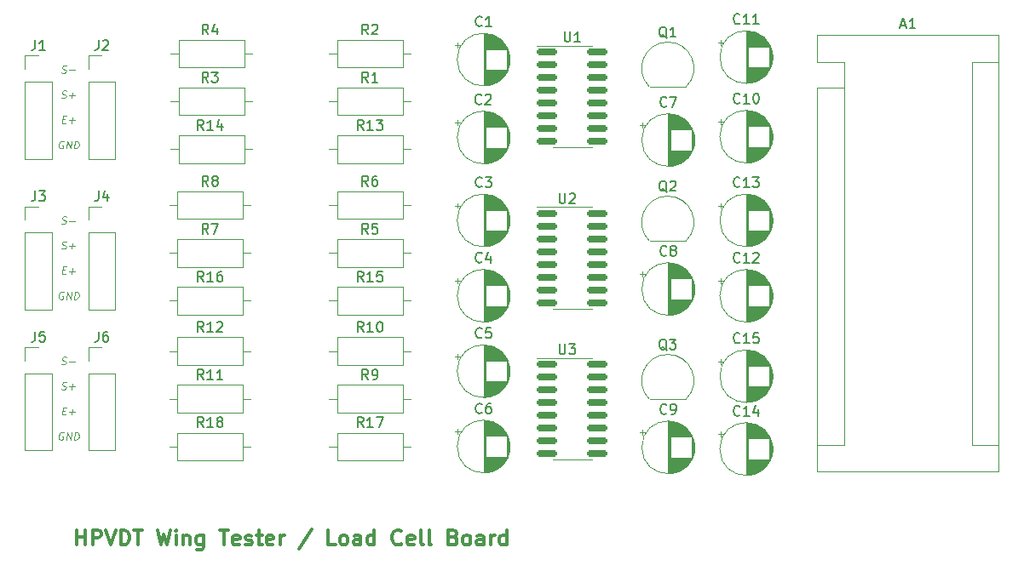
<source format=gto>
%TF.GenerationSoftware,KiCad,Pcbnew,6.0.1-79c1e3a40b~116~ubuntu21.04.1*%
%TF.CreationDate,2022-04-23T17:06:40-04:00*%
%TF.ProjectId,wing_tester,77696e67-5f74-4657-9374-65722e6b6963,rev?*%
%TF.SameCoordinates,Original*%
%TF.FileFunction,Legend,Top*%
%TF.FilePolarity,Positive*%
%FSLAX46Y46*%
G04 Gerber Fmt 4.6, Leading zero omitted, Abs format (unit mm)*
G04 Created by KiCad (PCBNEW 6.0.1-79c1e3a40b~116~ubuntu21.04.1) date 2022-04-23 17:06:40*
%MOMM*%
%LPD*%
G01*
G04 APERTURE LIST*
G04 Aperture macros list*
%AMRoundRect*
0 Rectangle with rounded corners*
0 $1 Rounding radius*
0 $2 $3 $4 $5 $6 $7 $8 $9 X,Y pos of 4 corners*
0 Add a 4 corners polygon primitive as box body*
4,1,4,$2,$3,$4,$5,$6,$7,$8,$9,$2,$3,0*
0 Add four circle primitives for the rounded corners*
1,1,$1+$1,$2,$3*
1,1,$1+$1,$4,$5*
1,1,$1+$1,$6,$7*
1,1,$1+$1,$8,$9*
0 Add four rect primitives between the rounded corners*
20,1,$1+$1,$2,$3,$4,$5,0*
20,1,$1+$1,$4,$5,$6,$7,0*
20,1,$1+$1,$6,$7,$8,$9,0*
20,1,$1+$1,$8,$9,$2,$3,0*%
G04 Aperture macros list end*
%ADD10C,0.100000*%
%ADD11C,0.300000*%
%ADD12C,0.150000*%
%ADD13C,0.120000*%
%ADD14C,1.600000*%
%ADD15R,1.600000X1.600000*%
%ADD16O,1.600000X1.600000*%
%ADD17R,1.700000X1.700000*%
%ADD18O,1.700000X1.700000*%
%ADD19R,1.050000X1.500000*%
%ADD20O,1.050000X1.500000*%
%ADD21RoundRect,0.150000X-0.850000X-0.150000X0.850000X-0.150000X0.850000X0.150000X-0.850000X0.150000X0*%
%ADD22C,5.700000*%
G04 APERTURE END LIST*
D10*
X104978102Y-114321428D02*
X105228102Y-114321428D01*
X105286138Y-114714285D02*
X104928995Y-114714285D01*
X105022745Y-113964285D01*
X105379888Y-113964285D01*
X105643281Y-114428571D02*
X106214709Y-114428571D01*
X105893281Y-114714285D02*
X105964709Y-114142857D01*
X105071852Y-87500000D02*
X105004888Y-87464285D01*
X104897745Y-87464285D01*
X104786138Y-87500000D01*
X104705781Y-87571428D01*
X104661138Y-87642857D01*
X104607566Y-87785714D01*
X104594174Y-87892857D01*
X104612031Y-88035714D01*
X104638816Y-88107142D01*
X104701316Y-88178571D01*
X104803995Y-88214285D01*
X104875424Y-88214285D01*
X104987031Y-88178571D01*
X105027209Y-88142857D01*
X105058459Y-87892857D01*
X104915602Y-87892857D01*
X105339709Y-88214285D02*
X105433459Y-87464285D01*
X105768281Y-88214285D01*
X105862031Y-87464285D01*
X106125424Y-88214285D02*
X106219174Y-87464285D01*
X106397745Y-87464285D01*
X106500424Y-87500000D01*
X106562924Y-87571428D01*
X106589709Y-87642857D01*
X106607566Y-87785714D01*
X106594174Y-87892857D01*
X106540602Y-88035714D01*
X106495959Y-88107142D01*
X106415602Y-88178571D01*
X106303995Y-88214285D01*
X106125424Y-88214285D01*
X104879888Y-112178571D02*
X104982566Y-112214285D01*
X105161138Y-112214285D01*
X105237031Y-112178571D01*
X105277209Y-112142857D01*
X105321852Y-112071428D01*
X105330781Y-112000000D01*
X105303995Y-111928571D01*
X105272745Y-111892857D01*
X105205781Y-111857142D01*
X105067388Y-111821428D01*
X105000424Y-111785714D01*
X104969174Y-111750000D01*
X104942388Y-111678571D01*
X104951316Y-111607142D01*
X104995959Y-111535714D01*
X105036138Y-111500000D01*
X105112031Y-111464285D01*
X105290602Y-111464285D01*
X105393281Y-111500000D01*
X105661138Y-111928571D02*
X106232566Y-111928571D01*
X105911138Y-112214285D02*
X105982566Y-111642857D01*
X104879888Y-98178571D02*
X104982566Y-98214285D01*
X105161138Y-98214285D01*
X105237031Y-98178571D01*
X105277209Y-98142857D01*
X105321852Y-98071428D01*
X105330781Y-98000000D01*
X105303995Y-97928571D01*
X105272745Y-97892857D01*
X105205781Y-97857142D01*
X105067388Y-97821428D01*
X105000424Y-97785714D01*
X104969174Y-97750000D01*
X104942388Y-97678571D01*
X104951316Y-97607142D01*
X104995959Y-97535714D01*
X105036138Y-97500000D01*
X105112031Y-97464285D01*
X105290602Y-97464285D01*
X105393281Y-97500000D01*
X105661138Y-97928571D02*
X106232566Y-97928571D01*
X105911138Y-98214285D02*
X105982566Y-97642857D01*
X104879888Y-109678571D02*
X104982566Y-109714285D01*
X105161138Y-109714285D01*
X105237031Y-109678571D01*
X105277209Y-109642857D01*
X105321852Y-109571428D01*
X105330781Y-109500000D01*
X105303995Y-109428571D01*
X105272745Y-109392857D01*
X105205781Y-109357142D01*
X105067388Y-109321428D01*
X105000424Y-109285714D01*
X104969174Y-109250000D01*
X104942388Y-109178571D01*
X104951316Y-109107142D01*
X104995959Y-109035714D01*
X105036138Y-109000000D01*
X105112031Y-108964285D01*
X105290602Y-108964285D01*
X105393281Y-109000000D01*
X105661138Y-109428571D02*
X106232566Y-109428571D01*
X104978102Y-85321428D02*
X105228102Y-85321428D01*
X105286138Y-85714285D02*
X104928995Y-85714285D01*
X105022745Y-84964285D01*
X105379888Y-84964285D01*
X105643281Y-85428571D02*
X106214709Y-85428571D01*
X105893281Y-85714285D02*
X105964709Y-85142857D01*
X105071852Y-116500000D02*
X105004888Y-116464285D01*
X104897745Y-116464285D01*
X104786138Y-116500000D01*
X104705781Y-116571428D01*
X104661138Y-116642857D01*
X104607566Y-116785714D01*
X104594174Y-116892857D01*
X104612031Y-117035714D01*
X104638816Y-117107142D01*
X104701316Y-117178571D01*
X104803995Y-117214285D01*
X104875424Y-117214285D01*
X104987031Y-117178571D01*
X105027209Y-117142857D01*
X105058459Y-116892857D01*
X104915602Y-116892857D01*
X105339709Y-117214285D02*
X105433459Y-116464285D01*
X105768281Y-117214285D01*
X105862031Y-116464285D01*
X106125424Y-117214285D02*
X106219174Y-116464285D01*
X106397745Y-116464285D01*
X106500424Y-116500000D01*
X106562924Y-116571428D01*
X106589709Y-116642857D01*
X106607566Y-116785714D01*
X106594174Y-116892857D01*
X106540602Y-117035714D01*
X106495959Y-117107142D01*
X106415602Y-117178571D01*
X106303995Y-117214285D01*
X106125424Y-117214285D01*
D11*
X106392857Y-127678571D02*
X106392857Y-126178571D01*
X106392857Y-126892857D02*
X107249999Y-126892857D01*
X107249999Y-127678571D02*
X107249999Y-126178571D01*
X107964285Y-127678571D02*
X107964285Y-126178571D01*
X108535714Y-126178571D01*
X108678571Y-126250000D01*
X108749999Y-126321428D01*
X108821428Y-126464285D01*
X108821428Y-126678571D01*
X108749999Y-126821428D01*
X108678571Y-126892857D01*
X108535714Y-126964285D01*
X107964285Y-126964285D01*
X109249999Y-126178571D02*
X109749999Y-127678571D01*
X110249999Y-126178571D01*
X110749999Y-127678571D02*
X110749999Y-126178571D01*
X111107142Y-126178571D01*
X111321428Y-126250000D01*
X111464285Y-126392857D01*
X111535714Y-126535714D01*
X111607142Y-126821428D01*
X111607142Y-127035714D01*
X111535714Y-127321428D01*
X111464285Y-127464285D01*
X111321428Y-127607142D01*
X111107142Y-127678571D01*
X110749999Y-127678571D01*
X112035714Y-126178571D02*
X112892857Y-126178571D01*
X112464285Y-127678571D02*
X112464285Y-126178571D01*
X114392857Y-126178571D02*
X114749999Y-127678571D01*
X115035714Y-126607142D01*
X115321428Y-127678571D01*
X115678571Y-126178571D01*
X116249999Y-127678571D02*
X116249999Y-126678571D01*
X116249999Y-126178571D02*
X116178571Y-126250000D01*
X116249999Y-126321428D01*
X116321428Y-126250000D01*
X116249999Y-126178571D01*
X116249999Y-126321428D01*
X116964285Y-126678571D02*
X116964285Y-127678571D01*
X116964285Y-126821428D02*
X117035714Y-126750000D01*
X117178571Y-126678571D01*
X117392857Y-126678571D01*
X117535714Y-126750000D01*
X117607142Y-126892857D01*
X117607142Y-127678571D01*
X118964285Y-126678571D02*
X118964285Y-127892857D01*
X118892857Y-128035714D01*
X118821428Y-128107142D01*
X118678571Y-128178571D01*
X118464285Y-128178571D01*
X118321428Y-128107142D01*
X118964285Y-127607142D02*
X118821428Y-127678571D01*
X118535714Y-127678571D01*
X118392857Y-127607142D01*
X118321428Y-127535714D01*
X118249999Y-127392857D01*
X118249999Y-126964285D01*
X118321428Y-126821428D01*
X118392857Y-126750000D01*
X118535714Y-126678571D01*
X118821428Y-126678571D01*
X118964285Y-126750000D01*
X120607142Y-126178571D02*
X121464285Y-126178571D01*
X121035714Y-127678571D02*
X121035714Y-126178571D01*
X122535714Y-127607142D02*
X122392857Y-127678571D01*
X122107142Y-127678571D01*
X121964285Y-127607142D01*
X121892857Y-127464285D01*
X121892857Y-126892857D01*
X121964285Y-126750000D01*
X122107142Y-126678571D01*
X122392857Y-126678571D01*
X122535714Y-126750000D01*
X122607142Y-126892857D01*
X122607142Y-127035714D01*
X121892857Y-127178571D01*
X123178571Y-127607142D02*
X123321428Y-127678571D01*
X123607142Y-127678571D01*
X123749999Y-127607142D01*
X123821428Y-127464285D01*
X123821428Y-127392857D01*
X123749999Y-127250000D01*
X123607142Y-127178571D01*
X123392857Y-127178571D01*
X123249999Y-127107142D01*
X123178571Y-126964285D01*
X123178571Y-126892857D01*
X123249999Y-126750000D01*
X123392857Y-126678571D01*
X123607142Y-126678571D01*
X123749999Y-126750000D01*
X124249999Y-126678571D02*
X124821428Y-126678571D01*
X124464285Y-126178571D02*
X124464285Y-127464285D01*
X124535714Y-127607142D01*
X124678571Y-127678571D01*
X124821428Y-127678571D01*
X125892857Y-127607142D02*
X125749999Y-127678571D01*
X125464285Y-127678571D01*
X125321428Y-127607142D01*
X125249999Y-127464285D01*
X125249999Y-126892857D01*
X125321428Y-126750000D01*
X125464285Y-126678571D01*
X125749999Y-126678571D01*
X125892857Y-126750000D01*
X125964285Y-126892857D01*
X125964285Y-127035714D01*
X125249999Y-127178571D01*
X126607142Y-127678571D02*
X126607142Y-126678571D01*
X126607142Y-126964285D02*
X126678571Y-126821428D01*
X126749999Y-126750000D01*
X126892857Y-126678571D01*
X127035714Y-126678571D01*
X129749999Y-126107142D02*
X128464285Y-128035714D01*
X132107142Y-127678571D02*
X131392857Y-127678571D01*
X131392857Y-126178571D01*
X132821428Y-127678571D02*
X132678571Y-127607142D01*
X132607142Y-127535714D01*
X132535714Y-127392857D01*
X132535714Y-126964285D01*
X132607142Y-126821428D01*
X132678571Y-126750000D01*
X132821428Y-126678571D01*
X133035714Y-126678571D01*
X133178571Y-126750000D01*
X133249999Y-126821428D01*
X133321428Y-126964285D01*
X133321428Y-127392857D01*
X133249999Y-127535714D01*
X133178571Y-127607142D01*
X133035714Y-127678571D01*
X132821428Y-127678571D01*
X134607142Y-127678571D02*
X134607142Y-126892857D01*
X134535714Y-126750000D01*
X134392857Y-126678571D01*
X134107142Y-126678571D01*
X133964285Y-126750000D01*
X134607142Y-127607142D02*
X134464285Y-127678571D01*
X134107142Y-127678571D01*
X133964285Y-127607142D01*
X133892857Y-127464285D01*
X133892857Y-127321428D01*
X133964285Y-127178571D01*
X134107142Y-127107142D01*
X134464285Y-127107142D01*
X134607142Y-127035714D01*
X135964285Y-127678571D02*
X135964285Y-126178571D01*
X135964285Y-127607142D02*
X135821428Y-127678571D01*
X135535714Y-127678571D01*
X135392857Y-127607142D01*
X135321428Y-127535714D01*
X135249999Y-127392857D01*
X135249999Y-126964285D01*
X135321428Y-126821428D01*
X135392857Y-126750000D01*
X135535714Y-126678571D01*
X135821428Y-126678571D01*
X135964285Y-126750000D01*
X138678571Y-127535714D02*
X138607142Y-127607142D01*
X138392857Y-127678571D01*
X138249999Y-127678571D01*
X138035714Y-127607142D01*
X137892857Y-127464285D01*
X137821428Y-127321428D01*
X137749999Y-127035714D01*
X137749999Y-126821428D01*
X137821428Y-126535714D01*
X137892857Y-126392857D01*
X138035714Y-126250000D01*
X138249999Y-126178571D01*
X138392857Y-126178571D01*
X138607142Y-126250000D01*
X138678571Y-126321428D01*
X139892857Y-127607142D02*
X139749999Y-127678571D01*
X139464285Y-127678571D01*
X139321428Y-127607142D01*
X139249999Y-127464285D01*
X139249999Y-126892857D01*
X139321428Y-126750000D01*
X139464285Y-126678571D01*
X139749999Y-126678571D01*
X139892857Y-126750000D01*
X139964285Y-126892857D01*
X139964285Y-127035714D01*
X139249999Y-127178571D01*
X140821428Y-127678571D02*
X140678571Y-127607142D01*
X140607142Y-127464285D01*
X140607142Y-126178571D01*
X141607142Y-127678571D02*
X141464285Y-127607142D01*
X141392857Y-127464285D01*
X141392857Y-126178571D01*
X143821428Y-126892857D02*
X144035714Y-126964285D01*
X144107142Y-127035714D01*
X144178571Y-127178571D01*
X144178571Y-127392857D01*
X144107142Y-127535714D01*
X144035714Y-127607142D01*
X143892857Y-127678571D01*
X143321428Y-127678571D01*
X143321428Y-126178571D01*
X143821428Y-126178571D01*
X143964285Y-126250000D01*
X144035714Y-126321428D01*
X144107142Y-126464285D01*
X144107142Y-126607142D01*
X144035714Y-126750000D01*
X143964285Y-126821428D01*
X143821428Y-126892857D01*
X143321428Y-126892857D01*
X145035714Y-127678571D02*
X144892857Y-127607142D01*
X144821428Y-127535714D01*
X144749999Y-127392857D01*
X144749999Y-126964285D01*
X144821428Y-126821428D01*
X144892857Y-126750000D01*
X145035714Y-126678571D01*
X145249999Y-126678571D01*
X145392857Y-126750000D01*
X145464285Y-126821428D01*
X145535714Y-126964285D01*
X145535714Y-127392857D01*
X145464285Y-127535714D01*
X145392857Y-127607142D01*
X145249999Y-127678571D01*
X145035714Y-127678571D01*
X146821428Y-127678571D02*
X146821428Y-126892857D01*
X146749999Y-126750000D01*
X146607142Y-126678571D01*
X146321428Y-126678571D01*
X146178571Y-126750000D01*
X146821428Y-127607142D02*
X146678571Y-127678571D01*
X146321428Y-127678571D01*
X146178571Y-127607142D01*
X146107142Y-127464285D01*
X146107142Y-127321428D01*
X146178571Y-127178571D01*
X146321428Y-127107142D01*
X146678571Y-127107142D01*
X146821428Y-127035714D01*
X147535714Y-127678571D02*
X147535714Y-126678571D01*
X147535714Y-126964285D02*
X147607142Y-126821428D01*
X147678571Y-126750000D01*
X147821428Y-126678571D01*
X147964285Y-126678571D01*
X149107142Y-127678571D02*
X149107142Y-126178571D01*
X149107142Y-127607142D02*
X148964285Y-127678571D01*
X148678571Y-127678571D01*
X148535714Y-127607142D01*
X148464285Y-127535714D01*
X148392857Y-127392857D01*
X148392857Y-126964285D01*
X148464285Y-126821428D01*
X148535714Y-126750000D01*
X148678571Y-126678571D01*
X148964285Y-126678571D01*
X149107142Y-126750000D01*
D10*
X104879888Y-80678571D02*
X104982566Y-80714285D01*
X105161138Y-80714285D01*
X105237031Y-80678571D01*
X105277209Y-80642857D01*
X105321852Y-80571428D01*
X105330781Y-80500000D01*
X105303995Y-80428571D01*
X105272745Y-80392857D01*
X105205781Y-80357142D01*
X105067388Y-80321428D01*
X105000424Y-80285714D01*
X104969174Y-80250000D01*
X104942388Y-80178571D01*
X104951316Y-80107142D01*
X104995959Y-80035714D01*
X105036138Y-80000000D01*
X105112031Y-79964285D01*
X105290602Y-79964285D01*
X105393281Y-80000000D01*
X105661138Y-80428571D02*
X106232566Y-80428571D01*
X104879888Y-83178571D02*
X104982566Y-83214285D01*
X105161138Y-83214285D01*
X105237031Y-83178571D01*
X105277209Y-83142857D01*
X105321852Y-83071428D01*
X105330781Y-83000000D01*
X105303995Y-82928571D01*
X105272745Y-82892857D01*
X105205781Y-82857142D01*
X105067388Y-82821428D01*
X105000424Y-82785714D01*
X104969174Y-82750000D01*
X104942388Y-82678571D01*
X104951316Y-82607142D01*
X104995959Y-82535714D01*
X105036138Y-82500000D01*
X105112031Y-82464285D01*
X105290602Y-82464285D01*
X105393281Y-82500000D01*
X105661138Y-82928571D02*
X106232566Y-82928571D01*
X105911138Y-83214285D02*
X105982566Y-82642857D01*
X104978102Y-100321428D02*
X105228102Y-100321428D01*
X105286138Y-100714285D02*
X104928995Y-100714285D01*
X105022745Y-99964285D01*
X105379888Y-99964285D01*
X105643281Y-100428571D02*
X106214709Y-100428571D01*
X105893281Y-100714285D02*
X105964709Y-100142857D01*
X105071852Y-102500000D02*
X105004888Y-102464285D01*
X104897745Y-102464285D01*
X104786138Y-102500000D01*
X104705781Y-102571428D01*
X104661138Y-102642857D01*
X104607566Y-102785714D01*
X104594174Y-102892857D01*
X104612031Y-103035714D01*
X104638816Y-103107142D01*
X104701316Y-103178571D01*
X104803995Y-103214285D01*
X104875424Y-103214285D01*
X104987031Y-103178571D01*
X105027209Y-103142857D01*
X105058459Y-102892857D01*
X104915602Y-102892857D01*
X105339709Y-103214285D02*
X105433459Y-102464285D01*
X105768281Y-103214285D01*
X105862031Y-102464285D01*
X106125424Y-103214285D02*
X106219174Y-102464285D01*
X106397745Y-102464285D01*
X106500424Y-102500000D01*
X106562924Y-102571428D01*
X106589709Y-102642857D01*
X106607566Y-102785714D01*
X106594174Y-102892857D01*
X106540602Y-103035714D01*
X106495959Y-103107142D01*
X106415602Y-103178571D01*
X106303995Y-103214285D01*
X106125424Y-103214285D01*
X104879888Y-95678571D02*
X104982566Y-95714285D01*
X105161138Y-95714285D01*
X105237031Y-95678571D01*
X105277209Y-95642857D01*
X105321852Y-95571428D01*
X105330781Y-95500000D01*
X105303995Y-95428571D01*
X105272745Y-95392857D01*
X105205781Y-95357142D01*
X105067388Y-95321428D01*
X105000424Y-95285714D01*
X104969174Y-95250000D01*
X104942388Y-95178571D01*
X104951316Y-95107142D01*
X104995959Y-95035714D01*
X105036138Y-95000000D01*
X105112031Y-94964285D01*
X105290602Y-94964285D01*
X105393281Y-95000000D01*
X105661138Y-95428571D02*
X106232566Y-95428571D01*
D12*
X172277030Y-91982142D02*
X172229411Y-92029761D01*
X172086554Y-92077380D01*
X171991316Y-92077380D01*
X171848459Y-92029761D01*
X171753221Y-91934523D01*
X171705602Y-91839285D01*
X171657983Y-91648809D01*
X171657983Y-91505952D01*
X171705602Y-91315476D01*
X171753221Y-91220238D01*
X171848459Y-91125000D01*
X171991316Y-91077380D01*
X172086554Y-91077380D01*
X172229411Y-91125000D01*
X172277030Y-91172619D01*
X173229411Y-92077380D02*
X172657983Y-92077380D01*
X172943697Y-92077380D02*
X172943697Y-91077380D01*
X172848459Y-91220238D01*
X172753221Y-91315476D01*
X172657983Y-91363095D01*
X173562745Y-91077380D02*
X174181792Y-91077380D01*
X173848459Y-91458333D01*
X173991316Y-91458333D01*
X174086554Y-91505952D01*
X174134173Y-91553571D01*
X174181792Y-91648809D01*
X174181792Y-91886904D01*
X174134173Y-91982142D01*
X174086554Y-92029761D01*
X173991316Y-92077380D01*
X173705602Y-92077380D01*
X173610364Y-92029761D01*
X173562745Y-91982142D01*
X165003221Y-98812142D02*
X164955602Y-98859761D01*
X164812745Y-98907380D01*
X164717507Y-98907380D01*
X164574649Y-98859761D01*
X164479411Y-98764523D01*
X164431792Y-98669285D01*
X164384173Y-98478809D01*
X164384173Y-98335952D01*
X164431792Y-98145476D01*
X164479411Y-98050238D01*
X164574649Y-97955000D01*
X164717507Y-97907380D01*
X164812745Y-97907380D01*
X164955602Y-97955000D01*
X165003221Y-98002619D01*
X165574649Y-98335952D02*
X165479411Y-98288333D01*
X165431792Y-98240714D01*
X165384173Y-98145476D01*
X165384173Y-98097857D01*
X165431792Y-98002619D01*
X165479411Y-97955000D01*
X165574649Y-97907380D01*
X165765126Y-97907380D01*
X165860364Y-97955000D01*
X165907983Y-98002619D01*
X165955602Y-98097857D01*
X165955602Y-98145476D01*
X165907983Y-98240714D01*
X165860364Y-98288333D01*
X165765126Y-98335952D01*
X165574649Y-98335952D01*
X165479411Y-98383571D01*
X165431792Y-98431190D01*
X165384173Y-98526428D01*
X165384173Y-98716904D01*
X165431792Y-98812142D01*
X165479411Y-98859761D01*
X165574649Y-98907380D01*
X165765126Y-98907380D01*
X165860364Y-98859761D01*
X165907983Y-98812142D01*
X165955602Y-98716904D01*
X165955602Y-98526428D01*
X165907983Y-98431190D01*
X165860364Y-98383571D01*
X165765126Y-98335952D01*
X135358333Y-111207380D02*
X135025000Y-110731190D01*
X134786904Y-111207380D02*
X134786904Y-110207380D01*
X135167857Y-110207380D01*
X135263095Y-110255000D01*
X135310714Y-110302619D01*
X135358333Y-110397857D01*
X135358333Y-110540714D01*
X135310714Y-110635952D01*
X135263095Y-110683571D01*
X135167857Y-110731190D01*
X134786904Y-110731190D01*
X135834523Y-111207380D02*
X136025000Y-111207380D01*
X136120238Y-111159761D01*
X136167857Y-111112142D01*
X136263095Y-110969285D01*
X136310714Y-110778809D01*
X136310714Y-110397857D01*
X136263095Y-110302619D01*
X136215476Y-110255000D01*
X136120238Y-110207380D01*
X135929761Y-110207380D01*
X135834523Y-110255000D01*
X135786904Y-110302619D01*
X135739285Y-110397857D01*
X135739285Y-110635952D01*
X135786904Y-110731190D01*
X135834523Y-110778809D01*
X135929761Y-110826428D01*
X136120238Y-110826428D01*
X136215476Y-110778809D01*
X136263095Y-110731190D01*
X136310714Y-110635952D01*
X102241666Y-92447380D02*
X102241666Y-93161666D01*
X102194047Y-93304523D01*
X102098809Y-93399761D01*
X101955952Y-93447380D01*
X101860714Y-93447380D01*
X102622619Y-92447380D02*
X103241666Y-92447380D01*
X102908333Y-92828333D01*
X103051190Y-92828333D01*
X103146428Y-92875952D01*
X103194047Y-92923571D01*
X103241666Y-93018809D01*
X103241666Y-93256904D01*
X103194047Y-93352142D01*
X103146428Y-93399761D01*
X103051190Y-93447380D01*
X102765476Y-93447380D01*
X102670238Y-93399761D01*
X102622619Y-93352142D01*
X118982142Y-101457380D02*
X118648809Y-100981190D01*
X118410714Y-101457380D02*
X118410714Y-100457380D01*
X118791666Y-100457380D01*
X118886904Y-100505000D01*
X118934523Y-100552619D01*
X118982142Y-100647857D01*
X118982142Y-100790714D01*
X118934523Y-100885952D01*
X118886904Y-100933571D01*
X118791666Y-100981190D01*
X118410714Y-100981190D01*
X119934523Y-101457380D02*
X119363095Y-101457380D01*
X119648809Y-101457380D02*
X119648809Y-100457380D01*
X119553571Y-100600238D01*
X119458333Y-100695476D01*
X119363095Y-100743095D01*
X120791666Y-100457380D02*
X120601190Y-100457380D01*
X120505952Y-100505000D01*
X120458333Y-100552619D01*
X120363095Y-100695476D01*
X120315476Y-100885952D01*
X120315476Y-101266904D01*
X120363095Y-101362142D01*
X120410714Y-101409761D01*
X120505952Y-101457380D01*
X120696428Y-101457380D01*
X120791666Y-101409761D01*
X120839285Y-101362142D01*
X120886904Y-101266904D01*
X120886904Y-101028809D01*
X120839285Y-100933571D01*
X120791666Y-100885952D01*
X120696428Y-100838333D01*
X120505952Y-100838333D01*
X120410714Y-100885952D01*
X120363095Y-100933571D01*
X120315476Y-101028809D01*
X172277030Y-114732142D02*
X172229411Y-114779761D01*
X172086554Y-114827380D01*
X171991316Y-114827380D01*
X171848459Y-114779761D01*
X171753221Y-114684523D01*
X171705602Y-114589285D01*
X171657983Y-114398809D01*
X171657983Y-114255952D01*
X171705602Y-114065476D01*
X171753221Y-113970238D01*
X171848459Y-113875000D01*
X171991316Y-113827380D01*
X172086554Y-113827380D01*
X172229411Y-113875000D01*
X172277030Y-113922619D01*
X173229411Y-114827380D02*
X172657983Y-114827380D01*
X172943697Y-114827380D02*
X172943697Y-113827380D01*
X172848459Y-113970238D01*
X172753221Y-114065476D01*
X172657983Y-114113095D01*
X174086554Y-114160714D02*
X174086554Y-114827380D01*
X173848459Y-113779761D02*
X173610364Y-114494047D01*
X174229411Y-114494047D01*
X165029761Y-108302619D02*
X164934523Y-108255000D01*
X164839285Y-108159761D01*
X164696428Y-108016904D01*
X164601190Y-107969285D01*
X164505952Y-107969285D01*
X164553571Y-108207380D02*
X164458333Y-108159761D01*
X164363095Y-108064523D01*
X164315476Y-107874047D01*
X164315476Y-107540714D01*
X164363095Y-107350238D01*
X164458333Y-107255000D01*
X164553571Y-107207380D01*
X164744047Y-107207380D01*
X164839285Y-107255000D01*
X164934523Y-107350238D01*
X164982142Y-107540714D01*
X164982142Y-107874047D01*
X164934523Y-108064523D01*
X164839285Y-108159761D01*
X164744047Y-108207380D01*
X164553571Y-108207380D01*
X165315476Y-107207380D02*
X165934523Y-107207380D01*
X165601190Y-107588333D01*
X165744047Y-107588333D01*
X165839285Y-107635952D01*
X165886904Y-107683571D01*
X165934523Y-107778809D01*
X165934523Y-108016904D01*
X165886904Y-108112142D01*
X165839285Y-108159761D01*
X165744047Y-108207380D01*
X165458333Y-108207380D01*
X165363095Y-108159761D01*
X165315476Y-108112142D01*
X134882142Y-115957380D02*
X134548809Y-115481190D01*
X134310714Y-115957380D02*
X134310714Y-114957380D01*
X134691666Y-114957380D01*
X134786904Y-115005000D01*
X134834523Y-115052619D01*
X134882142Y-115147857D01*
X134882142Y-115290714D01*
X134834523Y-115385952D01*
X134786904Y-115433571D01*
X134691666Y-115481190D01*
X134310714Y-115481190D01*
X135834523Y-115957380D02*
X135263095Y-115957380D01*
X135548809Y-115957380D02*
X135548809Y-114957380D01*
X135453571Y-115100238D01*
X135358333Y-115195476D01*
X135263095Y-115243095D01*
X136167857Y-114957380D02*
X136834523Y-114957380D01*
X136405952Y-115957380D01*
X119458333Y-81627380D02*
X119125000Y-81151190D01*
X118886904Y-81627380D02*
X118886904Y-80627380D01*
X119267857Y-80627380D01*
X119363095Y-80675000D01*
X119410714Y-80722619D01*
X119458333Y-80817857D01*
X119458333Y-80960714D01*
X119410714Y-81055952D01*
X119363095Y-81103571D01*
X119267857Y-81151190D01*
X118886904Y-81151190D01*
X119791666Y-80627380D02*
X120410714Y-80627380D01*
X120077380Y-81008333D01*
X120220238Y-81008333D01*
X120315476Y-81055952D01*
X120363095Y-81103571D01*
X120410714Y-81198809D01*
X120410714Y-81436904D01*
X120363095Y-81532142D01*
X120315476Y-81579761D01*
X120220238Y-81627380D01*
X119934523Y-81627380D01*
X119839285Y-81579761D01*
X119791666Y-81532142D01*
X108541666Y-92447380D02*
X108541666Y-93161666D01*
X108494047Y-93304523D01*
X108398809Y-93399761D01*
X108255952Y-93447380D01*
X108160714Y-93447380D01*
X109446428Y-92780714D02*
X109446428Y-93447380D01*
X109208333Y-92399761D02*
X108970238Y-93114047D01*
X109589285Y-93114047D01*
X146608333Y-83732142D02*
X146560714Y-83779761D01*
X146417857Y-83827380D01*
X146322619Y-83827380D01*
X146179761Y-83779761D01*
X146084523Y-83684523D01*
X146036904Y-83589285D01*
X145989285Y-83398809D01*
X145989285Y-83255952D01*
X146036904Y-83065476D01*
X146084523Y-82970238D01*
X146179761Y-82875000D01*
X146322619Y-82827380D01*
X146417857Y-82827380D01*
X146560714Y-82875000D01*
X146608333Y-82922619D01*
X146989285Y-82922619D02*
X147036904Y-82875000D01*
X147132142Y-82827380D01*
X147370238Y-82827380D01*
X147465476Y-82875000D01*
X147513095Y-82922619D01*
X147560714Y-83017857D01*
X147560714Y-83113095D01*
X147513095Y-83255952D01*
X146941666Y-83827380D01*
X147560714Y-83827380D01*
X172277030Y-99482142D02*
X172229411Y-99529761D01*
X172086554Y-99577380D01*
X171991316Y-99577380D01*
X171848459Y-99529761D01*
X171753221Y-99434523D01*
X171705602Y-99339285D01*
X171657983Y-99148809D01*
X171657983Y-99005952D01*
X171705602Y-98815476D01*
X171753221Y-98720238D01*
X171848459Y-98625000D01*
X171991316Y-98577380D01*
X172086554Y-98577380D01*
X172229411Y-98625000D01*
X172277030Y-98672619D01*
X173229411Y-99577380D02*
X172657983Y-99577380D01*
X172943697Y-99577380D02*
X172943697Y-98577380D01*
X172848459Y-98720238D01*
X172753221Y-98815476D01*
X172657983Y-98863095D01*
X173610364Y-98672619D02*
X173657983Y-98625000D01*
X173753221Y-98577380D01*
X173991316Y-98577380D01*
X174086554Y-98625000D01*
X174134173Y-98672619D01*
X174181792Y-98767857D01*
X174181792Y-98863095D01*
X174134173Y-99005952D01*
X173562745Y-99577380D01*
X174181792Y-99577380D01*
X154863095Y-76597380D02*
X154863095Y-77406904D01*
X154910714Y-77502142D01*
X154958333Y-77549761D01*
X155053571Y-77597380D01*
X155244047Y-77597380D01*
X155339285Y-77549761D01*
X155386904Y-77502142D01*
X155434523Y-77406904D01*
X155434523Y-76597380D01*
X156434523Y-77597380D02*
X155863095Y-77597380D01*
X156148809Y-77597380D02*
X156148809Y-76597380D01*
X156053571Y-76740238D01*
X155958333Y-76835476D01*
X155863095Y-76883095D01*
X135358333Y-91957380D02*
X135025000Y-91481190D01*
X134786904Y-91957380D02*
X134786904Y-90957380D01*
X135167857Y-90957380D01*
X135263095Y-91005000D01*
X135310714Y-91052619D01*
X135358333Y-91147857D01*
X135358333Y-91290714D01*
X135310714Y-91385952D01*
X135263095Y-91433571D01*
X135167857Y-91481190D01*
X134786904Y-91481190D01*
X136215476Y-90957380D02*
X136025000Y-90957380D01*
X135929761Y-91005000D01*
X135882142Y-91052619D01*
X135786904Y-91195476D01*
X135739285Y-91385952D01*
X135739285Y-91766904D01*
X135786904Y-91862142D01*
X135834523Y-91909761D01*
X135929761Y-91957380D01*
X136120238Y-91957380D01*
X136215476Y-91909761D01*
X136263095Y-91862142D01*
X136310714Y-91766904D01*
X136310714Y-91528809D01*
X136263095Y-91433571D01*
X136215476Y-91385952D01*
X136120238Y-91338333D01*
X135929761Y-91338333D01*
X135834523Y-91385952D01*
X135786904Y-91433571D01*
X135739285Y-91528809D01*
X108541666Y-106447380D02*
X108541666Y-107161666D01*
X108494047Y-107304523D01*
X108398809Y-107399761D01*
X108255952Y-107447380D01*
X108160714Y-107447380D01*
X109446428Y-106447380D02*
X109255952Y-106447380D01*
X109160714Y-106495000D01*
X109113095Y-106542619D01*
X109017857Y-106685476D01*
X108970238Y-106875952D01*
X108970238Y-107256904D01*
X109017857Y-107352142D01*
X109065476Y-107399761D01*
X109160714Y-107447380D01*
X109351190Y-107447380D01*
X109446428Y-107399761D01*
X109494047Y-107352142D01*
X109541666Y-107256904D01*
X109541666Y-107018809D01*
X109494047Y-106923571D01*
X109446428Y-106875952D01*
X109351190Y-106828333D01*
X109160714Y-106828333D01*
X109065476Y-106875952D01*
X109017857Y-106923571D01*
X108970238Y-107018809D01*
X146653221Y-99482142D02*
X146605602Y-99529761D01*
X146462745Y-99577380D01*
X146367507Y-99577380D01*
X146224649Y-99529761D01*
X146129411Y-99434523D01*
X146081792Y-99339285D01*
X146034173Y-99148809D01*
X146034173Y-99005952D01*
X146081792Y-98815476D01*
X146129411Y-98720238D01*
X146224649Y-98625000D01*
X146367507Y-98577380D01*
X146462745Y-98577380D01*
X146605602Y-98625000D01*
X146653221Y-98672619D01*
X147510364Y-98910714D02*
X147510364Y-99577380D01*
X147272268Y-98529761D02*
X147034173Y-99244047D01*
X147653221Y-99244047D01*
X134882142Y-101457380D02*
X134548809Y-100981190D01*
X134310714Y-101457380D02*
X134310714Y-100457380D01*
X134691666Y-100457380D01*
X134786904Y-100505000D01*
X134834523Y-100552619D01*
X134882142Y-100647857D01*
X134882142Y-100790714D01*
X134834523Y-100885952D01*
X134786904Y-100933571D01*
X134691666Y-100981190D01*
X134310714Y-100981190D01*
X135834523Y-101457380D02*
X135263095Y-101457380D01*
X135548809Y-101457380D02*
X135548809Y-100457380D01*
X135453571Y-100600238D01*
X135358333Y-100695476D01*
X135263095Y-100743095D01*
X136739285Y-100457380D02*
X136263095Y-100457380D01*
X136215476Y-100933571D01*
X136263095Y-100885952D01*
X136358333Y-100838333D01*
X136596428Y-100838333D01*
X136691666Y-100885952D01*
X136739285Y-100933571D01*
X136786904Y-101028809D01*
X136786904Y-101266904D01*
X136739285Y-101362142D01*
X136691666Y-101409761D01*
X136596428Y-101457380D01*
X136358333Y-101457380D01*
X136263095Y-101409761D01*
X136215476Y-101362142D01*
X154363095Y-107677380D02*
X154363095Y-108486904D01*
X154410714Y-108582142D01*
X154458333Y-108629761D01*
X154553571Y-108677380D01*
X154744047Y-108677380D01*
X154839285Y-108629761D01*
X154886904Y-108582142D01*
X154934523Y-108486904D01*
X154934523Y-107677380D01*
X155315476Y-107677380D02*
X155934523Y-107677380D01*
X155601190Y-108058333D01*
X155744047Y-108058333D01*
X155839285Y-108105952D01*
X155886904Y-108153571D01*
X155934523Y-108248809D01*
X155934523Y-108486904D01*
X155886904Y-108582142D01*
X155839285Y-108629761D01*
X155744047Y-108677380D01*
X155458333Y-108677380D01*
X155363095Y-108629761D01*
X155315476Y-108582142D01*
X134882142Y-106457380D02*
X134548809Y-105981190D01*
X134310714Y-106457380D02*
X134310714Y-105457380D01*
X134691666Y-105457380D01*
X134786904Y-105505000D01*
X134834523Y-105552619D01*
X134882142Y-105647857D01*
X134882142Y-105790714D01*
X134834523Y-105885952D01*
X134786904Y-105933571D01*
X134691666Y-105981190D01*
X134310714Y-105981190D01*
X135834523Y-106457380D02*
X135263095Y-106457380D01*
X135548809Y-106457380D02*
X135548809Y-105457380D01*
X135453571Y-105600238D01*
X135358333Y-105695476D01*
X135263095Y-105743095D01*
X136453571Y-105457380D02*
X136548809Y-105457380D01*
X136644047Y-105505000D01*
X136691666Y-105552619D01*
X136739285Y-105647857D01*
X136786904Y-105838333D01*
X136786904Y-106076428D01*
X136739285Y-106266904D01*
X136691666Y-106362142D01*
X136644047Y-106409761D01*
X136548809Y-106457380D01*
X136453571Y-106457380D01*
X136358333Y-106409761D01*
X136310714Y-106362142D01*
X136263095Y-106266904D01*
X136215476Y-106076428D01*
X136215476Y-105838333D01*
X136263095Y-105647857D01*
X136310714Y-105552619D01*
X136358333Y-105505000D01*
X136453571Y-105457380D01*
X135358333Y-76877380D02*
X135025000Y-76401190D01*
X134786904Y-76877380D02*
X134786904Y-75877380D01*
X135167857Y-75877380D01*
X135263095Y-75925000D01*
X135310714Y-75972619D01*
X135358333Y-76067857D01*
X135358333Y-76210714D01*
X135310714Y-76305952D01*
X135263095Y-76353571D01*
X135167857Y-76401190D01*
X134786904Y-76401190D01*
X135739285Y-75972619D02*
X135786904Y-75925000D01*
X135882142Y-75877380D01*
X136120238Y-75877380D01*
X136215476Y-75925000D01*
X136263095Y-75972619D01*
X136310714Y-76067857D01*
X136310714Y-76163095D01*
X136263095Y-76305952D01*
X135691666Y-76877380D01*
X136310714Y-76877380D01*
X119458333Y-91957380D02*
X119125000Y-91481190D01*
X118886904Y-91957380D02*
X118886904Y-90957380D01*
X119267857Y-90957380D01*
X119363095Y-91005000D01*
X119410714Y-91052619D01*
X119458333Y-91147857D01*
X119458333Y-91290714D01*
X119410714Y-91385952D01*
X119363095Y-91433571D01*
X119267857Y-91481190D01*
X118886904Y-91481190D01*
X120029761Y-91385952D02*
X119934523Y-91338333D01*
X119886904Y-91290714D01*
X119839285Y-91195476D01*
X119839285Y-91147857D01*
X119886904Y-91052619D01*
X119934523Y-91005000D01*
X120029761Y-90957380D01*
X120220238Y-90957380D01*
X120315476Y-91005000D01*
X120363095Y-91052619D01*
X120410714Y-91147857D01*
X120410714Y-91195476D01*
X120363095Y-91290714D01*
X120315476Y-91338333D01*
X120220238Y-91385952D01*
X120029761Y-91385952D01*
X119934523Y-91433571D01*
X119886904Y-91481190D01*
X119839285Y-91576428D01*
X119839285Y-91766904D01*
X119886904Y-91862142D01*
X119934523Y-91909761D01*
X120029761Y-91957380D01*
X120220238Y-91957380D01*
X120315476Y-91909761D01*
X120363095Y-91862142D01*
X120410714Y-91766904D01*
X120410714Y-91576428D01*
X120363095Y-91481190D01*
X120315476Y-91433571D01*
X120220238Y-91385952D01*
X118982142Y-111207380D02*
X118648809Y-110731190D01*
X118410714Y-111207380D02*
X118410714Y-110207380D01*
X118791666Y-110207380D01*
X118886904Y-110255000D01*
X118934523Y-110302619D01*
X118982142Y-110397857D01*
X118982142Y-110540714D01*
X118934523Y-110635952D01*
X118886904Y-110683571D01*
X118791666Y-110731190D01*
X118410714Y-110731190D01*
X119934523Y-111207380D02*
X119363095Y-111207380D01*
X119648809Y-111207380D02*
X119648809Y-110207380D01*
X119553571Y-110350238D01*
X119458333Y-110445476D01*
X119363095Y-110493095D01*
X120886904Y-111207380D02*
X120315476Y-111207380D01*
X120601190Y-111207380D02*
X120601190Y-110207380D01*
X120505952Y-110350238D01*
X120410714Y-110445476D01*
X120315476Y-110493095D01*
X172277030Y-75732142D02*
X172229411Y-75779761D01*
X172086554Y-75827380D01*
X171991316Y-75827380D01*
X171848459Y-75779761D01*
X171753221Y-75684523D01*
X171705602Y-75589285D01*
X171657983Y-75398809D01*
X171657983Y-75255952D01*
X171705602Y-75065476D01*
X171753221Y-74970238D01*
X171848459Y-74875000D01*
X171991316Y-74827380D01*
X172086554Y-74827380D01*
X172229411Y-74875000D01*
X172277030Y-74922619D01*
X173229411Y-75827380D02*
X172657983Y-75827380D01*
X172943697Y-75827380D02*
X172943697Y-74827380D01*
X172848459Y-74970238D01*
X172753221Y-75065476D01*
X172657983Y-75113095D01*
X174181792Y-75827380D02*
X173610364Y-75827380D01*
X173896078Y-75827380D02*
X173896078Y-74827380D01*
X173800840Y-74970238D01*
X173705602Y-75065476D01*
X173610364Y-75113095D01*
X165029761Y-77222619D02*
X164934523Y-77175000D01*
X164839285Y-77079761D01*
X164696428Y-76936904D01*
X164601190Y-76889285D01*
X164505952Y-76889285D01*
X164553571Y-77127380D02*
X164458333Y-77079761D01*
X164363095Y-76984523D01*
X164315476Y-76794047D01*
X164315476Y-76460714D01*
X164363095Y-76270238D01*
X164458333Y-76175000D01*
X164553571Y-76127380D01*
X164744047Y-76127380D01*
X164839285Y-76175000D01*
X164934523Y-76270238D01*
X164982142Y-76460714D01*
X164982142Y-76794047D01*
X164934523Y-76984523D01*
X164839285Y-77079761D01*
X164744047Y-77127380D01*
X164553571Y-77127380D01*
X165934523Y-77127380D02*
X165363095Y-77127380D01*
X165648809Y-77127380D02*
X165648809Y-76127380D01*
X165553571Y-76270238D01*
X165458333Y-76365476D01*
X165363095Y-76413095D01*
X172277030Y-107482142D02*
X172229411Y-107529761D01*
X172086554Y-107577380D01*
X171991316Y-107577380D01*
X171848459Y-107529761D01*
X171753221Y-107434523D01*
X171705602Y-107339285D01*
X171657983Y-107148809D01*
X171657983Y-107005952D01*
X171705602Y-106815476D01*
X171753221Y-106720238D01*
X171848459Y-106625000D01*
X171991316Y-106577380D01*
X172086554Y-106577380D01*
X172229411Y-106625000D01*
X172277030Y-106672619D01*
X173229411Y-107577380D02*
X172657983Y-107577380D01*
X172943697Y-107577380D02*
X172943697Y-106577380D01*
X172848459Y-106720238D01*
X172753221Y-106815476D01*
X172657983Y-106863095D01*
X174134173Y-106577380D02*
X173657983Y-106577380D01*
X173610364Y-107053571D01*
X173657983Y-107005952D01*
X173753221Y-106958333D01*
X173991316Y-106958333D01*
X174086554Y-107005952D01*
X174134173Y-107053571D01*
X174181792Y-107148809D01*
X174181792Y-107386904D01*
X174134173Y-107482142D01*
X174086554Y-107529761D01*
X173991316Y-107577380D01*
X173753221Y-107577380D01*
X173657983Y-107529761D01*
X173610364Y-107482142D01*
X154363095Y-92677380D02*
X154363095Y-93486904D01*
X154410714Y-93582142D01*
X154458333Y-93629761D01*
X154553571Y-93677380D01*
X154744047Y-93677380D01*
X154839285Y-93629761D01*
X154886904Y-93582142D01*
X154934523Y-93486904D01*
X154934523Y-92677380D01*
X155363095Y-92772619D02*
X155410714Y-92725000D01*
X155505952Y-92677380D01*
X155744047Y-92677380D01*
X155839285Y-92725000D01*
X155886904Y-92772619D01*
X155934523Y-92867857D01*
X155934523Y-92963095D01*
X155886904Y-93105952D01*
X155315476Y-93677380D01*
X155934523Y-93677380D01*
X165003221Y-114562142D02*
X164955602Y-114609761D01*
X164812745Y-114657380D01*
X164717507Y-114657380D01*
X164574649Y-114609761D01*
X164479411Y-114514523D01*
X164431792Y-114419285D01*
X164384173Y-114228809D01*
X164384173Y-114085952D01*
X164431792Y-113895476D01*
X164479411Y-113800238D01*
X164574649Y-113705000D01*
X164717507Y-113657380D01*
X164812745Y-113657380D01*
X164955602Y-113705000D01*
X165003221Y-113752619D01*
X165479411Y-114657380D02*
X165669888Y-114657380D01*
X165765126Y-114609761D01*
X165812745Y-114562142D01*
X165907983Y-114419285D01*
X165955602Y-114228809D01*
X165955602Y-113847857D01*
X165907983Y-113752619D01*
X165860364Y-113705000D01*
X165765126Y-113657380D01*
X165574649Y-113657380D01*
X165479411Y-113705000D01*
X165431792Y-113752619D01*
X165384173Y-113847857D01*
X165384173Y-114085952D01*
X165431792Y-114181190D01*
X165479411Y-114228809D01*
X165574649Y-114276428D01*
X165765126Y-114276428D01*
X165860364Y-114228809D01*
X165907983Y-114181190D01*
X165955602Y-114085952D01*
X165003221Y-83982142D02*
X164955602Y-84029761D01*
X164812745Y-84077380D01*
X164717507Y-84077380D01*
X164574649Y-84029761D01*
X164479411Y-83934523D01*
X164431792Y-83839285D01*
X164384173Y-83648809D01*
X164384173Y-83505952D01*
X164431792Y-83315476D01*
X164479411Y-83220238D01*
X164574649Y-83125000D01*
X164717507Y-83077380D01*
X164812745Y-83077380D01*
X164955602Y-83125000D01*
X165003221Y-83172619D01*
X165336554Y-83077380D02*
X166003221Y-83077380D01*
X165574649Y-84077380D01*
X108541666Y-77447380D02*
X108541666Y-78161666D01*
X108494047Y-78304523D01*
X108398809Y-78399761D01*
X108255952Y-78447380D01*
X108160714Y-78447380D01*
X108970238Y-77542619D02*
X109017857Y-77495000D01*
X109113095Y-77447380D01*
X109351190Y-77447380D01*
X109446428Y-77495000D01*
X109494047Y-77542619D01*
X109541666Y-77637857D01*
X109541666Y-77733095D01*
X109494047Y-77875952D01*
X108922619Y-78447380D01*
X109541666Y-78447380D01*
X146653221Y-75982142D02*
X146605602Y-76029761D01*
X146462745Y-76077380D01*
X146367507Y-76077380D01*
X146224649Y-76029761D01*
X146129411Y-75934523D01*
X146081792Y-75839285D01*
X146034173Y-75648809D01*
X146034173Y-75505952D01*
X146081792Y-75315476D01*
X146129411Y-75220238D01*
X146224649Y-75125000D01*
X146367507Y-75077380D01*
X146462745Y-75077380D01*
X146605602Y-75125000D01*
X146653221Y-75172619D01*
X147605602Y-76077380D02*
X147034173Y-76077380D01*
X147319888Y-76077380D02*
X147319888Y-75077380D01*
X147224649Y-75220238D01*
X147129411Y-75315476D01*
X147034173Y-75363095D01*
X146653221Y-106982142D02*
X146605602Y-107029761D01*
X146462745Y-107077380D01*
X146367507Y-107077380D01*
X146224649Y-107029761D01*
X146129411Y-106934523D01*
X146081792Y-106839285D01*
X146034173Y-106648809D01*
X146034173Y-106505952D01*
X146081792Y-106315476D01*
X146129411Y-106220238D01*
X146224649Y-106125000D01*
X146367507Y-106077380D01*
X146462745Y-106077380D01*
X146605602Y-106125000D01*
X146653221Y-106172619D01*
X147557983Y-106077380D02*
X147081792Y-106077380D01*
X147034173Y-106553571D01*
X147081792Y-106505952D01*
X147177030Y-106458333D01*
X147415126Y-106458333D01*
X147510364Y-106505952D01*
X147557983Y-106553571D01*
X147605602Y-106648809D01*
X147605602Y-106886904D01*
X147557983Y-106982142D01*
X147510364Y-107029761D01*
X147415126Y-107077380D01*
X147177030Y-107077380D01*
X147081792Y-107029761D01*
X147034173Y-106982142D01*
X172277030Y-83652142D02*
X172229411Y-83699761D01*
X172086554Y-83747380D01*
X171991316Y-83747380D01*
X171848459Y-83699761D01*
X171753221Y-83604523D01*
X171705602Y-83509285D01*
X171657983Y-83318809D01*
X171657983Y-83175952D01*
X171705602Y-82985476D01*
X171753221Y-82890238D01*
X171848459Y-82795000D01*
X171991316Y-82747380D01*
X172086554Y-82747380D01*
X172229411Y-82795000D01*
X172277030Y-82842619D01*
X173229411Y-83747380D02*
X172657983Y-83747380D01*
X172943697Y-83747380D02*
X172943697Y-82747380D01*
X172848459Y-82890238D01*
X172753221Y-82985476D01*
X172657983Y-83033095D01*
X173848459Y-82747380D02*
X173943697Y-82747380D01*
X174038935Y-82795000D01*
X174086554Y-82842619D01*
X174134173Y-82937857D01*
X174181792Y-83128333D01*
X174181792Y-83366428D01*
X174134173Y-83556904D01*
X174086554Y-83652142D01*
X174038935Y-83699761D01*
X173943697Y-83747380D01*
X173848459Y-83747380D01*
X173753221Y-83699761D01*
X173705602Y-83652142D01*
X173657983Y-83556904D01*
X173610364Y-83366428D01*
X173610364Y-83128333D01*
X173657983Y-82937857D01*
X173705602Y-82842619D01*
X173753221Y-82795000D01*
X173848459Y-82747380D01*
X165029761Y-92552619D02*
X164934523Y-92505000D01*
X164839285Y-92409761D01*
X164696428Y-92266904D01*
X164601190Y-92219285D01*
X164505952Y-92219285D01*
X164553571Y-92457380D02*
X164458333Y-92409761D01*
X164363095Y-92314523D01*
X164315476Y-92124047D01*
X164315476Y-91790714D01*
X164363095Y-91600238D01*
X164458333Y-91505000D01*
X164553571Y-91457380D01*
X164744047Y-91457380D01*
X164839285Y-91505000D01*
X164934523Y-91600238D01*
X164982142Y-91790714D01*
X164982142Y-92124047D01*
X164934523Y-92314523D01*
X164839285Y-92409761D01*
X164744047Y-92457380D01*
X164553571Y-92457380D01*
X165363095Y-91552619D02*
X165410714Y-91505000D01*
X165505952Y-91457380D01*
X165744047Y-91457380D01*
X165839285Y-91505000D01*
X165886904Y-91552619D01*
X165934523Y-91647857D01*
X165934523Y-91743095D01*
X165886904Y-91885952D01*
X165315476Y-92457380D01*
X165934523Y-92457380D01*
X102241666Y-77447380D02*
X102241666Y-78161666D01*
X102194047Y-78304523D01*
X102098809Y-78399761D01*
X101955952Y-78447380D01*
X101860714Y-78447380D01*
X103241666Y-78447380D02*
X102670238Y-78447380D01*
X102955952Y-78447380D02*
X102955952Y-77447380D01*
X102860714Y-77590238D01*
X102765476Y-77685476D01*
X102670238Y-77733095D01*
X188295714Y-75961666D02*
X188771904Y-75961666D01*
X188200476Y-76247380D02*
X188533809Y-75247380D01*
X188867142Y-76247380D01*
X189724285Y-76247380D02*
X189152857Y-76247380D01*
X189438571Y-76247380D02*
X189438571Y-75247380D01*
X189343333Y-75390238D01*
X189248095Y-75485476D01*
X189152857Y-75533095D01*
X135358333Y-81627380D02*
X135025000Y-81151190D01*
X134786904Y-81627380D02*
X134786904Y-80627380D01*
X135167857Y-80627380D01*
X135263095Y-80675000D01*
X135310714Y-80722619D01*
X135358333Y-80817857D01*
X135358333Y-80960714D01*
X135310714Y-81055952D01*
X135263095Y-81103571D01*
X135167857Y-81151190D01*
X134786904Y-81151190D01*
X136310714Y-81627380D02*
X135739285Y-81627380D01*
X136025000Y-81627380D02*
X136025000Y-80627380D01*
X135929761Y-80770238D01*
X135834523Y-80865476D01*
X135739285Y-80913095D01*
X119458333Y-76877380D02*
X119125000Y-76401190D01*
X118886904Y-76877380D02*
X118886904Y-75877380D01*
X119267857Y-75877380D01*
X119363095Y-75925000D01*
X119410714Y-75972619D01*
X119458333Y-76067857D01*
X119458333Y-76210714D01*
X119410714Y-76305952D01*
X119363095Y-76353571D01*
X119267857Y-76401190D01*
X118886904Y-76401190D01*
X120315476Y-76210714D02*
X120315476Y-76877380D01*
X120077380Y-75829761D02*
X119839285Y-76544047D01*
X120458333Y-76544047D01*
X146653221Y-91982142D02*
X146605602Y-92029761D01*
X146462745Y-92077380D01*
X146367507Y-92077380D01*
X146224649Y-92029761D01*
X146129411Y-91934523D01*
X146081792Y-91839285D01*
X146034173Y-91648809D01*
X146034173Y-91505952D01*
X146081792Y-91315476D01*
X146129411Y-91220238D01*
X146224649Y-91125000D01*
X146367507Y-91077380D01*
X146462745Y-91077380D01*
X146605602Y-91125000D01*
X146653221Y-91172619D01*
X146986554Y-91077380D02*
X147605602Y-91077380D01*
X147272268Y-91458333D01*
X147415126Y-91458333D01*
X147510364Y-91505952D01*
X147557983Y-91553571D01*
X147605602Y-91648809D01*
X147605602Y-91886904D01*
X147557983Y-91982142D01*
X147510364Y-92029761D01*
X147415126Y-92077380D01*
X147129411Y-92077380D01*
X147034173Y-92029761D01*
X146986554Y-91982142D01*
X118982142Y-106457380D02*
X118648809Y-105981190D01*
X118410714Y-106457380D02*
X118410714Y-105457380D01*
X118791666Y-105457380D01*
X118886904Y-105505000D01*
X118934523Y-105552619D01*
X118982142Y-105647857D01*
X118982142Y-105790714D01*
X118934523Y-105885952D01*
X118886904Y-105933571D01*
X118791666Y-105981190D01*
X118410714Y-105981190D01*
X119934523Y-106457380D02*
X119363095Y-106457380D01*
X119648809Y-106457380D02*
X119648809Y-105457380D01*
X119553571Y-105600238D01*
X119458333Y-105695476D01*
X119363095Y-105743095D01*
X120315476Y-105552619D02*
X120363095Y-105505000D01*
X120458333Y-105457380D01*
X120696428Y-105457380D01*
X120791666Y-105505000D01*
X120839285Y-105552619D01*
X120886904Y-105647857D01*
X120886904Y-105743095D01*
X120839285Y-105885952D01*
X120267857Y-106457380D01*
X120886904Y-106457380D01*
X135358333Y-96707380D02*
X135025000Y-96231190D01*
X134786904Y-96707380D02*
X134786904Y-95707380D01*
X135167857Y-95707380D01*
X135263095Y-95755000D01*
X135310714Y-95802619D01*
X135358333Y-95897857D01*
X135358333Y-96040714D01*
X135310714Y-96135952D01*
X135263095Y-96183571D01*
X135167857Y-96231190D01*
X134786904Y-96231190D01*
X136263095Y-95707380D02*
X135786904Y-95707380D01*
X135739285Y-96183571D01*
X135786904Y-96135952D01*
X135882142Y-96088333D01*
X136120238Y-96088333D01*
X136215476Y-96135952D01*
X136263095Y-96183571D01*
X136310714Y-96278809D01*
X136310714Y-96516904D01*
X136263095Y-96612142D01*
X136215476Y-96659761D01*
X136120238Y-96707380D01*
X135882142Y-96707380D01*
X135786904Y-96659761D01*
X135739285Y-96612142D01*
X146653221Y-114482142D02*
X146605602Y-114529761D01*
X146462745Y-114577380D01*
X146367507Y-114577380D01*
X146224649Y-114529761D01*
X146129411Y-114434523D01*
X146081792Y-114339285D01*
X146034173Y-114148809D01*
X146034173Y-114005952D01*
X146081792Y-113815476D01*
X146129411Y-113720238D01*
X146224649Y-113625000D01*
X146367507Y-113577380D01*
X146462745Y-113577380D01*
X146605602Y-113625000D01*
X146653221Y-113672619D01*
X147510364Y-113577380D02*
X147319888Y-113577380D01*
X147224649Y-113625000D01*
X147177030Y-113672619D01*
X147081792Y-113815476D01*
X147034173Y-114005952D01*
X147034173Y-114386904D01*
X147081792Y-114482142D01*
X147129411Y-114529761D01*
X147224649Y-114577380D01*
X147415126Y-114577380D01*
X147510364Y-114529761D01*
X147557983Y-114482142D01*
X147605602Y-114386904D01*
X147605602Y-114148809D01*
X147557983Y-114053571D01*
X147510364Y-114005952D01*
X147415126Y-113958333D01*
X147224649Y-113958333D01*
X147129411Y-114005952D01*
X147081792Y-114053571D01*
X147034173Y-114148809D01*
X134882142Y-86377380D02*
X134548809Y-85901190D01*
X134310714Y-86377380D02*
X134310714Y-85377380D01*
X134691666Y-85377380D01*
X134786904Y-85425000D01*
X134834523Y-85472619D01*
X134882142Y-85567857D01*
X134882142Y-85710714D01*
X134834523Y-85805952D01*
X134786904Y-85853571D01*
X134691666Y-85901190D01*
X134310714Y-85901190D01*
X135834523Y-86377380D02*
X135263095Y-86377380D01*
X135548809Y-86377380D02*
X135548809Y-85377380D01*
X135453571Y-85520238D01*
X135358333Y-85615476D01*
X135263095Y-85663095D01*
X136167857Y-85377380D02*
X136786904Y-85377380D01*
X136453571Y-85758333D01*
X136596428Y-85758333D01*
X136691666Y-85805952D01*
X136739285Y-85853571D01*
X136786904Y-85948809D01*
X136786904Y-86186904D01*
X136739285Y-86282142D01*
X136691666Y-86329761D01*
X136596428Y-86377380D01*
X136310714Y-86377380D01*
X136215476Y-86329761D01*
X136167857Y-86282142D01*
X118982142Y-86377380D02*
X118648809Y-85901190D01*
X118410714Y-86377380D02*
X118410714Y-85377380D01*
X118791666Y-85377380D01*
X118886904Y-85425000D01*
X118934523Y-85472619D01*
X118982142Y-85567857D01*
X118982142Y-85710714D01*
X118934523Y-85805952D01*
X118886904Y-85853571D01*
X118791666Y-85901190D01*
X118410714Y-85901190D01*
X119934523Y-86377380D02*
X119363095Y-86377380D01*
X119648809Y-86377380D02*
X119648809Y-85377380D01*
X119553571Y-85520238D01*
X119458333Y-85615476D01*
X119363095Y-85663095D01*
X120791666Y-85710714D02*
X120791666Y-86377380D01*
X120553571Y-85329761D02*
X120315476Y-86044047D01*
X120934523Y-86044047D01*
X119458333Y-96707380D02*
X119125000Y-96231190D01*
X118886904Y-96707380D02*
X118886904Y-95707380D01*
X119267857Y-95707380D01*
X119363095Y-95755000D01*
X119410714Y-95802619D01*
X119458333Y-95897857D01*
X119458333Y-96040714D01*
X119410714Y-96135952D01*
X119363095Y-96183571D01*
X119267857Y-96231190D01*
X118886904Y-96231190D01*
X119791666Y-95707380D02*
X120458333Y-95707380D01*
X120029761Y-96707380D01*
X102241666Y-106447380D02*
X102241666Y-107161666D01*
X102194047Y-107304523D01*
X102098809Y-107399761D01*
X101955952Y-107447380D01*
X101860714Y-107447380D01*
X103194047Y-106447380D02*
X102717857Y-106447380D01*
X102670238Y-106923571D01*
X102717857Y-106875952D01*
X102813095Y-106828333D01*
X103051190Y-106828333D01*
X103146428Y-106875952D01*
X103194047Y-106923571D01*
X103241666Y-107018809D01*
X103241666Y-107256904D01*
X103194047Y-107352142D01*
X103146428Y-107399761D01*
X103051190Y-107447380D01*
X102813095Y-107447380D01*
X102717857Y-107399761D01*
X102670238Y-107352142D01*
X118982142Y-115957380D02*
X118648809Y-115481190D01*
X118410714Y-115957380D02*
X118410714Y-114957380D01*
X118791666Y-114957380D01*
X118886904Y-115005000D01*
X118934523Y-115052619D01*
X118982142Y-115147857D01*
X118982142Y-115290714D01*
X118934523Y-115385952D01*
X118886904Y-115433571D01*
X118791666Y-115481190D01*
X118410714Y-115481190D01*
X119934523Y-115957380D02*
X119363095Y-115957380D01*
X119648809Y-115957380D02*
X119648809Y-114957380D01*
X119553571Y-115100238D01*
X119458333Y-115195476D01*
X119363095Y-115243095D01*
X120505952Y-115385952D02*
X120410714Y-115338333D01*
X120363095Y-115290714D01*
X120315476Y-115195476D01*
X120315476Y-115147857D01*
X120363095Y-115052619D01*
X120410714Y-115005000D01*
X120505952Y-114957380D01*
X120696428Y-114957380D01*
X120791666Y-115005000D01*
X120839285Y-115052619D01*
X120886904Y-115147857D01*
X120886904Y-115195476D01*
X120839285Y-115290714D01*
X120791666Y-115338333D01*
X120696428Y-115385952D01*
X120505952Y-115385952D01*
X120410714Y-115433571D01*
X120363095Y-115481190D01*
X120315476Y-115576428D01*
X120315476Y-115766904D01*
X120363095Y-115862142D01*
X120410714Y-115909761D01*
X120505952Y-115957380D01*
X120696428Y-115957380D01*
X120791666Y-115909761D01*
X120839285Y-115862142D01*
X120886904Y-115766904D01*
X120886904Y-115576428D01*
X120839285Y-115481190D01*
X120791666Y-115433571D01*
X120696428Y-115385952D01*
D13*
X175539888Y-95375000D02*
G75*
G03*
X175539888Y-95375000I-2620000J0D01*
G01*
X173599888Y-92884000D02*
X173599888Y-94335000D01*
X174640888Y-93438000D02*
X174640888Y-94335000D01*
X174960888Y-93770000D02*
X174960888Y-94335000D01*
X174440888Y-93280000D02*
X174440888Y-94335000D01*
X173399888Y-92839000D02*
X173399888Y-94335000D01*
X173720888Y-96415000D02*
X173720888Y-97830000D01*
X174560888Y-96415000D02*
X174560888Y-97379000D01*
X170365113Y-93650000D02*
X170365113Y-94150000D01*
X174200888Y-93128000D02*
X174200888Y-94335000D01*
X174000888Y-96415000D02*
X174000888Y-97723000D01*
X174960888Y-96415000D02*
X174960888Y-96980000D01*
X174760888Y-93549000D02*
X174760888Y-94335000D01*
X173840888Y-92961000D02*
X173840888Y-94335000D01*
X175080888Y-93932000D02*
X175080888Y-94335000D01*
X174920888Y-93722000D02*
X174920888Y-94335000D01*
X174560888Y-93371000D02*
X174560888Y-94335000D01*
X175520888Y-95091000D02*
X175520888Y-95659000D01*
X173239888Y-96415000D02*
X173239888Y-97936000D01*
X173840888Y-96415000D02*
X173840888Y-97789000D01*
X173199888Y-96415000D02*
X173199888Y-97940000D01*
X174840888Y-96415000D02*
X174840888Y-97118000D01*
X174840888Y-93632000D02*
X174840888Y-94335000D01*
X174720888Y-93511000D02*
X174720888Y-94335000D01*
X174480888Y-96415000D02*
X174480888Y-97440000D01*
X174520888Y-93340000D02*
X174520888Y-94335000D01*
X173359888Y-96415000D02*
X173359888Y-97918000D01*
X173920888Y-96415000D02*
X173920888Y-97757000D01*
X174000888Y-93027000D02*
X174000888Y-94335000D01*
X173680888Y-96415000D02*
X173680888Y-97843000D01*
X173880888Y-92977000D02*
X173880888Y-94335000D01*
X174440888Y-96415000D02*
X174440888Y-97470000D01*
X173079888Y-92799000D02*
X173079888Y-97951000D01*
X175000888Y-93821000D02*
X175000888Y-94335000D01*
X174640888Y-96415000D02*
X174640888Y-97312000D01*
X175280888Y-94277000D02*
X175280888Y-96473000D01*
X174240888Y-96415000D02*
X174240888Y-97599000D01*
X174120888Y-93085000D02*
X174120888Y-94335000D01*
X173960888Y-93010000D02*
X173960888Y-94335000D01*
X173960888Y-96415000D02*
X173960888Y-97740000D01*
X174280888Y-93175000D02*
X174280888Y-94335000D01*
X173479888Y-96415000D02*
X173479888Y-97895000D01*
X173279888Y-96415000D02*
X173279888Y-97931000D01*
X172919888Y-92795000D02*
X172919888Y-97955000D01*
X174040888Y-96415000D02*
X174040888Y-97704000D01*
X173760888Y-96415000D02*
X173760888Y-97817000D01*
X173159888Y-96415000D02*
X173159888Y-97944000D01*
X174320888Y-96415000D02*
X174320888Y-97550000D01*
X174360888Y-96415000D02*
X174360888Y-97524000D01*
X173559888Y-92874000D02*
X173559888Y-94335000D01*
X175080888Y-96415000D02*
X175080888Y-96818000D01*
X172999888Y-92796000D02*
X172999888Y-97954000D01*
X175360888Y-94460000D02*
X175360888Y-96290000D01*
X175160888Y-94056000D02*
X175160888Y-94335000D01*
X174720888Y-96415000D02*
X174720888Y-97239000D01*
X173559888Y-96415000D02*
X173559888Y-97876000D01*
X175120888Y-96415000D02*
X175120888Y-96758000D01*
X175200888Y-94124000D02*
X175200888Y-94335000D01*
X173439888Y-92847000D02*
X173439888Y-94335000D01*
X175440888Y-94698000D02*
X175440888Y-96052000D01*
X174920888Y-96415000D02*
X174920888Y-97028000D01*
X173359888Y-92832000D02*
X173359888Y-94335000D01*
X173680888Y-92907000D02*
X173680888Y-94335000D01*
X175040888Y-96415000D02*
X175040888Y-96875000D01*
X173319888Y-92825000D02*
X173319888Y-94335000D01*
X174320888Y-93200000D02*
X174320888Y-94335000D01*
X173800888Y-92947000D02*
X173800888Y-94335000D01*
X173599888Y-96415000D02*
X173599888Y-97866000D01*
X174680888Y-96415000D02*
X174680888Y-97276000D01*
X173159888Y-92806000D02*
X173159888Y-94335000D01*
X175120888Y-93992000D02*
X175120888Y-94335000D01*
X174520888Y-96415000D02*
X174520888Y-97410000D01*
X174880888Y-96415000D02*
X174880888Y-97074000D01*
X173519888Y-96415000D02*
X173519888Y-97886000D01*
X174680888Y-93474000D02*
X174680888Y-94335000D01*
X173519888Y-92864000D02*
X173519888Y-94335000D01*
X174800888Y-93590000D02*
X174800888Y-94335000D01*
X174160888Y-96415000D02*
X174160888Y-97643000D01*
X174880888Y-93676000D02*
X174880888Y-94335000D01*
X175160888Y-96415000D02*
X175160888Y-96694000D01*
X173880888Y-96415000D02*
X173880888Y-97773000D01*
X175200888Y-96415000D02*
X175200888Y-96626000D01*
X175320888Y-94364000D02*
X175320888Y-96386000D01*
X174800888Y-96415000D02*
X174800888Y-97160000D01*
X174600888Y-96415000D02*
X174600888Y-97346000D01*
X174360888Y-93226000D02*
X174360888Y-94335000D01*
X174400888Y-93253000D02*
X174400888Y-94335000D01*
X174040888Y-93046000D02*
X174040888Y-94335000D01*
X175400888Y-94570000D02*
X175400888Y-96180000D01*
X175000888Y-96415000D02*
X175000888Y-96929000D01*
X174280888Y-96415000D02*
X174280888Y-97575000D01*
X174480888Y-93310000D02*
X174480888Y-94335000D01*
X175040888Y-93875000D02*
X175040888Y-94335000D01*
X170115113Y-93900000D02*
X170615113Y-93900000D01*
X175480888Y-94857000D02*
X175480888Y-95893000D01*
X173720888Y-92920000D02*
X173720888Y-94335000D01*
X173319888Y-96415000D02*
X173319888Y-97925000D01*
X173439888Y-96415000D02*
X173439888Y-97903000D01*
X173279888Y-92819000D02*
X173279888Y-94335000D01*
X173640888Y-96415000D02*
X173640888Y-97855000D01*
X175240888Y-94197000D02*
X175240888Y-96553000D01*
X173920888Y-92993000D02*
X173920888Y-94335000D01*
X174600888Y-93404000D02*
X174600888Y-94335000D01*
X173119888Y-92802000D02*
X173119888Y-97948000D01*
X174400888Y-96415000D02*
X174400888Y-97497000D01*
X173399888Y-96415000D02*
X173399888Y-97911000D01*
X174760888Y-96415000D02*
X174760888Y-97201000D01*
X173800888Y-96415000D02*
X173800888Y-97803000D01*
X173760888Y-92933000D02*
X173760888Y-94335000D01*
X174160888Y-93107000D02*
X174160888Y-94335000D01*
X174240888Y-93151000D02*
X174240888Y-94335000D01*
X173640888Y-92895000D02*
X173640888Y-94335000D01*
X173239888Y-92814000D02*
X173239888Y-94335000D01*
X172959888Y-92795000D02*
X172959888Y-97955000D01*
X174200888Y-96415000D02*
X174200888Y-97622000D01*
X174120888Y-96415000D02*
X174120888Y-97665000D01*
X173199888Y-92810000D02*
X173199888Y-94335000D01*
X174080888Y-96415000D02*
X174080888Y-97685000D01*
X173479888Y-92855000D02*
X173479888Y-94335000D01*
X174080888Y-93065000D02*
X174080888Y-94335000D01*
X173039888Y-92797000D02*
X173039888Y-97953000D01*
X167789888Y-102205000D02*
G75*
G03*
X167789888Y-102205000I-2620000J0D01*
G01*
X167690888Y-101528000D02*
X167690888Y-102882000D01*
X165809888Y-99704000D02*
X165809888Y-101165000D01*
X165890888Y-99725000D02*
X165890888Y-101165000D01*
X166770888Y-103245000D02*
X166770888Y-104240000D01*
X165449888Y-99640000D02*
X165449888Y-101165000D01*
X165449888Y-103245000D02*
X165449888Y-104770000D01*
X167530888Y-101107000D02*
X167530888Y-103303000D01*
X166570888Y-103245000D02*
X166570888Y-104380000D01*
X162365113Y-100730000D02*
X162865113Y-100730000D01*
X167130888Y-103245000D02*
X167130888Y-103904000D01*
X165769888Y-103245000D02*
X165769888Y-104716000D01*
X165689888Y-99677000D02*
X165689888Y-101165000D01*
X166170888Y-103245000D02*
X166170888Y-104587000D01*
X165849888Y-99714000D02*
X165849888Y-101165000D01*
X167210888Y-103245000D02*
X167210888Y-103810000D01*
X165209888Y-99625000D02*
X165209888Y-104785000D01*
X167250888Y-103245000D02*
X167250888Y-103759000D01*
X166410888Y-99937000D02*
X166410888Y-101165000D01*
X165289888Y-99627000D02*
X165289888Y-104783000D01*
X165409888Y-103245000D02*
X165409888Y-104774000D01*
X165970888Y-99750000D02*
X165970888Y-101165000D01*
X166290888Y-103245000D02*
X166290888Y-104534000D01*
X165809888Y-103245000D02*
X165809888Y-104706000D01*
X166890888Y-100268000D02*
X166890888Y-101165000D01*
X167490888Y-101027000D02*
X167490888Y-103383000D01*
X166930888Y-100304000D02*
X166930888Y-101165000D01*
X165689888Y-103245000D02*
X165689888Y-104733000D01*
X165890888Y-103245000D02*
X165890888Y-104685000D01*
X167170888Y-100552000D02*
X167170888Y-101165000D01*
X166890888Y-103245000D02*
X166890888Y-104142000D01*
X166370888Y-99915000D02*
X166370888Y-101165000D01*
X166850888Y-100234000D02*
X166850888Y-101165000D01*
X166210888Y-99840000D02*
X166210888Y-101165000D01*
X167730888Y-101687000D02*
X167730888Y-102723000D01*
X162615113Y-100480000D02*
X162615113Y-100980000D01*
X166130888Y-103245000D02*
X166130888Y-104603000D01*
X165729888Y-103245000D02*
X165729888Y-104725000D01*
X167450888Y-103245000D02*
X167450888Y-103456000D01*
X166490888Y-103245000D02*
X166490888Y-104429000D01*
X165649888Y-103245000D02*
X165649888Y-104741000D01*
X166810888Y-103245000D02*
X166810888Y-104209000D01*
X166530888Y-103245000D02*
X166530888Y-104405000D01*
X167290888Y-100705000D02*
X167290888Y-101165000D01*
X167130888Y-100506000D02*
X167130888Y-101165000D01*
X167770888Y-101921000D02*
X167770888Y-102489000D01*
X167090888Y-100462000D02*
X167090888Y-101165000D01*
X165849888Y-103245000D02*
X165849888Y-104696000D01*
X166770888Y-100170000D02*
X166770888Y-101165000D01*
X165609888Y-103245000D02*
X165609888Y-104748000D01*
X165249888Y-99626000D02*
X165249888Y-104784000D01*
X165489888Y-103245000D02*
X165489888Y-104766000D01*
X166970888Y-100341000D02*
X166970888Y-101165000D01*
X165369888Y-99632000D02*
X165369888Y-104778000D01*
X167410888Y-100886000D02*
X167410888Y-101165000D01*
X166690888Y-100110000D02*
X166690888Y-101165000D01*
X167610888Y-101290000D02*
X167610888Y-103120000D01*
X166730888Y-103245000D02*
X166730888Y-104270000D01*
X167050888Y-100420000D02*
X167050888Y-101165000D01*
X166330888Y-103245000D02*
X166330888Y-104515000D01*
X166930888Y-103245000D02*
X166930888Y-104106000D01*
X166130888Y-99807000D02*
X166130888Y-101165000D01*
X166410888Y-103245000D02*
X166410888Y-104473000D01*
X165769888Y-99694000D02*
X165769888Y-101165000D01*
X165329888Y-99629000D02*
X165329888Y-104781000D01*
X165930888Y-103245000D02*
X165930888Y-104673000D01*
X166250888Y-103245000D02*
X166250888Y-104553000D01*
X166610888Y-103245000D02*
X166610888Y-104354000D01*
X166170888Y-99823000D02*
X166170888Y-101165000D01*
X167330888Y-103245000D02*
X167330888Y-103648000D01*
X167050888Y-103245000D02*
X167050888Y-103990000D01*
X166610888Y-100056000D02*
X166610888Y-101165000D01*
X167010888Y-103245000D02*
X167010888Y-104031000D01*
X165529888Y-103245000D02*
X165529888Y-104761000D01*
X167570888Y-101194000D02*
X167570888Y-103216000D01*
X166290888Y-99876000D02*
X166290888Y-101165000D01*
X166090888Y-99791000D02*
X166090888Y-101165000D01*
X165169888Y-99625000D02*
X165169888Y-104785000D01*
X166090888Y-103245000D02*
X166090888Y-104619000D01*
X166330888Y-99895000D02*
X166330888Y-101165000D01*
X166730888Y-100140000D02*
X166730888Y-101165000D01*
X167650888Y-101400000D02*
X167650888Y-103010000D01*
X166970888Y-103245000D02*
X166970888Y-104069000D01*
X165569888Y-103245000D02*
X165569888Y-104755000D01*
X166650888Y-100083000D02*
X166650888Y-101165000D01*
X167410888Y-103245000D02*
X167410888Y-103524000D01*
X167010888Y-100379000D02*
X167010888Y-101165000D01*
X166810888Y-100201000D02*
X166810888Y-101165000D01*
X166490888Y-99981000D02*
X166490888Y-101165000D01*
X167370888Y-103245000D02*
X167370888Y-103588000D01*
X166050888Y-103245000D02*
X166050888Y-104633000D01*
X166530888Y-100005000D02*
X166530888Y-101165000D01*
X167290888Y-103245000D02*
X167290888Y-103705000D01*
X167210888Y-100600000D02*
X167210888Y-101165000D01*
X166690888Y-103245000D02*
X166690888Y-104300000D01*
X166210888Y-103245000D02*
X166210888Y-104570000D01*
X166010888Y-103245000D02*
X166010888Y-104647000D01*
X167370888Y-100822000D02*
X167370888Y-101165000D01*
X165649888Y-99669000D02*
X165649888Y-101165000D01*
X165409888Y-99636000D02*
X165409888Y-101165000D01*
X166570888Y-100030000D02*
X166570888Y-101165000D01*
X166450888Y-99958000D02*
X166450888Y-101165000D01*
X166050888Y-99777000D02*
X166050888Y-101165000D01*
X165609888Y-99662000D02*
X165609888Y-101165000D01*
X166450888Y-103245000D02*
X166450888Y-104452000D01*
X165489888Y-99644000D02*
X165489888Y-101165000D01*
X165569888Y-99655000D02*
X165569888Y-101165000D01*
X165729888Y-99685000D02*
X165729888Y-101165000D01*
X166850888Y-103245000D02*
X166850888Y-104176000D01*
X166250888Y-99857000D02*
X166250888Y-101165000D01*
X166010888Y-99763000D02*
X166010888Y-101165000D01*
X167090888Y-103245000D02*
X167090888Y-103948000D01*
X166650888Y-103245000D02*
X166650888Y-104327000D01*
X165529888Y-99649000D02*
X165529888Y-101165000D01*
X165930888Y-99737000D02*
X165930888Y-101165000D01*
X167170888Y-103245000D02*
X167170888Y-103858000D01*
X165970888Y-103245000D02*
X165970888Y-104660000D01*
X167330888Y-100762000D02*
X167330888Y-101165000D01*
X167250888Y-100651000D02*
X167250888Y-101165000D01*
X166370888Y-103245000D02*
X166370888Y-104495000D01*
X167450888Y-100954000D02*
X167450888Y-101165000D01*
X138795000Y-111755000D02*
X132255000Y-111755000D01*
X138795000Y-114495000D02*
X138795000Y-111755000D01*
X131485000Y-113125000D02*
X132255000Y-113125000D01*
X132255000Y-114495000D02*
X138795000Y-114495000D01*
X132255000Y-111755000D02*
X132255000Y-114495000D01*
X139565000Y-113125000D02*
X138795000Y-113125000D01*
X101245000Y-95325000D02*
X101245000Y-93995000D01*
X103905000Y-96595000D02*
X103905000Y-104275000D01*
X101245000Y-104275000D02*
X103905000Y-104275000D01*
X101245000Y-96595000D02*
X103905000Y-96595000D01*
X101245000Y-96595000D02*
X101245000Y-104275000D01*
X101245000Y-93995000D02*
X102575000Y-93995000D01*
X122895000Y-104745000D02*
X122895000Y-102005000D01*
X116355000Y-102005000D02*
X116355000Y-104745000D01*
X122895000Y-102005000D02*
X116355000Y-102005000D01*
X123665000Y-103375000D02*
X122895000Y-103375000D01*
X115585000Y-103375000D02*
X116355000Y-103375000D01*
X116355000Y-104745000D02*
X122895000Y-104745000D01*
X175539888Y-118125000D02*
G75*
G03*
X175539888Y-118125000I-2620000J0D01*
G01*
X174160888Y-115857000D02*
X174160888Y-117085000D01*
X173119888Y-115552000D02*
X173119888Y-120698000D01*
X174080888Y-119165000D02*
X174080888Y-120435000D01*
X174600888Y-119165000D02*
X174600888Y-120096000D01*
X175000888Y-116571000D02*
X175000888Y-117085000D01*
X174880888Y-116426000D02*
X174880888Y-117085000D01*
X174840888Y-116382000D02*
X174840888Y-117085000D01*
X173319888Y-119165000D02*
X173319888Y-120675000D01*
X173840888Y-119165000D02*
X173840888Y-120539000D01*
X174920888Y-116472000D02*
X174920888Y-117085000D01*
X173800888Y-115697000D02*
X173800888Y-117085000D01*
X173920888Y-115743000D02*
X173920888Y-117085000D01*
X174480888Y-116060000D02*
X174480888Y-117085000D01*
X173880888Y-119165000D02*
X173880888Y-120523000D01*
X175200888Y-116874000D02*
X175200888Y-117085000D01*
X172999888Y-115546000D02*
X172999888Y-120704000D01*
X173279888Y-119165000D02*
X173279888Y-120681000D01*
X174920888Y-119165000D02*
X174920888Y-119778000D01*
X174760888Y-119165000D02*
X174760888Y-119951000D01*
X175360888Y-117210000D02*
X175360888Y-119040000D01*
X174960888Y-119165000D02*
X174960888Y-119730000D01*
X175200888Y-119165000D02*
X175200888Y-119376000D01*
X175080888Y-119165000D02*
X175080888Y-119568000D01*
X174680888Y-119165000D02*
X174680888Y-120026000D01*
X175480888Y-117607000D02*
X175480888Y-118643000D01*
X174640888Y-116188000D02*
X174640888Y-117085000D01*
X173279888Y-115569000D02*
X173279888Y-117085000D01*
X173159888Y-115556000D02*
X173159888Y-117085000D01*
X173519888Y-119165000D02*
X173519888Y-120636000D01*
X174360888Y-115976000D02*
X174360888Y-117085000D01*
X174960888Y-116520000D02*
X174960888Y-117085000D01*
X173319888Y-115575000D02*
X173319888Y-117085000D01*
X174000888Y-119165000D02*
X174000888Y-120473000D01*
X173640888Y-115645000D02*
X173640888Y-117085000D01*
X174200888Y-119165000D02*
X174200888Y-120372000D01*
X173960888Y-119165000D02*
X173960888Y-120490000D01*
X174840888Y-119165000D02*
X174840888Y-119868000D01*
X173479888Y-119165000D02*
X173479888Y-120645000D01*
X174560888Y-116121000D02*
X174560888Y-117085000D01*
X174400888Y-119165000D02*
X174400888Y-120247000D01*
X175120888Y-116742000D02*
X175120888Y-117085000D01*
X174600888Y-116154000D02*
X174600888Y-117085000D01*
X174240888Y-119165000D02*
X174240888Y-120349000D01*
X174880888Y-119165000D02*
X174880888Y-119824000D01*
X175040888Y-116625000D02*
X175040888Y-117085000D01*
X173760888Y-115683000D02*
X173760888Y-117085000D01*
X173800888Y-119165000D02*
X173800888Y-120553000D01*
X175080888Y-116682000D02*
X175080888Y-117085000D01*
X175040888Y-119165000D02*
X175040888Y-119625000D01*
X173039888Y-115547000D02*
X173039888Y-120703000D01*
X174000888Y-115777000D02*
X174000888Y-117085000D01*
X174760888Y-116299000D02*
X174760888Y-117085000D01*
X173199888Y-115560000D02*
X173199888Y-117085000D01*
X173680888Y-119165000D02*
X173680888Y-120593000D01*
X175440888Y-117448000D02*
X175440888Y-118802000D01*
X175160888Y-116806000D02*
X175160888Y-117085000D01*
X174040888Y-115796000D02*
X174040888Y-117085000D01*
X173199888Y-119165000D02*
X173199888Y-120690000D01*
X174160888Y-119165000D02*
X174160888Y-120393000D01*
X173519888Y-115614000D02*
X173519888Y-117085000D01*
X173239888Y-115564000D02*
X173239888Y-117085000D01*
X173599888Y-119165000D02*
X173599888Y-120616000D01*
X174080888Y-115815000D02*
X174080888Y-117085000D01*
X174560888Y-119165000D02*
X174560888Y-120129000D01*
X173720888Y-119165000D02*
X173720888Y-120580000D01*
X173239888Y-119165000D02*
X173239888Y-120686000D01*
X174040888Y-119165000D02*
X174040888Y-120454000D01*
X174800888Y-119165000D02*
X174800888Y-119910000D01*
X170115113Y-116650000D02*
X170615113Y-116650000D01*
X173920888Y-119165000D02*
X173920888Y-120507000D01*
X175120888Y-119165000D02*
X175120888Y-119508000D01*
X174720888Y-116261000D02*
X174720888Y-117085000D01*
X172919888Y-115545000D02*
X172919888Y-120705000D01*
X173720888Y-115670000D02*
X173720888Y-117085000D01*
X173359888Y-115582000D02*
X173359888Y-117085000D01*
X174120888Y-119165000D02*
X174120888Y-120415000D01*
X173359888Y-119165000D02*
X173359888Y-120668000D01*
X174720888Y-119165000D02*
X174720888Y-119989000D01*
X174280888Y-119165000D02*
X174280888Y-120325000D01*
X175520888Y-117841000D02*
X175520888Y-118409000D01*
X170365113Y-116400000D02*
X170365113Y-116900000D01*
X174400888Y-116003000D02*
X174400888Y-117085000D01*
X173399888Y-115589000D02*
X173399888Y-117085000D01*
X173760888Y-119165000D02*
X173760888Y-120567000D01*
X173159888Y-119165000D02*
X173159888Y-120694000D01*
X175400888Y-117320000D02*
X175400888Y-118930000D01*
X173479888Y-115605000D02*
X173479888Y-117085000D01*
X174240888Y-115901000D02*
X174240888Y-117085000D01*
X175160888Y-119165000D02*
X175160888Y-119444000D01*
X173399888Y-119165000D02*
X173399888Y-120661000D01*
X175320888Y-117114000D02*
X175320888Y-119136000D01*
X175280888Y-117027000D02*
X175280888Y-119223000D01*
X173439888Y-115597000D02*
X173439888Y-117085000D01*
X173880888Y-115727000D02*
X173880888Y-117085000D01*
X173079888Y-115549000D02*
X173079888Y-120701000D01*
X174200888Y-115878000D02*
X174200888Y-117085000D01*
X174680888Y-116224000D02*
X174680888Y-117085000D01*
X174440888Y-116030000D02*
X174440888Y-117085000D01*
X173439888Y-119165000D02*
X173439888Y-120653000D01*
X175000888Y-119165000D02*
X175000888Y-119679000D01*
X173640888Y-119165000D02*
X173640888Y-120605000D01*
X173680888Y-115657000D02*
X173680888Y-117085000D01*
X174360888Y-119165000D02*
X174360888Y-120274000D01*
X174520888Y-119165000D02*
X174520888Y-120160000D01*
X175240888Y-116947000D02*
X175240888Y-119303000D01*
X173599888Y-115634000D02*
X173599888Y-117085000D01*
X174320888Y-119165000D02*
X174320888Y-120300000D01*
X174320888Y-115950000D02*
X174320888Y-117085000D01*
X174480888Y-119165000D02*
X174480888Y-120190000D01*
X174120888Y-115835000D02*
X174120888Y-117085000D01*
X173960888Y-115760000D02*
X173960888Y-117085000D01*
X172959888Y-115545000D02*
X172959888Y-120705000D01*
X174800888Y-116340000D02*
X174800888Y-117085000D01*
X173840888Y-115711000D02*
X173840888Y-117085000D01*
X173559888Y-115624000D02*
X173559888Y-117085000D01*
X174640888Y-119165000D02*
X174640888Y-120062000D01*
X174280888Y-115925000D02*
X174280888Y-117085000D01*
X173559888Y-119165000D02*
X173559888Y-120626000D01*
X174440888Y-119165000D02*
X174440888Y-120220000D01*
X174520888Y-116090000D02*
X174520888Y-117085000D01*
X163325000Y-113165000D02*
X166925000Y-113165000D01*
X166963478Y-113153478D02*
G75*
G03*
X165125000Y-108715000I-1838478J1838478D01*
G01*
X165125000Y-108714999D02*
G75*
G03*
X163286522Y-113153478I0J-2600001D01*
G01*
X138795000Y-116505000D02*
X132255000Y-116505000D01*
X132255000Y-119245000D02*
X138795000Y-119245000D01*
X131485000Y-117875000D02*
X132255000Y-117875000D01*
X138795000Y-119245000D02*
X138795000Y-116505000D01*
X132255000Y-116505000D02*
X132255000Y-119245000D01*
X139565000Y-117875000D02*
X138795000Y-117875000D01*
X123045000Y-84915000D02*
X123045000Y-82175000D01*
X116505000Y-84915000D02*
X123045000Y-84915000D01*
X123045000Y-82175000D02*
X116505000Y-82175000D01*
X116505000Y-82175000D02*
X116505000Y-84915000D01*
X123815000Y-83545000D02*
X123045000Y-83545000D01*
X115735000Y-83545000D02*
X116505000Y-83545000D01*
X107545000Y-93995000D02*
X108875000Y-93995000D01*
X110205000Y-96595000D02*
X110205000Y-104275000D01*
X107545000Y-95325000D02*
X107545000Y-93995000D01*
X107545000Y-96595000D02*
X110205000Y-96595000D01*
X107545000Y-104275000D02*
X110205000Y-104275000D01*
X107545000Y-96595000D02*
X107545000Y-104275000D01*
X147820888Y-84743000D02*
X147820888Y-86085000D01*
X149020888Y-88165000D02*
X149020888Y-88508000D01*
X148220888Y-84950000D02*
X148220888Y-86085000D01*
X144015113Y-85650000D02*
X144515113Y-85650000D01*
X148140888Y-84901000D02*
X148140888Y-86085000D01*
X149340888Y-86448000D02*
X149340888Y-87802000D01*
X147740888Y-84711000D02*
X147740888Y-86085000D01*
X147059888Y-88165000D02*
X147059888Y-89694000D01*
X147379888Y-84605000D02*
X147379888Y-86085000D01*
X147780888Y-84727000D02*
X147780888Y-86085000D01*
X147139888Y-84564000D02*
X147139888Y-86085000D01*
X149060888Y-85806000D02*
X149060888Y-86085000D01*
X147580888Y-88165000D02*
X147580888Y-89593000D01*
X148340888Y-88165000D02*
X148340888Y-89220000D01*
X147940888Y-88165000D02*
X147940888Y-89454000D01*
X147860888Y-84760000D02*
X147860888Y-86085000D01*
X148580888Y-85224000D02*
X148580888Y-86085000D01*
X149100888Y-85874000D02*
X149100888Y-86085000D01*
X147459888Y-84624000D02*
X147459888Y-86085000D01*
X149020888Y-85742000D02*
X149020888Y-86085000D01*
X148180888Y-84925000D02*
X148180888Y-86085000D01*
X147820888Y-88165000D02*
X147820888Y-89507000D01*
X147339888Y-88165000D02*
X147339888Y-89653000D01*
X147099888Y-84560000D02*
X147099888Y-86085000D01*
X149060888Y-88165000D02*
X149060888Y-88444000D01*
X147179888Y-84569000D02*
X147179888Y-86085000D01*
X148380888Y-88165000D02*
X148380888Y-89190000D01*
X148940888Y-85625000D02*
X148940888Y-86085000D01*
X148700888Y-88165000D02*
X148700888Y-88910000D01*
X147660888Y-88165000D02*
X147660888Y-89567000D01*
X148660888Y-88165000D02*
X148660888Y-88951000D01*
X148780888Y-88165000D02*
X148780888Y-88824000D01*
X148620888Y-88165000D02*
X148620888Y-88989000D01*
X148980888Y-88165000D02*
X148980888Y-88568000D01*
X147540888Y-84645000D02*
X147540888Y-86085000D01*
X148380888Y-85060000D02*
X148380888Y-86085000D01*
X147660888Y-84683000D02*
X147660888Y-86085000D01*
X147179888Y-88165000D02*
X147179888Y-89681000D01*
X147419888Y-88165000D02*
X147419888Y-89636000D01*
X148580888Y-88165000D02*
X148580888Y-89026000D01*
X146859888Y-84545000D02*
X146859888Y-89705000D01*
X147980888Y-88165000D02*
X147980888Y-89435000D01*
X144265113Y-85400000D02*
X144265113Y-85900000D01*
X148900888Y-85571000D02*
X148900888Y-86085000D01*
X149380888Y-86607000D02*
X149380888Y-87643000D01*
X148980888Y-85682000D02*
X148980888Y-86085000D01*
X147219888Y-84575000D02*
X147219888Y-86085000D01*
X147299888Y-84589000D02*
X147299888Y-86085000D01*
X148500888Y-85154000D02*
X148500888Y-86085000D01*
X148500888Y-88165000D02*
X148500888Y-89096000D01*
X147259888Y-84582000D02*
X147259888Y-86085000D01*
X147540888Y-88165000D02*
X147540888Y-89605000D01*
X148660888Y-85299000D02*
X148660888Y-86085000D01*
X149180888Y-86027000D02*
X149180888Y-88223000D01*
X148860888Y-88165000D02*
X148860888Y-88730000D01*
X148420888Y-88165000D02*
X148420888Y-89160000D01*
X148220888Y-88165000D02*
X148220888Y-89300000D01*
X147019888Y-84552000D02*
X147019888Y-89698000D01*
X148460888Y-85121000D02*
X148460888Y-86085000D01*
X148260888Y-84976000D02*
X148260888Y-86085000D01*
X148860888Y-85520000D02*
X148860888Y-86085000D01*
X149420888Y-86841000D02*
X149420888Y-87409000D01*
X147620888Y-88165000D02*
X147620888Y-89580000D01*
X147580888Y-84657000D02*
X147580888Y-86085000D01*
X147339888Y-84597000D02*
X147339888Y-86085000D01*
X147700888Y-84697000D02*
X147700888Y-86085000D01*
X147139888Y-88165000D02*
X147139888Y-89686000D01*
X148820888Y-85472000D02*
X148820888Y-86085000D01*
X148740888Y-88165000D02*
X148740888Y-88868000D01*
X147700888Y-88165000D02*
X147700888Y-89553000D01*
X147459888Y-88165000D02*
X147459888Y-89626000D01*
X146979888Y-84549000D02*
X146979888Y-89701000D01*
X147419888Y-84614000D02*
X147419888Y-86085000D01*
X146939888Y-84547000D02*
X146939888Y-89703000D01*
X148100888Y-88165000D02*
X148100888Y-89372000D01*
X148100888Y-84878000D02*
X148100888Y-86085000D01*
X147059888Y-84556000D02*
X147059888Y-86085000D01*
X147900888Y-84777000D02*
X147900888Y-86085000D01*
X147099888Y-88165000D02*
X147099888Y-89690000D01*
X148780888Y-85426000D02*
X148780888Y-86085000D01*
X146899888Y-84546000D02*
X146899888Y-89704000D01*
X148340888Y-85030000D02*
X148340888Y-86085000D01*
X147900888Y-88165000D02*
X147900888Y-89473000D01*
X147219888Y-88165000D02*
X147219888Y-89675000D01*
X147499888Y-88165000D02*
X147499888Y-89616000D01*
X147860888Y-88165000D02*
X147860888Y-89490000D01*
X148740888Y-85382000D02*
X148740888Y-86085000D01*
X148620888Y-85261000D02*
X148620888Y-86085000D01*
X149260888Y-86210000D02*
X149260888Y-88040000D01*
X148060888Y-84857000D02*
X148060888Y-86085000D01*
X148140888Y-88165000D02*
X148140888Y-89349000D01*
X148820888Y-88165000D02*
X148820888Y-88778000D01*
X147940888Y-84796000D02*
X147940888Y-86085000D01*
X149300888Y-86320000D02*
X149300888Y-87930000D01*
X147379888Y-88165000D02*
X147379888Y-89645000D01*
X149220888Y-86114000D02*
X149220888Y-88136000D01*
X148900888Y-88165000D02*
X148900888Y-88679000D01*
X148020888Y-88165000D02*
X148020888Y-89415000D01*
X148180888Y-88165000D02*
X148180888Y-89325000D01*
X147780888Y-88165000D02*
X147780888Y-89523000D01*
X148700888Y-85340000D02*
X148700888Y-86085000D01*
X147299888Y-88165000D02*
X147299888Y-89661000D01*
X146819888Y-84545000D02*
X146819888Y-89705000D01*
X148540888Y-85188000D02*
X148540888Y-86085000D01*
X149100888Y-88165000D02*
X149100888Y-88376000D01*
X149140888Y-85947000D02*
X149140888Y-88303000D01*
X147620888Y-84670000D02*
X147620888Y-86085000D01*
X147259888Y-88165000D02*
X147259888Y-89668000D01*
X147980888Y-84815000D02*
X147980888Y-86085000D01*
X147740888Y-88165000D02*
X147740888Y-89539000D01*
X148940888Y-88165000D02*
X148940888Y-88625000D01*
X148300888Y-88165000D02*
X148300888Y-89247000D01*
X148060888Y-88165000D02*
X148060888Y-89393000D01*
X148420888Y-85090000D02*
X148420888Y-86085000D01*
X148260888Y-88165000D02*
X148260888Y-89274000D01*
X148540888Y-88165000D02*
X148540888Y-89062000D01*
X148020888Y-84835000D02*
X148020888Y-86085000D01*
X148300888Y-85003000D02*
X148300888Y-86085000D01*
X147499888Y-84634000D02*
X147499888Y-86085000D01*
X148460888Y-88165000D02*
X148460888Y-89129000D01*
X149439888Y-87125000D02*
G75*
G03*
X149439888Y-87125000I-2620000J0D01*
G01*
X174400888Y-103915000D02*
X174400888Y-104997000D01*
X175160888Y-101556000D02*
X175160888Y-101835000D01*
X174520888Y-103915000D02*
X174520888Y-104910000D01*
X174640888Y-100938000D02*
X174640888Y-101835000D01*
X174000888Y-103915000D02*
X174000888Y-105223000D01*
X173439888Y-100347000D02*
X173439888Y-101835000D01*
X174480888Y-103915000D02*
X174480888Y-104940000D01*
X175360888Y-101960000D02*
X175360888Y-103790000D01*
X173399888Y-103915000D02*
X173399888Y-105411000D01*
X174120888Y-103915000D02*
X174120888Y-105165000D01*
X174480888Y-100810000D02*
X174480888Y-101835000D01*
X173960888Y-103915000D02*
X173960888Y-105240000D01*
X172919888Y-100295000D02*
X172919888Y-105455000D01*
X173680888Y-103915000D02*
X173680888Y-105343000D01*
X174520888Y-100840000D02*
X174520888Y-101835000D01*
X170115113Y-101400000D02*
X170615113Y-101400000D01*
X174360888Y-103915000D02*
X174360888Y-105024000D01*
X173279888Y-100319000D02*
X173279888Y-101835000D01*
X173319888Y-103915000D02*
X173319888Y-105425000D01*
X175200888Y-101624000D02*
X175200888Y-101835000D01*
X174800888Y-103915000D02*
X174800888Y-104660000D01*
X173039888Y-100297000D02*
X173039888Y-105453000D01*
X173399888Y-100339000D02*
X173399888Y-101835000D01*
X174640888Y-103915000D02*
X174640888Y-104812000D01*
X173760888Y-100433000D02*
X173760888Y-101835000D01*
X175280888Y-101777000D02*
X175280888Y-103973000D01*
X174400888Y-100753000D02*
X174400888Y-101835000D01*
X175080888Y-101432000D02*
X175080888Y-101835000D01*
X173319888Y-100325000D02*
X173319888Y-101835000D01*
X174840888Y-103915000D02*
X174840888Y-104618000D01*
X174240888Y-103915000D02*
X174240888Y-105099000D01*
X174920888Y-103915000D02*
X174920888Y-104528000D01*
X174600888Y-100904000D02*
X174600888Y-101835000D01*
X175000888Y-103915000D02*
X175000888Y-104429000D01*
X173439888Y-103915000D02*
X173439888Y-105403000D01*
X173519888Y-103915000D02*
X173519888Y-105386000D01*
X174000888Y-100527000D02*
X174000888Y-101835000D01*
X174040888Y-103915000D02*
X174040888Y-105204000D01*
X173559888Y-103915000D02*
X173559888Y-105376000D01*
X174160888Y-103915000D02*
X174160888Y-105143000D01*
X173239888Y-100314000D02*
X173239888Y-101835000D01*
X174200888Y-100628000D02*
X174200888Y-101835000D01*
X172999888Y-100296000D02*
X172999888Y-105454000D01*
X174680888Y-103915000D02*
X174680888Y-104776000D01*
X173119888Y-100302000D02*
X173119888Y-105448000D01*
X174800888Y-101090000D02*
X174800888Y-101835000D01*
X173840888Y-103915000D02*
X173840888Y-105289000D01*
X173640888Y-103915000D02*
X173640888Y-105355000D01*
X174280888Y-103915000D02*
X174280888Y-105075000D01*
X174440888Y-103915000D02*
X174440888Y-104970000D01*
X173640888Y-100395000D02*
X173640888Y-101835000D01*
X173880888Y-103915000D02*
X173880888Y-105273000D01*
X175000888Y-101321000D02*
X175000888Y-101835000D01*
X173279888Y-103915000D02*
X173279888Y-105431000D01*
X174840888Y-101132000D02*
X174840888Y-101835000D01*
X174320888Y-103915000D02*
X174320888Y-105050000D01*
X173599888Y-100384000D02*
X173599888Y-101835000D01*
X174240888Y-100651000D02*
X174240888Y-101835000D01*
X174760888Y-101049000D02*
X174760888Y-101835000D01*
X174080888Y-103915000D02*
X174080888Y-105185000D01*
X175240888Y-101697000D02*
X175240888Y-104053000D01*
X174560888Y-100871000D02*
X174560888Y-101835000D01*
X174880888Y-101176000D02*
X174880888Y-101835000D01*
X173920888Y-100493000D02*
X173920888Y-101835000D01*
X174280888Y-100675000D02*
X174280888Y-101835000D01*
X175520888Y-102591000D02*
X175520888Y-103159000D01*
X174560888Y-103915000D02*
X174560888Y-104879000D01*
X173559888Y-100374000D02*
X173559888Y-101835000D01*
X170365113Y-101150000D02*
X170365113Y-101650000D01*
X175440888Y-102198000D02*
X175440888Y-103552000D01*
X173479888Y-103915000D02*
X173479888Y-105395000D01*
X173920888Y-103915000D02*
X173920888Y-105257000D01*
X175200888Y-103915000D02*
X175200888Y-104126000D01*
X174200888Y-103915000D02*
X174200888Y-105122000D01*
X174960888Y-101270000D02*
X174960888Y-101835000D01*
X174720888Y-103915000D02*
X174720888Y-104739000D01*
X175160888Y-103915000D02*
X175160888Y-104194000D01*
X174360888Y-100726000D02*
X174360888Y-101835000D01*
X174440888Y-100780000D02*
X174440888Y-101835000D01*
X173800888Y-103915000D02*
X173800888Y-105303000D01*
X174600888Y-103915000D02*
X174600888Y-104846000D01*
X174160888Y-100607000D02*
X174160888Y-101835000D01*
X173720888Y-103915000D02*
X173720888Y-105330000D01*
X175040888Y-103915000D02*
X175040888Y-104375000D01*
X173880888Y-100477000D02*
X173880888Y-101835000D01*
X174760888Y-103915000D02*
X174760888Y-104701000D01*
X173159888Y-100306000D02*
X173159888Y-101835000D01*
X173720888Y-100420000D02*
X173720888Y-101835000D01*
X175120888Y-101492000D02*
X175120888Y-101835000D01*
X173800888Y-100447000D02*
X173800888Y-101835000D01*
X173599888Y-103915000D02*
X173599888Y-105366000D01*
X174920888Y-101222000D02*
X174920888Y-101835000D01*
X173760888Y-103915000D02*
X173760888Y-105317000D01*
X174320888Y-100700000D02*
X174320888Y-101835000D01*
X173960888Y-100510000D02*
X173960888Y-101835000D01*
X173479888Y-100355000D02*
X173479888Y-101835000D01*
X173079888Y-100299000D02*
X173079888Y-105451000D01*
X173159888Y-103915000D02*
X173159888Y-105444000D01*
X174680888Y-100974000D02*
X174680888Y-101835000D01*
X173359888Y-103915000D02*
X173359888Y-105418000D01*
X175320888Y-101864000D02*
X175320888Y-103886000D01*
X175040888Y-101375000D02*
X175040888Y-101835000D01*
X175480888Y-102357000D02*
X175480888Y-103393000D01*
X173840888Y-100461000D02*
X173840888Y-101835000D01*
X174880888Y-103915000D02*
X174880888Y-104574000D01*
X174720888Y-101011000D02*
X174720888Y-101835000D01*
X174960888Y-103915000D02*
X174960888Y-104480000D01*
X174080888Y-100565000D02*
X174080888Y-101835000D01*
X174120888Y-100585000D02*
X174120888Y-101835000D01*
X173680888Y-100407000D02*
X173680888Y-101835000D01*
X173199888Y-103915000D02*
X173199888Y-105440000D01*
X174040888Y-100546000D02*
X174040888Y-101835000D01*
X175120888Y-103915000D02*
X175120888Y-104258000D01*
X172959888Y-100295000D02*
X172959888Y-105455000D01*
X173239888Y-103915000D02*
X173239888Y-105436000D01*
X173359888Y-100332000D02*
X173359888Y-101835000D01*
X175080888Y-103915000D02*
X175080888Y-104318000D01*
X173199888Y-100310000D02*
X173199888Y-101835000D01*
X175400888Y-102070000D02*
X175400888Y-103680000D01*
X173519888Y-100364000D02*
X173519888Y-101835000D01*
X175539888Y-102875000D02*
G75*
G03*
X175539888Y-102875000I-2620000J0D01*
G01*
X155625000Y-88105000D02*
X157575000Y-88105000D01*
X155625000Y-88105000D02*
X153675000Y-88105000D01*
X155625000Y-77985000D02*
X157575000Y-77985000D01*
X155625000Y-77985000D02*
X152125000Y-77985000D01*
X139565000Y-93875000D02*
X138795000Y-93875000D01*
X131485000Y-93875000D02*
X132255000Y-93875000D01*
X132255000Y-95245000D02*
X138795000Y-95245000D01*
X138795000Y-92505000D02*
X132255000Y-92505000D01*
X138795000Y-95245000D02*
X138795000Y-92505000D01*
X132255000Y-92505000D02*
X132255000Y-95245000D01*
X107545000Y-110595000D02*
X107545000Y-118275000D01*
X110205000Y-110595000D02*
X110205000Y-118275000D01*
X107545000Y-110595000D02*
X110205000Y-110595000D01*
X107545000Y-118275000D02*
X110205000Y-118275000D01*
X107545000Y-107995000D02*
X108875000Y-107995000D01*
X107545000Y-109325000D02*
X107545000Y-107995000D01*
X147059888Y-100306000D02*
X147059888Y-101835000D01*
X149060888Y-101556000D02*
X149060888Y-101835000D01*
X147259888Y-103915000D02*
X147259888Y-105418000D01*
X148340888Y-100780000D02*
X148340888Y-101835000D01*
X148900888Y-101321000D02*
X148900888Y-101835000D01*
X149100888Y-103915000D02*
X149100888Y-104126000D01*
X147820888Y-100493000D02*
X147820888Y-101835000D01*
X148380888Y-103915000D02*
X148380888Y-104940000D01*
X147820888Y-103915000D02*
X147820888Y-105257000D01*
X148340888Y-103915000D02*
X148340888Y-104970000D01*
X148620888Y-103915000D02*
X148620888Y-104739000D01*
X148780888Y-103915000D02*
X148780888Y-104574000D01*
X147219888Y-103915000D02*
X147219888Y-105425000D01*
X148380888Y-100810000D02*
X148380888Y-101835000D01*
X148660888Y-101049000D02*
X148660888Y-101835000D01*
X149140888Y-101697000D02*
X149140888Y-104053000D01*
X147740888Y-103915000D02*
X147740888Y-105289000D01*
X147459888Y-103915000D02*
X147459888Y-105376000D01*
X148420888Y-100840000D02*
X148420888Y-101835000D01*
X147700888Y-103915000D02*
X147700888Y-105303000D01*
X148500888Y-100904000D02*
X148500888Y-101835000D01*
X147259888Y-100332000D02*
X147259888Y-101835000D01*
X147379888Y-100355000D02*
X147379888Y-101835000D01*
X147620888Y-100420000D02*
X147620888Y-101835000D01*
X148580888Y-100974000D02*
X148580888Y-101835000D01*
X148620888Y-101011000D02*
X148620888Y-101835000D01*
X147700888Y-100447000D02*
X147700888Y-101835000D01*
X148460888Y-103915000D02*
X148460888Y-104879000D01*
X147900888Y-103915000D02*
X147900888Y-105223000D01*
X148660888Y-103915000D02*
X148660888Y-104701000D01*
X147780888Y-103915000D02*
X147780888Y-105273000D01*
X147019888Y-100302000D02*
X147019888Y-105448000D01*
X148740888Y-101132000D02*
X148740888Y-101835000D01*
X147099888Y-100310000D02*
X147099888Y-101835000D01*
X148020888Y-100585000D02*
X148020888Y-101835000D01*
X149020888Y-101492000D02*
X149020888Y-101835000D01*
X149420888Y-102591000D02*
X149420888Y-103159000D01*
X148220888Y-100700000D02*
X148220888Y-101835000D01*
X148940888Y-103915000D02*
X148940888Y-104375000D01*
X144265113Y-101150000D02*
X144265113Y-101650000D01*
X147540888Y-100395000D02*
X147540888Y-101835000D01*
X147059888Y-103915000D02*
X147059888Y-105444000D01*
X147980888Y-103915000D02*
X147980888Y-105185000D01*
X147299888Y-100339000D02*
X147299888Y-101835000D01*
X148860888Y-101270000D02*
X148860888Y-101835000D01*
X147499888Y-103915000D02*
X147499888Y-105366000D01*
X147780888Y-100477000D02*
X147780888Y-101835000D01*
X148460888Y-100871000D02*
X148460888Y-101835000D01*
X148740888Y-103915000D02*
X148740888Y-104618000D01*
X149060888Y-103915000D02*
X149060888Y-104194000D01*
X147139888Y-100314000D02*
X147139888Y-101835000D01*
X147299888Y-103915000D02*
X147299888Y-105411000D01*
X146899888Y-100296000D02*
X146899888Y-105454000D01*
X149340888Y-102198000D02*
X149340888Y-103552000D01*
X148860888Y-103915000D02*
X148860888Y-104480000D01*
X148420888Y-103915000D02*
X148420888Y-104910000D01*
X144015113Y-101400000D02*
X144515113Y-101400000D01*
X148140888Y-103915000D02*
X148140888Y-105099000D01*
X149100888Y-101624000D02*
X149100888Y-101835000D01*
X147940888Y-100546000D02*
X147940888Y-101835000D01*
X149020888Y-103915000D02*
X149020888Y-104258000D01*
X148140888Y-100651000D02*
X148140888Y-101835000D01*
X146979888Y-100299000D02*
X146979888Y-105451000D01*
X148580888Y-103915000D02*
X148580888Y-104776000D01*
X148540888Y-100938000D02*
X148540888Y-101835000D01*
X147379888Y-103915000D02*
X147379888Y-105395000D01*
X147580888Y-100407000D02*
X147580888Y-101835000D01*
X147419888Y-103915000D02*
X147419888Y-105386000D01*
X147740888Y-100461000D02*
X147740888Y-101835000D01*
X148300888Y-100753000D02*
X148300888Y-101835000D01*
X148180888Y-100675000D02*
X148180888Y-101835000D01*
X147419888Y-100364000D02*
X147419888Y-101835000D01*
X147179888Y-103915000D02*
X147179888Y-105431000D01*
X148020888Y-103915000D02*
X148020888Y-105165000D01*
X147940888Y-103915000D02*
X147940888Y-105204000D01*
X147620888Y-103915000D02*
X147620888Y-105330000D01*
X148060888Y-103915000D02*
X148060888Y-105143000D01*
X149380888Y-102357000D02*
X149380888Y-103393000D01*
X147219888Y-100325000D02*
X147219888Y-101835000D01*
X147179888Y-100319000D02*
X147179888Y-101835000D01*
X148820888Y-103915000D02*
X148820888Y-104528000D01*
X147459888Y-100374000D02*
X147459888Y-101835000D01*
X148980888Y-103915000D02*
X148980888Y-104318000D01*
X148700888Y-103915000D02*
X148700888Y-104660000D01*
X147540888Y-103915000D02*
X147540888Y-105355000D01*
X148100888Y-103915000D02*
X148100888Y-105122000D01*
X146819888Y-100295000D02*
X146819888Y-105455000D01*
X148300888Y-103915000D02*
X148300888Y-104997000D01*
X147499888Y-100384000D02*
X147499888Y-101835000D01*
X148100888Y-100628000D02*
X148100888Y-101835000D01*
X147900888Y-100527000D02*
X147900888Y-101835000D01*
X147860888Y-100510000D02*
X147860888Y-101835000D01*
X148060888Y-100607000D02*
X148060888Y-101835000D01*
X147860888Y-103915000D02*
X147860888Y-105240000D01*
X148820888Y-101222000D02*
X148820888Y-101835000D01*
X148940888Y-101375000D02*
X148940888Y-101835000D01*
X147339888Y-100347000D02*
X147339888Y-101835000D01*
X148220888Y-103915000D02*
X148220888Y-105050000D01*
X149180888Y-101777000D02*
X149180888Y-103973000D01*
X148500888Y-103915000D02*
X148500888Y-104846000D01*
X148980888Y-101432000D02*
X148980888Y-101835000D01*
X146859888Y-100295000D02*
X146859888Y-105455000D01*
X146939888Y-100297000D02*
X146939888Y-105453000D01*
X148780888Y-101176000D02*
X148780888Y-101835000D01*
X149300888Y-102070000D02*
X149300888Y-103680000D01*
X149220888Y-101864000D02*
X149220888Y-103886000D01*
X149260888Y-101960000D02*
X149260888Y-103790000D01*
X147139888Y-103915000D02*
X147139888Y-105436000D01*
X148260888Y-100726000D02*
X148260888Y-101835000D01*
X148700888Y-101090000D02*
X148700888Y-101835000D01*
X147339888Y-103915000D02*
X147339888Y-105403000D01*
X147099888Y-103915000D02*
X147099888Y-105440000D01*
X147660888Y-103915000D02*
X147660888Y-105317000D01*
X147660888Y-100433000D02*
X147660888Y-101835000D01*
X148900888Y-103915000D02*
X148900888Y-104429000D01*
X148260888Y-103915000D02*
X148260888Y-105024000D01*
X148180888Y-103915000D02*
X148180888Y-105075000D01*
X148540888Y-103915000D02*
X148540888Y-104812000D01*
X147980888Y-100565000D02*
X147980888Y-101835000D01*
X147580888Y-103915000D02*
X147580888Y-105343000D01*
X149439888Y-102875000D02*
G75*
G03*
X149439888Y-102875000I-2620000J0D01*
G01*
X132255000Y-102005000D02*
X132255000Y-104745000D01*
X139565000Y-103375000D02*
X138795000Y-103375000D01*
X138795000Y-104745000D02*
X138795000Y-102005000D01*
X138795000Y-102005000D02*
X132255000Y-102005000D01*
X132255000Y-104745000D02*
X138795000Y-104745000D01*
X131485000Y-103375000D02*
X132255000Y-103375000D01*
X155625000Y-109065000D02*
X157575000Y-109065000D01*
X155625000Y-119185000D02*
X157575000Y-119185000D01*
X155625000Y-109065000D02*
X152125000Y-109065000D01*
X155625000Y-119185000D02*
X153675000Y-119185000D01*
X131485000Y-108375000D02*
X132255000Y-108375000D01*
X139565000Y-108375000D02*
X138795000Y-108375000D01*
X138795000Y-107005000D02*
X132255000Y-107005000D01*
X132255000Y-107005000D02*
X132255000Y-109745000D01*
X132255000Y-109745000D02*
X138795000Y-109745000D01*
X138795000Y-109745000D02*
X138795000Y-107005000D01*
X132255000Y-80165000D02*
X138795000Y-80165000D01*
X138795000Y-77425000D02*
X132255000Y-77425000D01*
X132255000Y-77425000D02*
X132255000Y-80165000D01*
X139565000Y-78795000D02*
X138795000Y-78795000D01*
X131485000Y-78795000D02*
X132255000Y-78795000D01*
X138795000Y-80165000D02*
X138795000Y-77425000D01*
X122895000Y-92505000D02*
X116355000Y-92505000D01*
X115585000Y-93875000D02*
X116355000Y-93875000D01*
X123665000Y-93875000D02*
X122895000Y-93875000D01*
X116355000Y-92505000D02*
X116355000Y-95245000D01*
X116355000Y-95245000D02*
X122895000Y-95245000D01*
X122895000Y-95245000D02*
X122895000Y-92505000D01*
X123665000Y-113125000D02*
X122895000Y-113125000D01*
X115585000Y-113125000D02*
X116355000Y-113125000D01*
X116355000Y-111755000D02*
X116355000Y-114495000D01*
X122895000Y-114495000D02*
X122895000Y-111755000D01*
X122895000Y-111755000D02*
X116355000Y-111755000D01*
X116355000Y-114495000D02*
X122895000Y-114495000D01*
X175539888Y-79125000D02*
G75*
G03*
X175539888Y-79125000I-2620000J0D01*
G01*
X173519888Y-80165000D02*
X173519888Y-81636000D01*
X174600888Y-77154000D02*
X174600888Y-78085000D01*
X173319888Y-80165000D02*
X173319888Y-81675000D01*
X174440888Y-80165000D02*
X174440888Y-81220000D01*
X174800888Y-80165000D02*
X174800888Y-80910000D01*
X174840888Y-77382000D02*
X174840888Y-78085000D01*
X174240888Y-76901000D02*
X174240888Y-78085000D01*
X174760888Y-77299000D02*
X174760888Y-78085000D01*
X173599888Y-80165000D02*
X173599888Y-81616000D01*
X175160888Y-80165000D02*
X175160888Y-80444000D01*
X174080888Y-76815000D02*
X174080888Y-78085000D01*
X174920888Y-80165000D02*
X174920888Y-80778000D01*
X175120888Y-77742000D02*
X175120888Y-78085000D01*
X173479888Y-80165000D02*
X173479888Y-81645000D01*
X175280888Y-78027000D02*
X175280888Y-80223000D01*
X173119888Y-76552000D02*
X173119888Y-81698000D01*
X174680888Y-77224000D02*
X174680888Y-78085000D01*
X174280888Y-76925000D02*
X174280888Y-78085000D01*
X174480888Y-80165000D02*
X174480888Y-81190000D01*
X174480888Y-77060000D02*
X174480888Y-78085000D01*
X174040888Y-80165000D02*
X174040888Y-81454000D01*
X173559888Y-76624000D02*
X173559888Y-78085000D01*
X173359888Y-80165000D02*
X173359888Y-81668000D01*
X173399888Y-76589000D02*
X173399888Y-78085000D01*
X175400888Y-78320000D02*
X175400888Y-79930000D01*
X173640888Y-76645000D02*
X173640888Y-78085000D01*
X173439888Y-80165000D02*
X173439888Y-81653000D01*
X173800888Y-76697000D02*
X173800888Y-78085000D01*
X175120888Y-80165000D02*
X175120888Y-80508000D01*
X173840888Y-76711000D02*
X173840888Y-78085000D01*
X173760888Y-76683000D02*
X173760888Y-78085000D01*
X173239888Y-76564000D02*
X173239888Y-78085000D01*
X174840888Y-80165000D02*
X174840888Y-80868000D01*
X174200888Y-76878000D02*
X174200888Y-78085000D01*
X175360888Y-78210000D02*
X175360888Y-80040000D01*
X173519888Y-76614000D02*
X173519888Y-78085000D01*
X175240888Y-77947000D02*
X175240888Y-80303000D01*
X175000888Y-77571000D02*
X175000888Y-78085000D01*
X170115113Y-77650000D02*
X170615113Y-77650000D01*
X175200888Y-77874000D02*
X175200888Y-78085000D01*
X173760888Y-80165000D02*
X173760888Y-81567000D01*
X174280888Y-80165000D02*
X174280888Y-81325000D01*
X173439888Y-76597000D02*
X173439888Y-78085000D01*
X173159888Y-76556000D02*
X173159888Y-78085000D01*
X174960888Y-77520000D02*
X174960888Y-78085000D01*
X174000888Y-76777000D02*
X174000888Y-78085000D01*
X173880888Y-80165000D02*
X173880888Y-81523000D01*
X174640888Y-80165000D02*
X174640888Y-81062000D01*
X174760888Y-80165000D02*
X174760888Y-80951000D01*
X174880888Y-80165000D02*
X174880888Y-80824000D01*
X174400888Y-77003000D02*
X174400888Y-78085000D01*
X174600888Y-80165000D02*
X174600888Y-81096000D01*
X175000888Y-80165000D02*
X175000888Y-80679000D01*
X174040888Y-76796000D02*
X174040888Y-78085000D01*
X173279888Y-76569000D02*
X173279888Y-78085000D01*
X175320888Y-78114000D02*
X175320888Y-80136000D01*
X174440888Y-77030000D02*
X174440888Y-78085000D01*
X175080888Y-80165000D02*
X175080888Y-80568000D01*
X173720888Y-76670000D02*
X173720888Y-78085000D01*
X174960888Y-80165000D02*
X174960888Y-80730000D01*
X175040888Y-80165000D02*
X175040888Y-80625000D01*
X173359888Y-76582000D02*
X173359888Y-78085000D01*
X175080888Y-77682000D02*
X175080888Y-78085000D01*
X174320888Y-80165000D02*
X174320888Y-81300000D01*
X173880888Y-76727000D02*
X173880888Y-78085000D01*
X175440888Y-78448000D02*
X175440888Y-79802000D01*
X173920888Y-76743000D02*
X173920888Y-78085000D01*
X174360888Y-76976000D02*
X174360888Y-78085000D01*
X173079888Y-76549000D02*
X173079888Y-81701000D01*
X175520888Y-78841000D02*
X175520888Y-79409000D01*
X173279888Y-80165000D02*
X173279888Y-81681000D01*
X173239888Y-80165000D02*
X173239888Y-81686000D01*
X173640888Y-80165000D02*
X173640888Y-81605000D01*
X175040888Y-77625000D02*
X175040888Y-78085000D01*
X173680888Y-80165000D02*
X173680888Y-81593000D01*
X173479888Y-76605000D02*
X173479888Y-78085000D01*
X174680888Y-80165000D02*
X174680888Y-81026000D01*
X174240888Y-80165000D02*
X174240888Y-81349000D01*
X174560888Y-80165000D02*
X174560888Y-81129000D01*
X174520888Y-80165000D02*
X174520888Y-81160000D01*
X173159888Y-80165000D02*
X173159888Y-81694000D01*
X173199888Y-76560000D02*
X173199888Y-78085000D01*
X174120888Y-76835000D02*
X174120888Y-78085000D01*
X173399888Y-80165000D02*
X173399888Y-81661000D01*
X172919888Y-76545000D02*
X172919888Y-81705000D01*
X170365113Y-77400000D02*
X170365113Y-77900000D01*
X174880888Y-77426000D02*
X174880888Y-78085000D01*
X173319888Y-76575000D02*
X173319888Y-78085000D01*
X175480888Y-78607000D02*
X175480888Y-79643000D01*
X173599888Y-76634000D02*
X173599888Y-78085000D01*
X173559888Y-80165000D02*
X173559888Y-81626000D01*
X173840888Y-80165000D02*
X173840888Y-81539000D01*
X174120888Y-80165000D02*
X174120888Y-81415000D01*
X174400888Y-80165000D02*
X174400888Y-81247000D01*
X174640888Y-77188000D02*
X174640888Y-78085000D01*
X174520888Y-77090000D02*
X174520888Y-78085000D01*
X175200888Y-80165000D02*
X175200888Y-80376000D01*
X173920888Y-80165000D02*
X173920888Y-81507000D01*
X173199888Y-80165000D02*
X173199888Y-81690000D01*
X174920888Y-77472000D02*
X174920888Y-78085000D01*
X174800888Y-77340000D02*
X174800888Y-78085000D01*
X174360888Y-80165000D02*
X174360888Y-81274000D01*
X172959888Y-76545000D02*
X172959888Y-81705000D01*
X173039888Y-76547000D02*
X173039888Y-81703000D01*
X173680888Y-76657000D02*
X173680888Y-78085000D01*
X173800888Y-80165000D02*
X173800888Y-81553000D01*
X174000888Y-80165000D02*
X174000888Y-81473000D01*
X174160888Y-80165000D02*
X174160888Y-81393000D01*
X173720888Y-80165000D02*
X173720888Y-81580000D01*
X172999888Y-76546000D02*
X172999888Y-81704000D01*
X173960888Y-80165000D02*
X173960888Y-81490000D01*
X174720888Y-77261000D02*
X174720888Y-78085000D01*
X174160888Y-76857000D02*
X174160888Y-78085000D01*
X173960888Y-76760000D02*
X173960888Y-78085000D01*
X175160888Y-77806000D02*
X175160888Y-78085000D01*
X174320888Y-76950000D02*
X174320888Y-78085000D01*
X174560888Y-77121000D02*
X174560888Y-78085000D01*
X174200888Y-80165000D02*
X174200888Y-81372000D01*
X174720888Y-80165000D02*
X174720888Y-80989000D01*
X174080888Y-80165000D02*
X174080888Y-81435000D01*
X163325000Y-82085000D02*
X166925000Y-82085000D01*
X165125000Y-77634999D02*
G75*
G03*
X163286522Y-82073478I0J-2600001D01*
G01*
X166963478Y-82073478D02*
G75*
G03*
X165125000Y-77635000I-1838478J1838478D01*
G01*
X175539888Y-110875000D02*
G75*
G03*
X175539888Y-110875000I-2620000J0D01*
G01*
X175240888Y-109697000D02*
X175240888Y-112053000D01*
X174720888Y-109011000D02*
X174720888Y-109835000D01*
X174960888Y-109270000D02*
X174960888Y-109835000D01*
X173559888Y-111915000D02*
X173559888Y-113376000D01*
X174880888Y-109176000D02*
X174880888Y-109835000D01*
X173880888Y-108477000D02*
X173880888Y-109835000D01*
X174360888Y-108726000D02*
X174360888Y-109835000D01*
X175000888Y-109321000D02*
X175000888Y-109835000D01*
X174000888Y-111915000D02*
X174000888Y-113223000D01*
X174200888Y-111915000D02*
X174200888Y-113122000D01*
X175000888Y-111915000D02*
X175000888Y-112429000D01*
X174800888Y-111915000D02*
X174800888Y-112660000D01*
X174320888Y-111915000D02*
X174320888Y-113050000D01*
X174640888Y-108938000D02*
X174640888Y-109835000D01*
X175200888Y-109624000D02*
X175200888Y-109835000D01*
X172959888Y-108295000D02*
X172959888Y-113455000D01*
X174680888Y-108974000D02*
X174680888Y-109835000D01*
X175280888Y-109777000D02*
X175280888Y-111973000D01*
X175520888Y-110591000D02*
X175520888Y-111159000D01*
X174800888Y-109090000D02*
X174800888Y-109835000D01*
X173640888Y-111915000D02*
X173640888Y-113355000D01*
X170365113Y-109150000D02*
X170365113Y-109650000D01*
X175400888Y-110070000D02*
X175400888Y-111680000D01*
X174600888Y-111915000D02*
X174600888Y-112846000D01*
X173319888Y-108325000D02*
X173319888Y-109835000D01*
X174920888Y-111915000D02*
X174920888Y-112528000D01*
X173319888Y-111915000D02*
X173319888Y-113425000D01*
X174360888Y-111915000D02*
X174360888Y-113024000D01*
X174960888Y-111915000D02*
X174960888Y-112480000D01*
X173119888Y-108302000D02*
X173119888Y-113448000D01*
X174840888Y-109132000D02*
X174840888Y-109835000D01*
X173199888Y-108310000D02*
X173199888Y-109835000D01*
X173399888Y-108339000D02*
X173399888Y-109835000D01*
X174480888Y-108810000D02*
X174480888Y-109835000D01*
X174880888Y-111915000D02*
X174880888Y-112574000D01*
X173680888Y-108407000D02*
X173680888Y-109835000D01*
X174600888Y-108904000D02*
X174600888Y-109835000D01*
X174160888Y-111915000D02*
X174160888Y-113143000D01*
X173039888Y-108297000D02*
X173039888Y-113453000D01*
X174920888Y-109222000D02*
X174920888Y-109835000D01*
X173920888Y-111915000D02*
X173920888Y-113257000D01*
X173960888Y-108510000D02*
X173960888Y-109835000D01*
X173279888Y-108319000D02*
X173279888Y-109835000D01*
X175360888Y-109960000D02*
X175360888Y-111790000D01*
X173479888Y-108355000D02*
X173479888Y-109835000D01*
X174040888Y-108546000D02*
X174040888Y-109835000D01*
X174400888Y-108753000D02*
X174400888Y-109835000D01*
X175040888Y-109375000D02*
X175040888Y-109835000D01*
X174080888Y-108565000D02*
X174080888Y-109835000D01*
X174440888Y-111915000D02*
X174440888Y-112970000D01*
X173359888Y-111915000D02*
X173359888Y-113418000D01*
X174640888Y-111915000D02*
X174640888Y-112812000D01*
X173199888Y-111915000D02*
X173199888Y-113440000D01*
X174840888Y-111915000D02*
X174840888Y-112618000D01*
X173840888Y-108461000D02*
X173840888Y-109835000D01*
X174160888Y-108607000D02*
X174160888Y-109835000D01*
X173920888Y-108493000D02*
X173920888Y-109835000D01*
X175440888Y-110198000D02*
X175440888Y-111552000D01*
X174760888Y-109049000D02*
X174760888Y-109835000D01*
X173519888Y-108364000D02*
X173519888Y-109835000D01*
X172919888Y-108295000D02*
X172919888Y-113455000D01*
X173599888Y-108384000D02*
X173599888Y-109835000D01*
X175200888Y-111915000D02*
X175200888Y-112126000D01*
X173359888Y-108332000D02*
X173359888Y-109835000D01*
X174080888Y-111915000D02*
X174080888Y-113185000D01*
X174120888Y-111915000D02*
X174120888Y-113165000D01*
X174680888Y-111915000D02*
X174680888Y-112776000D01*
X173680888Y-111915000D02*
X173680888Y-113343000D01*
X173479888Y-111915000D02*
X173479888Y-113395000D01*
X173519888Y-111915000D02*
X173519888Y-113386000D01*
X173840888Y-111915000D02*
X173840888Y-113289000D01*
X173800888Y-111915000D02*
X173800888Y-113303000D01*
X173599888Y-111915000D02*
X173599888Y-113366000D01*
X173159888Y-108306000D02*
X173159888Y-109835000D01*
X174320888Y-108700000D02*
X174320888Y-109835000D01*
X174440888Y-108780000D02*
X174440888Y-109835000D01*
X175320888Y-109864000D02*
X175320888Y-111886000D01*
X173439888Y-108347000D02*
X173439888Y-109835000D01*
X173079888Y-108299000D02*
X173079888Y-113451000D01*
X175160888Y-111915000D02*
X175160888Y-112194000D01*
X173960888Y-111915000D02*
X173960888Y-113240000D01*
X173640888Y-108395000D02*
X173640888Y-109835000D01*
X174400888Y-111915000D02*
X174400888Y-112997000D01*
X173760888Y-108433000D02*
X173760888Y-109835000D01*
X174240888Y-111915000D02*
X174240888Y-113099000D01*
X175120888Y-111915000D02*
X175120888Y-112258000D01*
X170115113Y-109400000D02*
X170615113Y-109400000D01*
X174200888Y-108628000D02*
X174200888Y-109835000D01*
X173800888Y-108447000D02*
X173800888Y-109835000D01*
X173720888Y-108420000D02*
X173720888Y-109835000D01*
X173239888Y-111915000D02*
X173239888Y-113436000D01*
X175080888Y-111915000D02*
X175080888Y-112318000D01*
X173399888Y-111915000D02*
X173399888Y-113411000D01*
X175080888Y-109432000D02*
X175080888Y-109835000D01*
X175040888Y-111915000D02*
X175040888Y-112375000D01*
X174480888Y-111915000D02*
X174480888Y-112940000D01*
X174000888Y-108527000D02*
X174000888Y-109835000D01*
X175480888Y-110357000D02*
X175480888Y-111393000D01*
X173439888Y-111915000D02*
X173439888Y-113403000D01*
X174720888Y-111915000D02*
X174720888Y-112739000D01*
X174560888Y-108871000D02*
X174560888Y-109835000D01*
X174560888Y-111915000D02*
X174560888Y-112879000D01*
X173239888Y-108314000D02*
X173239888Y-109835000D01*
X173559888Y-108374000D02*
X173559888Y-109835000D01*
X174240888Y-108651000D02*
X174240888Y-109835000D01*
X172999888Y-108296000D02*
X172999888Y-113454000D01*
X173760888Y-111915000D02*
X173760888Y-113317000D01*
X174760888Y-111915000D02*
X174760888Y-112701000D01*
X173279888Y-111915000D02*
X173279888Y-113431000D01*
X174520888Y-108840000D02*
X174520888Y-109835000D01*
X173880888Y-111915000D02*
X173880888Y-113273000D01*
X173159888Y-111915000D02*
X173159888Y-113444000D01*
X174280888Y-111915000D02*
X174280888Y-113075000D01*
X174520888Y-111915000D02*
X174520888Y-112910000D01*
X175160888Y-109556000D02*
X175160888Y-109835000D01*
X174040888Y-111915000D02*
X174040888Y-113204000D01*
X175120888Y-109492000D02*
X175120888Y-109835000D01*
X173720888Y-111915000D02*
X173720888Y-113330000D01*
X174120888Y-108585000D02*
X174120888Y-109835000D01*
X174280888Y-108675000D02*
X174280888Y-109835000D01*
X155625000Y-104185000D02*
X157575000Y-104185000D01*
X155625000Y-94065000D02*
X157575000Y-94065000D01*
X155625000Y-94065000D02*
X152125000Y-94065000D01*
X155625000Y-104185000D02*
X153675000Y-104185000D01*
X167789888Y-117955000D02*
G75*
G03*
X167789888Y-117955000I-2620000J0D01*
G01*
X165329888Y-115379000D02*
X165329888Y-120531000D01*
X166290888Y-115626000D02*
X166290888Y-116915000D01*
X167050888Y-118995000D02*
X167050888Y-119740000D01*
X166010888Y-118995000D02*
X166010888Y-120397000D01*
X165489888Y-115394000D02*
X165489888Y-116915000D01*
X166890888Y-118995000D02*
X166890888Y-119892000D01*
X167050888Y-116170000D02*
X167050888Y-116915000D01*
X166970888Y-116091000D02*
X166970888Y-116915000D01*
X166810888Y-118995000D02*
X166810888Y-119959000D01*
X166250888Y-115607000D02*
X166250888Y-116915000D01*
X166490888Y-115731000D02*
X166490888Y-116915000D01*
X165569888Y-118995000D02*
X165569888Y-120505000D01*
X165449888Y-115390000D02*
X165449888Y-116915000D01*
X167090888Y-118995000D02*
X167090888Y-119698000D01*
X166530888Y-115755000D02*
X166530888Y-116915000D01*
X167370888Y-116572000D02*
X167370888Y-116915000D01*
X166330888Y-115645000D02*
X166330888Y-116915000D01*
X165369888Y-115382000D02*
X165369888Y-120528000D01*
X167130888Y-118995000D02*
X167130888Y-119654000D01*
X166250888Y-118995000D02*
X166250888Y-120303000D01*
X166130888Y-118995000D02*
X166130888Y-120353000D01*
X166570888Y-118995000D02*
X166570888Y-120130000D01*
X165890888Y-118995000D02*
X165890888Y-120435000D01*
X167730888Y-117437000D02*
X167730888Y-118473000D01*
X162365113Y-116480000D02*
X162865113Y-116480000D01*
X166370888Y-115665000D02*
X166370888Y-116915000D01*
X167290888Y-118995000D02*
X167290888Y-119455000D01*
X166170888Y-115573000D02*
X166170888Y-116915000D01*
X166370888Y-118995000D02*
X166370888Y-120245000D01*
X166490888Y-118995000D02*
X166490888Y-120179000D01*
X165289888Y-115377000D02*
X165289888Y-120533000D01*
X167130888Y-116256000D02*
X167130888Y-116915000D01*
X166450888Y-118995000D02*
X166450888Y-120202000D01*
X165729888Y-115435000D02*
X165729888Y-116915000D01*
X165970888Y-115500000D02*
X165970888Y-116915000D01*
X165769888Y-115444000D02*
X165769888Y-116915000D01*
X166690888Y-118995000D02*
X166690888Y-120050000D01*
X166850888Y-118995000D02*
X166850888Y-119926000D01*
X166970888Y-118995000D02*
X166970888Y-119819000D01*
X165569888Y-115405000D02*
X165569888Y-116915000D01*
X167490888Y-116777000D02*
X167490888Y-119133000D01*
X165609888Y-115412000D02*
X165609888Y-116915000D01*
X166650888Y-115833000D02*
X166650888Y-116915000D01*
X167410888Y-118995000D02*
X167410888Y-119274000D01*
X165890888Y-115475000D02*
X165890888Y-116915000D01*
X167210888Y-116350000D02*
X167210888Y-116915000D01*
X165930888Y-118995000D02*
X165930888Y-120423000D01*
X166890888Y-116018000D02*
X166890888Y-116915000D01*
X166210888Y-118995000D02*
X166210888Y-120320000D01*
X167610888Y-117040000D02*
X167610888Y-118870000D01*
X165930888Y-115487000D02*
X165930888Y-116915000D01*
X167250888Y-118995000D02*
X167250888Y-119509000D01*
X167250888Y-116401000D02*
X167250888Y-116915000D01*
X166530888Y-118995000D02*
X166530888Y-120155000D01*
X166050888Y-118995000D02*
X166050888Y-120383000D01*
X165849888Y-115464000D02*
X165849888Y-116915000D01*
X165729888Y-118995000D02*
X165729888Y-120475000D01*
X167450888Y-118995000D02*
X167450888Y-119206000D01*
X165409888Y-115386000D02*
X165409888Y-116915000D01*
X166690888Y-115860000D02*
X166690888Y-116915000D01*
X166570888Y-115780000D02*
X166570888Y-116915000D01*
X165809888Y-115454000D02*
X165809888Y-116915000D01*
X162615113Y-116230000D02*
X162615113Y-116730000D01*
X166130888Y-115557000D02*
X166130888Y-116915000D01*
X166450888Y-115708000D02*
X166450888Y-116915000D01*
X166650888Y-118995000D02*
X166650888Y-120077000D01*
X167570888Y-116944000D02*
X167570888Y-118966000D01*
X166770888Y-118995000D02*
X166770888Y-119990000D01*
X166410888Y-118995000D02*
X166410888Y-120223000D01*
X167290888Y-116455000D02*
X167290888Y-116915000D01*
X166210888Y-115590000D02*
X166210888Y-116915000D01*
X167010888Y-116129000D02*
X167010888Y-116915000D01*
X165689888Y-118995000D02*
X165689888Y-120483000D01*
X166010888Y-115513000D02*
X166010888Y-116915000D01*
X165489888Y-118995000D02*
X165489888Y-120516000D01*
X166410888Y-115687000D02*
X166410888Y-116915000D01*
X165449888Y-118995000D02*
X165449888Y-120520000D01*
X167090888Y-116212000D02*
X167090888Y-116915000D01*
X165409888Y-118995000D02*
X165409888Y-120524000D01*
X167010888Y-118995000D02*
X167010888Y-119781000D01*
X165769888Y-118995000D02*
X165769888Y-120466000D01*
X167650888Y-117150000D02*
X167650888Y-118760000D01*
X166610888Y-115806000D02*
X166610888Y-116915000D01*
X165209888Y-115375000D02*
X165209888Y-120535000D01*
X166170888Y-118995000D02*
X166170888Y-120337000D01*
X166930888Y-118995000D02*
X166930888Y-119856000D01*
X166810888Y-115951000D02*
X166810888Y-116915000D01*
X165970888Y-118995000D02*
X165970888Y-120410000D01*
X165529888Y-115399000D02*
X165529888Y-116915000D01*
X166090888Y-115541000D02*
X166090888Y-116915000D01*
X167370888Y-118995000D02*
X167370888Y-119338000D01*
X167450888Y-116704000D02*
X167450888Y-116915000D01*
X166770888Y-115920000D02*
X166770888Y-116915000D01*
X165809888Y-118995000D02*
X165809888Y-120456000D01*
X165649888Y-118995000D02*
X165649888Y-120491000D01*
X166730888Y-118995000D02*
X166730888Y-120020000D01*
X167330888Y-118995000D02*
X167330888Y-119398000D01*
X166330888Y-118995000D02*
X166330888Y-120265000D01*
X166050888Y-115527000D02*
X166050888Y-116915000D01*
X165849888Y-118995000D02*
X165849888Y-120446000D01*
X165169888Y-115375000D02*
X165169888Y-120535000D01*
X166850888Y-115984000D02*
X166850888Y-116915000D01*
X166090888Y-118995000D02*
X166090888Y-120369000D01*
X166730888Y-115890000D02*
X166730888Y-116915000D01*
X165649888Y-115419000D02*
X165649888Y-116915000D01*
X165609888Y-118995000D02*
X165609888Y-120498000D01*
X167170888Y-116302000D02*
X167170888Y-116915000D01*
X167410888Y-116636000D02*
X167410888Y-116915000D01*
X167330888Y-116512000D02*
X167330888Y-116915000D01*
X167690888Y-117278000D02*
X167690888Y-118632000D01*
X167210888Y-118995000D02*
X167210888Y-119560000D01*
X165529888Y-118995000D02*
X165529888Y-120511000D01*
X166610888Y-118995000D02*
X166610888Y-120104000D01*
X166930888Y-116054000D02*
X166930888Y-116915000D01*
X165249888Y-115376000D02*
X165249888Y-120534000D01*
X165689888Y-115427000D02*
X165689888Y-116915000D01*
X167530888Y-116857000D02*
X167530888Y-119053000D01*
X167170888Y-118995000D02*
X167170888Y-119608000D01*
X166290888Y-118995000D02*
X166290888Y-120284000D01*
X167770888Y-117671000D02*
X167770888Y-118239000D01*
X167789888Y-87375000D02*
G75*
G03*
X167789888Y-87375000I-2620000J0D01*
G01*
X165409888Y-88415000D02*
X165409888Y-89944000D01*
X167290888Y-85875000D02*
X167290888Y-86335000D01*
X165970888Y-88415000D02*
X165970888Y-89830000D01*
X165729888Y-84855000D02*
X165729888Y-86335000D01*
X166690888Y-88415000D02*
X166690888Y-89470000D01*
X165169888Y-84795000D02*
X165169888Y-89955000D01*
X166370888Y-88415000D02*
X166370888Y-89665000D01*
X165769888Y-88415000D02*
X165769888Y-89886000D01*
X166170888Y-84993000D02*
X166170888Y-86335000D01*
X166970888Y-88415000D02*
X166970888Y-89239000D01*
X167170888Y-85722000D02*
X167170888Y-86335000D01*
X167050888Y-88415000D02*
X167050888Y-89160000D01*
X166930888Y-88415000D02*
X166930888Y-89276000D01*
X167770888Y-87091000D02*
X167770888Y-87659000D01*
X167330888Y-88415000D02*
X167330888Y-88818000D01*
X166730888Y-88415000D02*
X166730888Y-89440000D01*
X166290888Y-85046000D02*
X166290888Y-86335000D01*
X166210888Y-85010000D02*
X166210888Y-86335000D01*
X167090888Y-85632000D02*
X167090888Y-86335000D01*
X166530888Y-85175000D02*
X166530888Y-86335000D01*
X166970888Y-85511000D02*
X166970888Y-86335000D01*
X166170888Y-88415000D02*
X166170888Y-89757000D01*
X167370888Y-88415000D02*
X167370888Y-88758000D01*
X166370888Y-85085000D02*
X166370888Y-86335000D01*
X165409888Y-84806000D02*
X165409888Y-86335000D01*
X166130888Y-88415000D02*
X166130888Y-89773000D01*
X166690888Y-85280000D02*
X166690888Y-86335000D01*
X167210888Y-88415000D02*
X167210888Y-88980000D01*
X166330888Y-88415000D02*
X166330888Y-89685000D01*
X162615113Y-85650000D02*
X162615113Y-86150000D01*
X165449888Y-88415000D02*
X165449888Y-89940000D01*
X167370888Y-85992000D02*
X167370888Y-86335000D01*
X165569888Y-88415000D02*
X165569888Y-89925000D01*
X166450888Y-85128000D02*
X166450888Y-86335000D01*
X166810888Y-85371000D02*
X166810888Y-86335000D01*
X167090888Y-88415000D02*
X167090888Y-89118000D01*
X165369888Y-84802000D02*
X165369888Y-89948000D01*
X166490888Y-85151000D02*
X166490888Y-86335000D01*
X166530888Y-88415000D02*
X166530888Y-89575000D01*
X166250888Y-88415000D02*
X166250888Y-89723000D01*
X167170888Y-88415000D02*
X167170888Y-89028000D01*
X165970888Y-84920000D02*
X165970888Y-86335000D01*
X165809888Y-88415000D02*
X165809888Y-89876000D01*
X166850888Y-88415000D02*
X166850888Y-89346000D01*
X167010888Y-85549000D02*
X167010888Y-86335000D01*
X165489888Y-88415000D02*
X165489888Y-89936000D01*
X165930888Y-88415000D02*
X165930888Y-89843000D01*
X166130888Y-84977000D02*
X166130888Y-86335000D01*
X166570888Y-85200000D02*
X166570888Y-86335000D01*
X166930888Y-85474000D02*
X166930888Y-86335000D01*
X165769888Y-84864000D02*
X165769888Y-86335000D01*
X166770888Y-85340000D02*
X166770888Y-86335000D01*
X165249888Y-84796000D02*
X165249888Y-89954000D01*
X166450888Y-88415000D02*
X166450888Y-89622000D01*
X166610888Y-88415000D02*
X166610888Y-89524000D01*
X166050888Y-84947000D02*
X166050888Y-86335000D01*
X165890888Y-84895000D02*
X165890888Y-86335000D01*
X167250888Y-85821000D02*
X167250888Y-86335000D01*
X167010888Y-88415000D02*
X167010888Y-89201000D01*
X166810888Y-88415000D02*
X166810888Y-89379000D01*
X167410888Y-86056000D02*
X167410888Y-86335000D01*
X166210888Y-88415000D02*
X166210888Y-89740000D01*
X165329888Y-84799000D02*
X165329888Y-89951000D01*
X166050888Y-88415000D02*
X166050888Y-89803000D01*
X167250888Y-88415000D02*
X167250888Y-88929000D01*
X166650888Y-85253000D02*
X166650888Y-86335000D01*
X166290888Y-88415000D02*
X166290888Y-89704000D01*
X162365113Y-85900000D02*
X162865113Y-85900000D01*
X165529888Y-88415000D02*
X165529888Y-89931000D01*
X165609888Y-84832000D02*
X165609888Y-86335000D01*
X165890888Y-88415000D02*
X165890888Y-89855000D01*
X166250888Y-85027000D02*
X166250888Y-86335000D01*
X167210888Y-85770000D02*
X167210888Y-86335000D01*
X165449888Y-84810000D02*
X165449888Y-86335000D01*
X165689888Y-88415000D02*
X165689888Y-89903000D01*
X166490888Y-88415000D02*
X166490888Y-89599000D01*
X165649888Y-84839000D02*
X165649888Y-86335000D01*
X165529888Y-84819000D02*
X165529888Y-86335000D01*
X166090888Y-84961000D02*
X166090888Y-86335000D01*
X166890888Y-85438000D02*
X166890888Y-86335000D01*
X165209888Y-84795000D02*
X165209888Y-89955000D01*
X167570888Y-86364000D02*
X167570888Y-88386000D01*
X167530888Y-86277000D02*
X167530888Y-88473000D01*
X167650888Y-86570000D02*
X167650888Y-88180000D01*
X167050888Y-85590000D02*
X167050888Y-86335000D01*
X167290888Y-88415000D02*
X167290888Y-88875000D01*
X167130888Y-85676000D02*
X167130888Y-86335000D01*
X166410888Y-85107000D02*
X166410888Y-86335000D01*
X167730888Y-86857000D02*
X167730888Y-87893000D01*
X166770888Y-88415000D02*
X166770888Y-89410000D01*
X165689888Y-84847000D02*
X165689888Y-86335000D01*
X166090888Y-88415000D02*
X166090888Y-89789000D01*
X165849888Y-88415000D02*
X165849888Y-89866000D01*
X166730888Y-85310000D02*
X166730888Y-86335000D01*
X166010888Y-88415000D02*
X166010888Y-89817000D01*
X166610888Y-85226000D02*
X166610888Y-86335000D01*
X165930888Y-84907000D02*
X165930888Y-86335000D01*
X167330888Y-85932000D02*
X167330888Y-86335000D01*
X166850888Y-85404000D02*
X166850888Y-86335000D01*
X166010888Y-84933000D02*
X166010888Y-86335000D01*
X165289888Y-84797000D02*
X165289888Y-89953000D01*
X167450888Y-86124000D02*
X167450888Y-86335000D01*
X165809888Y-84874000D02*
X165809888Y-86335000D01*
X165489888Y-84814000D02*
X165489888Y-86335000D01*
X167130888Y-88415000D02*
X167130888Y-89074000D01*
X165649888Y-88415000D02*
X165649888Y-89911000D01*
X165729888Y-88415000D02*
X165729888Y-89895000D01*
X167690888Y-86698000D02*
X167690888Y-88052000D01*
X165609888Y-88415000D02*
X165609888Y-89918000D01*
X166570888Y-88415000D02*
X166570888Y-89550000D01*
X166650888Y-88415000D02*
X166650888Y-89497000D01*
X167450888Y-88415000D02*
X167450888Y-88626000D01*
X167410888Y-88415000D02*
X167410888Y-88694000D01*
X166890888Y-88415000D02*
X166890888Y-89312000D01*
X165849888Y-84884000D02*
X165849888Y-86335000D01*
X167490888Y-86197000D02*
X167490888Y-88553000D01*
X166410888Y-88415000D02*
X166410888Y-89643000D01*
X167610888Y-86460000D02*
X167610888Y-88290000D01*
X165569888Y-84825000D02*
X165569888Y-86335000D01*
X166330888Y-85065000D02*
X166330888Y-86335000D01*
X107545000Y-78995000D02*
X108875000Y-78995000D01*
X107545000Y-81595000D02*
X107545000Y-89275000D01*
X110205000Y-81595000D02*
X110205000Y-89275000D01*
X107545000Y-80325000D02*
X107545000Y-78995000D01*
X107545000Y-81595000D02*
X110205000Y-81595000D01*
X107545000Y-89275000D02*
X110205000Y-89275000D01*
X148620888Y-77511000D02*
X148620888Y-78335000D01*
X148620888Y-80415000D02*
X148620888Y-81239000D01*
X147179888Y-76819000D02*
X147179888Y-78335000D01*
X148740888Y-80415000D02*
X148740888Y-81118000D01*
X148540888Y-77438000D02*
X148540888Y-78335000D01*
X147540888Y-76895000D02*
X147540888Y-78335000D01*
X148460888Y-77371000D02*
X148460888Y-78335000D01*
X147900888Y-77027000D02*
X147900888Y-78335000D01*
X147820888Y-80415000D02*
X147820888Y-81757000D01*
X148220888Y-77200000D02*
X148220888Y-78335000D01*
X148420888Y-77340000D02*
X148420888Y-78335000D01*
X149020888Y-80415000D02*
X149020888Y-80758000D01*
X149260888Y-78460000D02*
X149260888Y-80290000D01*
X148860888Y-80415000D02*
X148860888Y-80980000D01*
X147419888Y-76864000D02*
X147419888Y-78335000D01*
X147580888Y-80415000D02*
X147580888Y-81843000D01*
X148900888Y-80415000D02*
X148900888Y-80929000D01*
X148100888Y-77128000D02*
X148100888Y-78335000D01*
X147379888Y-76855000D02*
X147379888Y-78335000D01*
X149140888Y-78197000D02*
X149140888Y-80553000D01*
X147940888Y-77046000D02*
X147940888Y-78335000D01*
X147900888Y-80415000D02*
X147900888Y-81723000D01*
X146859888Y-76795000D02*
X146859888Y-81955000D01*
X147740888Y-76961000D02*
X147740888Y-78335000D01*
X148180888Y-77175000D02*
X148180888Y-78335000D01*
X148860888Y-77770000D02*
X148860888Y-78335000D01*
X147099888Y-76810000D02*
X147099888Y-78335000D01*
X147419888Y-80415000D02*
X147419888Y-81886000D01*
X147299888Y-80415000D02*
X147299888Y-81911000D01*
X148180888Y-80415000D02*
X148180888Y-81575000D01*
X149300888Y-78570000D02*
X149300888Y-80180000D01*
X147860888Y-80415000D02*
X147860888Y-81740000D01*
X147339888Y-80415000D02*
X147339888Y-81903000D01*
X148580888Y-77474000D02*
X148580888Y-78335000D01*
X147780888Y-76977000D02*
X147780888Y-78335000D01*
X148300888Y-77253000D02*
X148300888Y-78335000D01*
X147700888Y-80415000D02*
X147700888Y-81803000D01*
X148140888Y-80415000D02*
X148140888Y-81599000D01*
X147459888Y-80415000D02*
X147459888Y-81876000D01*
X148260888Y-80415000D02*
X148260888Y-81524000D01*
X148060888Y-77107000D02*
X148060888Y-78335000D01*
X148700888Y-80415000D02*
X148700888Y-81160000D01*
X148140888Y-77151000D02*
X148140888Y-78335000D01*
X147660888Y-76933000D02*
X147660888Y-78335000D01*
X149180888Y-78277000D02*
X149180888Y-80473000D01*
X148500888Y-80415000D02*
X148500888Y-81346000D01*
X149100888Y-80415000D02*
X149100888Y-80626000D01*
X146939888Y-76797000D02*
X146939888Y-81953000D01*
X147860888Y-77010000D02*
X147860888Y-78335000D01*
X147019888Y-76802000D02*
X147019888Y-81948000D01*
X149420888Y-79091000D02*
X149420888Y-79659000D01*
X148740888Y-77632000D02*
X148740888Y-78335000D01*
X147219888Y-80415000D02*
X147219888Y-81925000D01*
X148340888Y-77280000D02*
X148340888Y-78335000D01*
X147179888Y-80415000D02*
X147179888Y-81931000D01*
X148900888Y-77821000D02*
X148900888Y-78335000D01*
X148660888Y-77549000D02*
X148660888Y-78335000D01*
X147139888Y-76814000D02*
X147139888Y-78335000D01*
X147740888Y-80415000D02*
X147740888Y-81789000D01*
X148580888Y-80415000D02*
X148580888Y-81276000D01*
X147700888Y-76947000D02*
X147700888Y-78335000D01*
X149020888Y-77992000D02*
X149020888Y-78335000D01*
X147259888Y-76832000D02*
X147259888Y-78335000D01*
X148100888Y-80415000D02*
X148100888Y-81622000D01*
X147499888Y-76884000D02*
X147499888Y-78335000D01*
X148340888Y-80415000D02*
X148340888Y-81470000D01*
X148780888Y-80415000D02*
X148780888Y-81074000D01*
X147620888Y-76920000D02*
X147620888Y-78335000D01*
X149380888Y-78857000D02*
X149380888Y-79893000D01*
X148820888Y-77722000D02*
X148820888Y-78335000D01*
X147980888Y-80415000D02*
X147980888Y-81685000D01*
X146979888Y-76799000D02*
X146979888Y-81951000D01*
X148540888Y-80415000D02*
X148540888Y-81312000D01*
X148980888Y-77932000D02*
X148980888Y-78335000D01*
X147820888Y-76993000D02*
X147820888Y-78335000D01*
X144015113Y-77900000D02*
X144515113Y-77900000D01*
X147780888Y-80415000D02*
X147780888Y-81773000D01*
X149100888Y-78124000D02*
X149100888Y-78335000D01*
X147499888Y-80415000D02*
X147499888Y-81866000D01*
X147339888Y-76847000D02*
X147339888Y-78335000D01*
X144265113Y-77650000D02*
X144265113Y-78150000D01*
X148260888Y-77226000D02*
X148260888Y-78335000D01*
X146899888Y-76796000D02*
X146899888Y-81954000D01*
X147379888Y-80415000D02*
X147379888Y-81895000D01*
X147620888Y-80415000D02*
X147620888Y-81830000D01*
X148300888Y-80415000D02*
X148300888Y-81497000D01*
X147059888Y-76806000D02*
X147059888Y-78335000D01*
X148980888Y-80415000D02*
X148980888Y-80818000D01*
X149060888Y-78056000D02*
X149060888Y-78335000D01*
X147099888Y-80415000D02*
X147099888Y-81940000D01*
X147259888Y-80415000D02*
X147259888Y-81918000D01*
X148460888Y-80415000D02*
X148460888Y-81379000D01*
X147540888Y-80415000D02*
X147540888Y-81855000D01*
X148420888Y-80415000D02*
X148420888Y-81410000D01*
X147059888Y-80415000D02*
X147059888Y-81944000D01*
X147139888Y-80415000D02*
X147139888Y-81936000D01*
X148020888Y-77085000D02*
X148020888Y-78335000D01*
X149340888Y-78698000D02*
X149340888Y-80052000D01*
X149220888Y-78364000D02*
X149220888Y-80386000D01*
X147580888Y-76907000D02*
X147580888Y-78335000D01*
X147940888Y-80415000D02*
X147940888Y-81704000D01*
X147299888Y-76839000D02*
X147299888Y-78335000D01*
X147660888Y-80415000D02*
X147660888Y-81817000D01*
X148700888Y-77590000D02*
X148700888Y-78335000D01*
X148020888Y-80415000D02*
X148020888Y-81665000D01*
X148660888Y-80415000D02*
X148660888Y-81201000D01*
X147219888Y-76825000D02*
X147219888Y-78335000D01*
X148380888Y-77310000D02*
X148380888Y-78335000D01*
X148780888Y-77676000D02*
X148780888Y-78335000D01*
X148380888Y-80415000D02*
X148380888Y-81440000D01*
X148220888Y-80415000D02*
X148220888Y-81550000D01*
X148940888Y-80415000D02*
X148940888Y-80875000D01*
X148940888Y-77875000D02*
X148940888Y-78335000D01*
X148820888Y-80415000D02*
X148820888Y-81028000D01*
X149060888Y-80415000D02*
X149060888Y-80694000D01*
X147980888Y-77065000D02*
X147980888Y-78335000D01*
X147459888Y-76874000D02*
X147459888Y-78335000D01*
X146819888Y-76795000D02*
X146819888Y-81955000D01*
X148500888Y-77404000D02*
X148500888Y-78335000D01*
X148060888Y-80415000D02*
X148060888Y-81643000D01*
X149439888Y-79375000D02*
G75*
G03*
X149439888Y-79375000I-2620000J0D01*
G01*
X147379888Y-111415000D02*
X147379888Y-112895000D01*
X149180888Y-109277000D02*
X149180888Y-111473000D01*
X148380888Y-108310000D02*
X148380888Y-109335000D01*
X148300888Y-108253000D02*
X148300888Y-109335000D01*
X148740888Y-111415000D02*
X148740888Y-112118000D01*
X148980888Y-108932000D02*
X148980888Y-109335000D01*
X147379888Y-107855000D02*
X147379888Y-109335000D01*
X148060888Y-111415000D02*
X148060888Y-112643000D01*
X148700888Y-111415000D02*
X148700888Y-112160000D01*
X147419888Y-111415000D02*
X147419888Y-112886000D01*
X147940888Y-108046000D02*
X147940888Y-109335000D01*
X147059888Y-107806000D02*
X147059888Y-109335000D01*
X149060888Y-109056000D02*
X149060888Y-109335000D01*
X149100888Y-111415000D02*
X149100888Y-111626000D01*
X149380888Y-109857000D02*
X149380888Y-110893000D01*
X147339888Y-107847000D02*
X147339888Y-109335000D01*
X148140888Y-108151000D02*
X148140888Y-109335000D01*
X146979888Y-107799000D02*
X146979888Y-112951000D01*
X148100888Y-108128000D02*
X148100888Y-109335000D01*
X147139888Y-111415000D02*
X147139888Y-112936000D01*
X147820888Y-111415000D02*
X147820888Y-112757000D01*
X148900888Y-108821000D02*
X148900888Y-109335000D01*
X149260888Y-109460000D02*
X149260888Y-111290000D01*
X147219888Y-111415000D02*
X147219888Y-112925000D01*
X147299888Y-111415000D02*
X147299888Y-112911000D01*
X148300888Y-111415000D02*
X148300888Y-112497000D01*
X147179888Y-111415000D02*
X147179888Y-112931000D01*
X147660888Y-107933000D02*
X147660888Y-109335000D01*
X148620888Y-111415000D02*
X148620888Y-112239000D01*
X148580888Y-108474000D02*
X148580888Y-109335000D01*
X147179888Y-107819000D02*
X147179888Y-109335000D01*
X148580888Y-111415000D02*
X148580888Y-112276000D01*
X148860888Y-108770000D02*
X148860888Y-109335000D01*
X147459888Y-107874000D02*
X147459888Y-109335000D01*
X147580888Y-107907000D02*
X147580888Y-109335000D01*
X149220888Y-109364000D02*
X149220888Y-111386000D01*
X148420888Y-111415000D02*
X148420888Y-112410000D01*
X148740888Y-108632000D02*
X148740888Y-109335000D01*
X147620888Y-107920000D02*
X147620888Y-109335000D01*
X148340888Y-108280000D02*
X148340888Y-109335000D01*
X148780888Y-111415000D02*
X148780888Y-112074000D01*
X147820888Y-107993000D02*
X147820888Y-109335000D01*
X149140888Y-109197000D02*
X149140888Y-111553000D01*
X147860888Y-108010000D02*
X147860888Y-109335000D01*
X147940888Y-111415000D02*
X147940888Y-112704000D01*
X148020888Y-108085000D02*
X148020888Y-109335000D01*
X147980888Y-108065000D02*
X147980888Y-109335000D01*
X147499888Y-107884000D02*
X147499888Y-109335000D01*
X148460888Y-111415000D02*
X148460888Y-112379000D01*
X148060888Y-108107000D02*
X148060888Y-109335000D01*
X149420888Y-110091000D02*
X149420888Y-110659000D01*
X147099888Y-111415000D02*
X147099888Y-112940000D01*
X147219888Y-107825000D02*
X147219888Y-109335000D01*
X149020888Y-108992000D02*
X149020888Y-109335000D01*
X147540888Y-111415000D02*
X147540888Y-112855000D01*
X147700888Y-111415000D02*
X147700888Y-112803000D01*
X147499888Y-111415000D02*
X147499888Y-112866000D01*
X148820888Y-108722000D02*
X148820888Y-109335000D01*
X149340888Y-109698000D02*
X149340888Y-111052000D01*
X148660888Y-108549000D02*
X148660888Y-109335000D01*
X147259888Y-111415000D02*
X147259888Y-112918000D01*
X148460888Y-108371000D02*
X148460888Y-109335000D01*
X147339888Y-111415000D02*
X147339888Y-112903000D01*
X148380888Y-111415000D02*
X148380888Y-112440000D01*
X149020888Y-111415000D02*
X149020888Y-111758000D01*
X146859888Y-107795000D02*
X146859888Y-112955000D01*
X148020888Y-111415000D02*
X148020888Y-112665000D01*
X146939888Y-107797000D02*
X146939888Y-112953000D01*
X148900888Y-111415000D02*
X148900888Y-111929000D01*
X148940888Y-108875000D02*
X148940888Y-109335000D01*
X147139888Y-107814000D02*
X147139888Y-109335000D01*
X147540888Y-107895000D02*
X147540888Y-109335000D01*
X148620888Y-108511000D02*
X148620888Y-109335000D01*
X147019888Y-107802000D02*
X147019888Y-112948000D01*
X148980888Y-111415000D02*
X148980888Y-111818000D01*
X149100888Y-109124000D02*
X149100888Y-109335000D01*
X147700888Y-107947000D02*
X147700888Y-109335000D01*
X147580888Y-111415000D02*
X147580888Y-112843000D01*
X147900888Y-111415000D02*
X147900888Y-112723000D01*
X147980888Y-111415000D02*
X147980888Y-112685000D01*
X146819888Y-107795000D02*
X146819888Y-112955000D01*
X147419888Y-107864000D02*
X147419888Y-109335000D01*
X148220888Y-111415000D02*
X148220888Y-112550000D01*
X148540888Y-108438000D02*
X148540888Y-109335000D01*
X147740888Y-111415000D02*
X147740888Y-112789000D01*
X148700888Y-108590000D02*
X148700888Y-109335000D01*
X147459888Y-111415000D02*
X147459888Y-112876000D01*
X147099888Y-107810000D02*
X147099888Y-109335000D01*
X147259888Y-107832000D02*
X147259888Y-109335000D01*
X147900888Y-108027000D02*
X147900888Y-109335000D01*
X149060888Y-111415000D02*
X149060888Y-111694000D01*
X148340888Y-111415000D02*
X148340888Y-112470000D01*
X148420888Y-108340000D02*
X148420888Y-109335000D01*
X148500888Y-111415000D02*
X148500888Y-112346000D01*
X148260888Y-108226000D02*
X148260888Y-109335000D01*
X148180888Y-108175000D02*
X148180888Y-109335000D01*
X148500888Y-108404000D02*
X148500888Y-109335000D01*
X148140888Y-111415000D02*
X148140888Y-112599000D01*
X148180888Y-111415000D02*
X148180888Y-112575000D01*
X148260888Y-111415000D02*
X148260888Y-112524000D01*
X148660888Y-111415000D02*
X148660888Y-112201000D01*
X149300888Y-109570000D02*
X149300888Y-111180000D01*
X144265113Y-108650000D02*
X144265113Y-109150000D01*
X147660888Y-111415000D02*
X147660888Y-112817000D01*
X146899888Y-107796000D02*
X146899888Y-112954000D01*
X144015113Y-108900000D02*
X144515113Y-108900000D01*
X148940888Y-111415000D02*
X148940888Y-111875000D01*
X147620888Y-111415000D02*
X147620888Y-112830000D01*
X147299888Y-107839000D02*
X147299888Y-109335000D01*
X147780888Y-111415000D02*
X147780888Y-112773000D01*
X148820888Y-111415000D02*
X148820888Y-112028000D01*
X148860888Y-111415000D02*
X148860888Y-111980000D01*
X147059888Y-111415000D02*
X147059888Y-112944000D01*
X148780888Y-108676000D02*
X148780888Y-109335000D01*
X147860888Y-111415000D02*
X147860888Y-112740000D01*
X147780888Y-107977000D02*
X147780888Y-109335000D01*
X148220888Y-108200000D02*
X148220888Y-109335000D01*
X147740888Y-107961000D02*
X147740888Y-109335000D01*
X148100888Y-111415000D02*
X148100888Y-112622000D01*
X148540888Y-111415000D02*
X148540888Y-112312000D01*
X149439888Y-110375000D02*
G75*
G03*
X149439888Y-110375000I-2620000J0D01*
G01*
X173519888Y-88085000D02*
X173519888Y-89556000D01*
X173199888Y-88085000D02*
X173199888Y-89610000D01*
X173159888Y-84476000D02*
X173159888Y-86005000D01*
X174760888Y-88085000D02*
X174760888Y-88871000D01*
X174400888Y-84923000D02*
X174400888Y-86005000D01*
X172919888Y-84465000D02*
X172919888Y-89625000D01*
X175080888Y-85602000D02*
X175080888Y-86005000D01*
X175200888Y-88085000D02*
X175200888Y-88296000D01*
X174920888Y-85392000D02*
X174920888Y-86005000D01*
X174480888Y-88085000D02*
X174480888Y-89110000D01*
X174120888Y-88085000D02*
X174120888Y-89335000D01*
X174200888Y-88085000D02*
X174200888Y-89292000D01*
X174360888Y-84896000D02*
X174360888Y-86005000D01*
X174320888Y-84870000D02*
X174320888Y-86005000D01*
X175080888Y-88085000D02*
X175080888Y-88488000D01*
X174880888Y-85346000D02*
X174880888Y-86005000D01*
X173399888Y-84509000D02*
X173399888Y-86005000D01*
X174600888Y-88085000D02*
X174600888Y-89016000D01*
X173479888Y-88085000D02*
X173479888Y-89565000D01*
X173680888Y-88085000D02*
X173680888Y-89513000D01*
X173920888Y-88085000D02*
X173920888Y-89427000D01*
X175240888Y-85867000D02*
X175240888Y-88223000D01*
X174440888Y-88085000D02*
X174440888Y-89140000D01*
X175000888Y-85491000D02*
X175000888Y-86005000D01*
X174360888Y-88085000D02*
X174360888Y-89194000D01*
X173239888Y-84484000D02*
X173239888Y-86005000D01*
X174680888Y-88085000D02*
X174680888Y-88946000D01*
X173880888Y-88085000D02*
X173880888Y-89443000D01*
X175400888Y-86240000D02*
X175400888Y-87850000D01*
X173119888Y-84472000D02*
X173119888Y-89618000D01*
X174920888Y-88085000D02*
X174920888Y-88698000D01*
X175120888Y-85662000D02*
X175120888Y-86005000D01*
X170365113Y-85320000D02*
X170365113Y-85820000D01*
X175160888Y-85726000D02*
X175160888Y-86005000D01*
X174960888Y-85440000D02*
X174960888Y-86005000D01*
X173519888Y-84534000D02*
X173519888Y-86005000D01*
X173720888Y-84590000D02*
X173720888Y-86005000D01*
X172959888Y-84465000D02*
X172959888Y-89625000D01*
X174400888Y-88085000D02*
X174400888Y-89167000D01*
X174080888Y-84735000D02*
X174080888Y-86005000D01*
X174200888Y-84798000D02*
X174200888Y-86005000D01*
X173239888Y-88085000D02*
X173239888Y-89606000D01*
X173359888Y-84502000D02*
X173359888Y-86005000D01*
X175120888Y-88085000D02*
X175120888Y-88428000D01*
X174160888Y-88085000D02*
X174160888Y-89313000D01*
X173920888Y-84663000D02*
X173920888Y-86005000D01*
X174440888Y-84950000D02*
X174440888Y-86005000D01*
X173599888Y-88085000D02*
X173599888Y-89536000D01*
X173319888Y-88085000D02*
X173319888Y-89595000D01*
X173559888Y-88085000D02*
X173559888Y-89546000D01*
X173840888Y-84631000D02*
X173840888Y-86005000D01*
X174800888Y-85260000D02*
X174800888Y-86005000D01*
X174160888Y-84777000D02*
X174160888Y-86005000D01*
X175280888Y-85947000D02*
X175280888Y-88143000D01*
X174040888Y-84716000D02*
X174040888Y-86005000D01*
X175440888Y-86368000D02*
X175440888Y-87722000D01*
X173680888Y-84577000D02*
X173680888Y-86005000D01*
X173439888Y-84517000D02*
X173439888Y-86005000D01*
X174680888Y-85144000D02*
X174680888Y-86005000D01*
X172999888Y-84466000D02*
X172999888Y-89624000D01*
X174520888Y-88085000D02*
X174520888Y-89080000D01*
X175160888Y-88085000D02*
X175160888Y-88364000D01*
X173319888Y-84495000D02*
X173319888Y-86005000D01*
X174960888Y-88085000D02*
X174960888Y-88650000D01*
X175520888Y-86761000D02*
X175520888Y-87329000D01*
X173640888Y-88085000D02*
X173640888Y-89525000D01*
X173960888Y-84680000D02*
X173960888Y-86005000D01*
X170115113Y-85570000D02*
X170615113Y-85570000D01*
X174560888Y-88085000D02*
X174560888Y-89049000D01*
X174800888Y-88085000D02*
X174800888Y-88830000D01*
X174720888Y-88085000D02*
X174720888Y-88909000D01*
X174080888Y-88085000D02*
X174080888Y-89355000D01*
X174240888Y-88085000D02*
X174240888Y-89269000D01*
X173760888Y-88085000D02*
X173760888Y-89487000D01*
X174120888Y-84755000D02*
X174120888Y-86005000D01*
X174840888Y-88085000D02*
X174840888Y-88788000D01*
X175000888Y-88085000D02*
X175000888Y-88599000D01*
X175320888Y-86034000D02*
X175320888Y-88056000D01*
X174760888Y-85219000D02*
X174760888Y-86005000D01*
X174880888Y-88085000D02*
X174880888Y-88744000D01*
X173439888Y-88085000D02*
X173439888Y-89573000D01*
X173840888Y-88085000D02*
X173840888Y-89459000D01*
X174840888Y-85302000D02*
X174840888Y-86005000D01*
X173800888Y-84617000D02*
X173800888Y-86005000D01*
X175480888Y-86527000D02*
X175480888Y-87563000D01*
X173159888Y-88085000D02*
X173159888Y-89614000D01*
X173279888Y-88085000D02*
X173279888Y-89601000D01*
X174720888Y-85181000D02*
X174720888Y-86005000D01*
X174600888Y-85074000D02*
X174600888Y-86005000D01*
X174040888Y-88085000D02*
X174040888Y-89374000D01*
X173599888Y-84554000D02*
X173599888Y-86005000D01*
X173279888Y-84489000D02*
X173279888Y-86005000D01*
X174640888Y-85108000D02*
X174640888Y-86005000D01*
X175200888Y-85794000D02*
X175200888Y-86005000D01*
X173559888Y-84544000D02*
X173559888Y-86005000D01*
X174320888Y-88085000D02*
X174320888Y-89220000D01*
X173720888Y-88085000D02*
X173720888Y-89500000D01*
X173079888Y-84469000D02*
X173079888Y-89621000D01*
X174640888Y-88085000D02*
X174640888Y-88982000D01*
X174480888Y-84980000D02*
X174480888Y-86005000D01*
X175040888Y-85545000D02*
X175040888Y-86005000D01*
X174560888Y-85041000D02*
X174560888Y-86005000D01*
X173880888Y-84647000D02*
X173880888Y-86005000D01*
X174280888Y-88085000D02*
X174280888Y-89245000D01*
X174520888Y-85010000D02*
X174520888Y-86005000D01*
X173399888Y-88085000D02*
X173399888Y-89581000D01*
X173960888Y-88085000D02*
X173960888Y-89410000D01*
X174000888Y-84697000D02*
X174000888Y-86005000D01*
X173479888Y-84525000D02*
X173479888Y-86005000D01*
X173359888Y-88085000D02*
X173359888Y-89588000D01*
X174280888Y-84845000D02*
X174280888Y-86005000D01*
X173640888Y-84565000D02*
X173640888Y-86005000D01*
X173800888Y-88085000D02*
X173800888Y-89473000D01*
X173039888Y-84467000D02*
X173039888Y-89623000D01*
X175360888Y-86130000D02*
X175360888Y-87960000D01*
X174240888Y-84821000D02*
X174240888Y-86005000D01*
X173760888Y-84603000D02*
X173760888Y-86005000D01*
X175040888Y-88085000D02*
X175040888Y-88545000D01*
X174000888Y-88085000D02*
X174000888Y-89393000D01*
X173199888Y-84480000D02*
X173199888Y-86005000D01*
X175539888Y-87045000D02*
G75*
G03*
X175539888Y-87045000I-2620000J0D01*
G01*
X163325000Y-97415000D02*
X166925000Y-97415000D01*
X165125000Y-92964999D02*
G75*
G03*
X163286522Y-97403478I0J-2600001D01*
G01*
X166963478Y-97403478D02*
G75*
G03*
X165125000Y-92965000I-1838478J1838478D01*
G01*
X101245000Y-78995000D02*
X102575000Y-78995000D01*
X103905000Y-81595000D02*
X103905000Y-89275000D01*
X101245000Y-81595000D02*
X101245000Y-89275000D01*
X101245000Y-89275000D02*
X103905000Y-89275000D01*
X101245000Y-80325000D02*
X101245000Y-78995000D01*
X101245000Y-81595000D02*
X103905000Y-81595000D01*
X179990000Y-120375000D02*
X198030000Y-120375000D01*
X179990000Y-76935000D02*
X179990000Y-79605000D01*
X182660000Y-117705000D02*
X179990000Y-117705000D01*
X182660000Y-79605000D02*
X179990000Y-79605000D01*
X195360000Y-79605000D02*
X195360000Y-117705000D01*
X195360000Y-117705000D02*
X198030000Y-117705000D01*
X182660000Y-82145000D02*
X182660000Y-79605000D01*
X182660000Y-82145000D02*
X179990000Y-82145000D01*
X182660000Y-82145000D02*
X182660000Y-117705000D01*
X195360000Y-79605000D02*
X198030000Y-79605000D01*
X198030000Y-76935000D02*
X179990000Y-76935000D01*
X198030000Y-120375000D02*
X198030000Y-76935000D01*
X179990000Y-82145000D02*
X179990000Y-120375000D01*
X132255000Y-84915000D02*
X138795000Y-84915000D01*
X138795000Y-82175000D02*
X132255000Y-82175000D01*
X138795000Y-84915000D02*
X138795000Y-82175000D01*
X132255000Y-82175000D02*
X132255000Y-84915000D01*
X139565000Y-83545000D02*
X138795000Y-83545000D01*
X131485000Y-83545000D02*
X132255000Y-83545000D01*
X123815000Y-78795000D02*
X123045000Y-78795000D01*
X116505000Y-77425000D02*
X116505000Y-80165000D01*
X123045000Y-77425000D02*
X116505000Y-77425000D01*
X116505000Y-80165000D02*
X123045000Y-80165000D01*
X115735000Y-78795000D02*
X116505000Y-78795000D01*
X123045000Y-80165000D02*
X123045000Y-77425000D01*
X148380888Y-96415000D02*
X148380888Y-97440000D01*
X147820888Y-92993000D02*
X147820888Y-94335000D01*
X148580888Y-93474000D02*
X148580888Y-94335000D01*
X148180888Y-93175000D02*
X148180888Y-94335000D01*
X147139888Y-92814000D02*
X147139888Y-94335000D01*
X149020888Y-96415000D02*
X149020888Y-96758000D01*
X148980888Y-96415000D02*
X148980888Y-96818000D01*
X148740888Y-93632000D02*
X148740888Y-94335000D01*
X146939888Y-92797000D02*
X146939888Y-97953000D01*
X147219888Y-92825000D02*
X147219888Y-94335000D01*
X148820888Y-96415000D02*
X148820888Y-97028000D01*
X148900888Y-93821000D02*
X148900888Y-94335000D01*
X148220888Y-96415000D02*
X148220888Y-97550000D01*
X148260888Y-96415000D02*
X148260888Y-97524000D01*
X149180888Y-94277000D02*
X149180888Y-96473000D01*
X148020888Y-96415000D02*
X148020888Y-97665000D01*
X149340888Y-94698000D02*
X149340888Y-96052000D01*
X147259888Y-96415000D02*
X147259888Y-97918000D01*
X148540888Y-93438000D02*
X148540888Y-94335000D01*
X147700888Y-96415000D02*
X147700888Y-97803000D01*
X144265113Y-93650000D02*
X144265113Y-94150000D01*
X148420888Y-93340000D02*
X148420888Y-94335000D01*
X149100888Y-96415000D02*
X149100888Y-96626000D01*
X146859888Y-92795000D02*
X146859888Y-97955000D01*
X147099888Y-96415000D02*
X147099888Y-97940000D01*
X148500888Y-93404000D02*
X148500888Y-94335000D01*
X148780888Y-93676000D02*
X148780888Y-94335000D01*
X147900888Y-93027000D02*
X147900888Y-94335000D01*
X147299888Y-96415000D02*
X147299888Y-97911000D01*
X147459888Y-92874000D02*
X147459888Y-94335000D01*
X148060888Y-96415000D02*
X148060888Y-97643000D01*
X147139888Y-96415000D02*
X147139888Y-97936000D01*
X148460888Y-96415000D02*
X148460888Y-97379000D01*
X147059888Y-92806000D02*
X147059888Y-94335000D01*
X148020888Y-93085000D02*
X148020888Y-94335000D01*
X147940888Y-96415000D02*
X147940888Y-97704000D01*
X146899888Y-92796000D02*
X146899888Y-97954000D01*
X149380888Y-94857000D02*
X149380888Y-95893000D01*
X148740888Y-96415000D02*
X148740888Y-97118000D01*
X149060888Y-94056000D02*
X149060888Y-94335000D01*
X144015113Y-93900000D02*
X144515113Y-93900000D01*
X147419888Y-92864000D02*
X147419888Y-94335000D01*
X147900888Y-96415000D02*
X147900888Y-97723000D01*
X148940888Y-93875000D02*
X148940888Y-94335000D01*
X148340888Y-96415000D02*
X148340888Y-97470000D01*
X148180888Y-96415000D02*
X148180888Y-97575000D01*
X147179888Y-96415000D02*
X147179888Y-97931000D01*
X148700888Y-93590000D02*
X148700888Y-94335000D01*
X147099888Y-92810000D02*
X147099888Y-94335000D01*
X147620888Y-92920000D02*
X147620888Y-94335000D01*
X147740888Y-92961000D02*
X147740888Y-94335000D01*
X147780888Y-96415000D02*
X147780888Y-97773000D01*
X147820888Y-96415000D02*
X147820888Y-97757000D01*
X149140888Y-94197000D02*
X149140888Y-96553000D01*
X148940888Y-96415000D02*
X148940888Y-96875000D01*
X147980888Y-96415000D02*
X147980888Y-97685000D01*
X147660888Y-96415000D02*
X147660888Y-97817000D01*
X147179888Y-92819000D02*
X147179888Y-94335000D01*
X148060888Y-93107000D02*
X148060888Y-94335000D01*
X148860888Y-93770000D02*
X148860888Y-94335000D01*
X147259888Y-92832000D02*
X147259888Y-94335000D01*
X149260888Y-94460000D02*
X149260888Y-96290000D01*
X148340888Y-93280000D02*
X148340888Y-94335000D01*
X148140888Y-93151000D02*
X148140888Y-94335000D01*
X148140888Y-96415000D02*
X148140888Y-97599000D01*
X148220888Y-93200000D02*
X148220888Y-94335000D01*
X147219888Y-96415000D02*
X147219888Y-97925000D01*
X147620888Y-96415000D02*
X147620888Y-97830000D01*
X147540888Y-96415000D02*
X147540888Y-97855000D01*
X147419888Y-96415000D02*
X147419888Y-97886000D01*
X148860888Y-96415000D02*
X148860888Y-96980000D01*
X147660888Y-92933000D02*
X147660888Y-94335000D01*
X147700888Y-92947000D02*
X147700888Y-94335000D01*
X148620888Y-96415000D02*
X148620888Y-97239000D01*
X149420888Y-95091000D02*
X149420888Y-95659000D01*
X149060888Y-96415000D02*
X149060888Y-96694000D01*
X148820888Y-93722000D02*
X148820888Y-94335000D01*
X148300888Y-93253000D02*
X148300888Y-94335000D01*
X147059888Y-96415000D02*
X147059888Y-97944000D01*
X146819888Y-92795000D02*
X146819888Y-97955000D01*
X148780888Y-96415000D02*
X148780888Y-97074000D01*
X148380888Y-93310000D02*
X148380888Y-94335000D01*
X147499888Y-92884000D02*
X147499888Y-94335000D01*
X148460888Y-93371000D02*
X148460888Y-94335000D01*
X148420888Y-96415000D02*
X148420888Y-97410000D01*
X147339888Y-92847000D02*
X147339888Y-94335000D01*
X147540888Y-92895000D02*
X147540888Y-94335000D01*
X147860888Y-96415000D02*
X147860888Y-97740000D01*
X147499888Y-96415000D02*
X147499888Y-97866000D01*
X148540888Y-96415000D02*
X148540888Y-97312000D01*
X147860888Y-93010000D02*
X147860888Y-94335000D01*
X148900888Y-96415000D02*
X148900888Y-96929000D01*
X148660888Y-96415000D02*
X148660888Y-97201000D01*
X149020888Y-93992000D02*
X149020888Y-94335000D01*
X147019888Y-92802000D02*
X147019888Y-97948000D01*
X148300888Y-96415000D02*
X148300888Y-97497000D01*
X148100888Y-93128000D02*
X148100888Y-94335000D01*
X148620888Y-93511000D02*
X148620888Y-94335000D01*
X149100888Y-94124000D02*
X149100888Y-94335000D01*
X146979888Y-92799000D02*
X146979888Y-97951000D01*
X147580888Y-96415000D02*
X147580888Y-97843000D01*
X147379888Y-92855000D02*
X147379888Y-94335000D01*
X147740888Y-96415000D02*
X147740888Y-97789000D01*
X147379888Y-96415000D02*
X147379888Y-97895000D01*
X147980888Y-93065000D02*
X147980888Y-94335000D01*
X147940888Y-93046000D02*
X147940888Y-94335000D01*
X149220888Y-94364000D02*
X149220888Y-96386000D01*
X148660888Y-93549000D02*
X148660888Y-94335000D01*
X147580888Y-92907000D02*
X147580888Y-94335000D01*
X148700888Y-96415000D02*
X148700888Y-97160000D01*
X147299888Y-92839000D02*
X147299888Y-94335000D01*
X148980888Y-93932000D02*
X148980888Y-94335000D01*
X148100888Y-96415000D02*
X148100888Y-97622000D01*
X147339888Y-96415000D02*
X147339888Y-97903000D01*
X149300888Y-94570000D02*
X149300888Y-96180000D01*
X147459888Y-96415000D02*
X147459888Y-97876000D01*
X148260888Y-93226000D02*
X148260888Y-94335000D01*
X147780888Y-92977000D02*
X147780888Y-94335000D01*
X148500888Y-96415000D02*
X148500888Y-97346000D01*
X148580888Y-96415000D02*
X148580888Y-97276000D01*
X149439888Y-95375000D02*
G75*
G03*
X149439888Y-95375000I-2620000J0D01*
G01*
X116355000Y-109745000D02*
X122895000Y-109745000D01*
X123665000Y-108375000D02*
X122895000Y-108375000D01*
X122895000Y-107005000D02*
X116355000Y-107005000D01*
X115585000Y-108375000D02*
X116355000Y-108375000D01*
X122895000Y-109745000D02*
X122895000Y-107005000D01*
X116355000Y-107005000D02*
X116355000Y-109745000D01*
X138795000Y-97255000D02*
X132255000Y-97255000D01*
X131485000Y-98625000D02*
X132255000Y-98625000D01*
X132255000Y-99995000D02*
X138795000Y-99995000D01*
X138795000Y-99995000D02*
X138795000Y-97255000D01*
X139565000Y-98625000D02*
X138795000Y-98625000D01*
X132255000Y-97255000D02*
X132255000Y-99995000D01*
X148300888Y-118915000D02*
X148300888Y-119997000D01*
X144265113Y-116150000D02*
X144265113Y-116650000D01*
X148020888Y-115585000D02*
X148020888Y-116835000D01*
X148620888Y-118915000D02*
X148620888Y-119739000D01*
X147580888Y-118915000D02*
X147580888Y-120343000D01*
X147820888Y-115493000D02*
X147820888Y-116835000D01*
X147780888Y-115477000D02*
X147780888Y-116835000D01*
X148820888Y-118915000D02*
X148820888Y-119528000D01*
X147259888Y-115332000D02*
X147259888Y-116835000D01*
X147620888Y-115420000D02*
X147620888Y-116835000D01*
X148940888Y-118915000D02*
X148940888Y-119375000D01*
X148740888Y-116132000D02*
X148740888Y-116835000D01*
X147940888Y-115546000D02*
X147940888Y-116835000D01*
X148380888Y-118915000D02*
X148380888Y-119940000D01*
X148660888Y-118915000D02*
X148660888Y-119701000D01*
X146819888Y-115295000D02*
X146819888Y-120455000D01*
X148700888Y-118915000D02*
X148700888Y-119660000D01*
X147059888Y-118915000D02*
X147059888Y-120444000D01*
X148140888Y-118915000D02*
X148140888Y-120099000D01*
X147499888Y-115384000D02*
X147499888Y-116835000D01*
X147419888Y-115364000D02*
X147419888Y-116835000D01*
X146899888Y-115296000D02*
X146899888Y-120454000D01*
X148940888Y-116375000D02*
X148940888Y-116835000D01*
X148460888Y-115871000D02*
X148460888Y-116835000D01*
X148740888Y-118915000D02*
X148740888Y-119618000D01*
X148060888Y-118915000D02*
X148060888Y-120143000D01*
X148580888Y-118915000D02*
X148580888Y-119776000D01*
X147900888Y-118915000D02*
X147900888Y-120223000D01*
X147499888Y-118915000D02*
X147499888Y-120366000D01*
X148380888Y-115810000D02*
X148380888Y-116835000D01*
X147259888Y-118915000D02*
X147259888Y-120418000D01*
X147980888Y-115565000D02*
X147980888Y-116835000D01*
X148300888Y-115753000D02*
X148300888Y-116835000D01*
X147940888Y-118915000D02*
X147940888Y-120204000D01*
X148820888Y-116222000D02*
X148820888Y-116835000D01*
X149420888Y-117591000D02*
X149420888Y-118159000D01*
X149140888Y-116697000D02*
X149140888Y-119053000D01*
X146939888Y-115297000D02*
X146939888Y-120453000D01*
X147780888Y-118915000D02*
X147780888Y-120273000D01*
X148180888Y-118915000D02*
X148180888Y-120075000D01*
X147860888Y-115510000D02*
X147860888Y-116835000D01*
X149060888Y-118915000D02*
X149060888Y-119194000D01*
X148460888Y-118915000D02*
X148460888Y-119879000D01*
X147219888Y-115325000D02*
X147219888Y-116835000D01*
X149180888Y-116777000D02*
X149180888Y-118973000D01*
X148980888Y-116432000D02*
X148980888Y-116835000D01*
X148540888Y-118915000D02*
X148540888Y-119812000D01*
X148780888Y-118915000D02*
X148780888Y-119574000D01*
X149260888Y-116960000D02*
X149260888Y-118790000D01*
X148860888Y-118915000D02*
X148860888Y-119480000D01*
X147299888Y-115339000D02*
X147299888Y-116835000D01*
X147820888Y-118915000D02*
X147820888Y-120257000D01*
X147860888Y-118915000D02*
X147860888Y-120240000D01*
X146859888Y-115295000D02*
X146859888Y-120455000D01*
X148420888Y-115840000D02*
X148420888Y-116835000D01*
X148020888Y-118915000D02*
X148020888Y-120165000D01*
X148260888Y-118915000D02*
X148260888Y-120024000D01*
X149220888Y-116864000D02*
X149220888Y-118886000D01*
X147379888Y-115355000D02*
X147379888Y-116835000D01*
X147700888Y-115447000D02*
X147700888Y-116835000D01*
X147139888Y-115314000D02*
X147139888Y-116835000D01*
X147740888Y-115461000D02*
X147740888Y-116835000D01*
X149100888Y-116624000D02*
X149100888Y-116835000D01*
X147339888Y-118915000D02*
X147339888Y-120403000D01*
X148060888Y-115607000D02*
X148060888Y-116835000D01*
X148100888Y-115628000D02*
X148100888Y-116835000D01*
X148420888Y-118915000D02*
X148420888Y-119910000D01*
X148980888Y-118915000D02*
X148980888Y-119318000D01*
X144015113Y-116400000D02*
X144515113Y-116400000D01*
X148620888Y-116011000D02*
X148620888Y-116835000D01*
X147540888Y-115395000D02*
X147540888Y-116835000D01*
X148900888Y-118915000D02*
X148900888Y-119429000D01*
X148660888Y-116049000D02*
X148660888Y-116835000D01*
X147419888Y-118915000D02*
X147419888Y-120386000D01*
X147179888Y-118915000D02*
X147179888Y-120431000D01*
X148220888Y-115700000D02*
X148220888Y-116835000D01*
X147620888Y-118915000D02*
X147620888Y-120330000D01*
X147980888Y-118915000D02*
X147980888Y-120185000D01*
X147099888Y-115310000D02*
X147099888Y-116835000D01*
X148780888Y-116176000D02*
X148780888Y-116835000D01*
X146979888Y-115299000D02*
X146979888Y-120451000D01*
X147459888Y-115374000D02*
X147459888Y-116835000D01*
X148220888Y-118915000D02*
X148220888Y-120050000D01*
X147900888Y-115527000D02*
X147900888Y-116835000D01*
X148260888Y-115726000D02*
X148260888Y-116835000D01*
X147339888Y-115347000D02*
X147339888Y-116835000D01*
X147540888Y-118915000D02*
X147540888Y-120355000D01*
X147059888Y-115306000D02*
X147059888Y-116835000D01*
X148140888Y-115651000D02*
X148140888Y-116835000D01*
X147379888Y-118915000D02*
X147379888Y-120395000D01*
X149020888Y-116492000D02*
X149020888Y-116835000D01*
X149340888Y-117198000D02*
X149340888Y-118552000D01*
X149060888Y-116556000D02*
X149060888Y-116835000D01*
X147179888Y-115319000D02*
X147179888Y-116835000D01*
X148340888Y-118915000D02*
X148340888Y-119970000D01*
X148500888Y-115904000D02*
X148500888Y-116835000D01*
X147139888Y-118915000D02*
X147139888Y-120436000D01*
X149380888Y-117357000D02*
X149380888Y-118393000D01*
X148900888Y-116321000D02*
X148900888Y-116835000D01*
X148580888Y-115974000D02*
X148580888Y-116835000D01*
X147219888Y-118915000D02*
X147219888Y-120425000D01*
X148540888Y-115938000D02*
X148540888Y-116835000D01*
X148700888Y-116090000D02*
X148700888Y-116835000D01*
X147740888Y-118915000D02*
X147740888Y-120289000D01*
X147299888Y-118915000D02*
X147299888Y-120411000D01*
X148180888Y-115675000D02*
X148180888Y-116835000D01*
X147099888Y-118915000D02*
X147099888Y-120440000D01*
X147019888Y-115302000D02*
X147019888Y-120448000D01*
X147660888Y-115433000D02*
X147660888Y-116835000D01*
X147580888Y-115407000D02*
X147580888Y-116835000D01*
X148340888Y-115780000D02*
X148340888Y-116835000D01*
X147660888Y-118915000D02*
X147660888Y-120317000D01*
X148500888Y-118915000D02*
X148500888Y-119846000D01*
X148100888Y-118915000D02*
X148100888Y-120122000D01*
X147700888Y-118915000D02*
X147700888Y-120303000D01*
X148860888Y-116270000D02*
X148860888Y-116835000D01*
X149300888Y-117070000D02*
X149300888Y-118680000D01*
X149020888Y-118915000D02*
X149020888Y-119258000D01*
X149100888Y-118915000D02*
X149100888Y-119126000D01*
X147459888Y-118915000D02*
X147459888Y-120376000D01*
X149439888Y-117875000D02*
G75*
G03*
X149439888Y-117875000I-2620000J0D01*
G01*
X132255000Y-86925000D02*
X132255000Y-89665000D01*
X138795000Y-89665000D02*
X138795000Y-86925000D01*
X132255000Y-89665000D02*
X138795000Y-89665000D01*
X138795000Y-86925000D02*
X132255000Y-86925000D01*
X139565000Y-88295000D02*
X138795000Y-88295000D01*
X131485000Y-88295000D02*
X132255000Y-88295000D01*
X116505000Y-86925000D02*
X116505000Y-89665000D01*
X115735000Y-88295000D02*
X116505000Y-88295000D01*
X116505000Y-89665000D02*
X123045000Y-89665000D01*
X123815000Y-88295000D02*
X123045000Y-88295000D01*
X123045000Y-86925000D02*
X116505000Y-86925000D01*
X123045000Y-89665000D02*
X123045000Y-86925000D01*
X116355000Y-97255000D02*
X116355000Y-99995000D01*
X123665000Y-98625000D02*
X122895000Y-98625000D01*
X122895000Y-99995000D02*
X122895000Y-97255000D01*
X115585000Y-98625000D02*
X116355000Y-98625000D01*
X116355000Y-99995000D02*
X122895000Y-99995000D01*
X122895000Y-97255000D02*
X116355000Y-97255000D01*
X101245000Y-110595000D02*
X103905000Y-110595000D01*
X103905000Y-110595000D02*
X103905000Y-118275000D01*
X101245000Y-107995000D02*
X102575000Y-107995000D01*
X101245000Y-118275000D02*
X103905000Y-118275000D01*
X101245000Y-110595000D02*
X101245000Y-118275000D01*
X101245000Y-109325000D02*
X101245000Y-107995000D01*
X116355000Y-119245000D02*
X122895000Y-119245000D01*
X115585000Y-117875000D02*
X116355000Y-117875000D01*
X123665000Y-117875000D02*
X122895000Y-117875000D01*
X122895000Y-116505000D02*
X116355000Y-116505000D01*
X122895000Y-119245000D02*
X122895000Y-116505000D01*
X116355000Y-116505000D02*
X116355000Y-119245000D01*
%LPC*%
D14*
X174169888Y-95375000D03*
D15*
X171669888Y-95375000D03*
D14*
X166419888Y-102205000D03*
D15*
X163919888Y-102205000D03*
D14*
X130445000Y-113125000D03*
D16*
X140605000Y-113125000D03*
D17*
X102575000Y-95325000D03*
D18*
X102575000Y-97865000D03*
X102575000Y-100405000D03*
X102575000Y-102945000D03*
D14*
X114545000Y-103375000D03*
D16*
X124705000Y-103375000D03*
D14*
X174169888Y-118125000D03*
D15*
X171669888Y-118125000D03*
D19*
X163855000Y-111315000D03*
D20*
X165125000Y-111315000D03*
X166395000Y-111315000D03*
D14*
X130445000Y-117875000D03*
D16*
X140605000Y-117875000D03*
D14*
X114695000Y-83545000D03*
D16*
X124855000Y-83545000D03*
D17*
X108875000Y-95325000D03*
D18*
X108875000Y-97865000D03*
X108875000Y-100405000D03*
X108875000Y-102945000D03*
D15*
X145569888Y-87125000D03*
D14*
X148069888Y-87125000D03*
D15*
X171669888Y-102875000D03*
D14*
X174169888Y-102875000D03*
D21*
X153125000Y-78600000D03*
X153125000Y-79870000D03*
X153125000Y-81140000D03*
X153125000Y-82410000D03*
X153125000Y-83680000D03*
X153125000Y-84950000D03*
X153125000Y-86220000D03*
X153125000Y-87490000D03*
X158125000Y-87490000D03*
X158125000Y-86220000D03*
X158125000Y-84950000D03*
X158125000Y-83680000D03*
X158125000Y-82410000D03*
X158125000Y-81140000D03*
X158125000Y-79870000D03*
X158125000Y-78600000D03*
D14*
X130445000Y-93875000D03*
D16*
X140605000Y-93875000D03*
D17*
X108875000Y-109325000D03*
D18*
X108875000Y-111865000D03*
X108875000Y-114405000D03*
X108875000Y-116945000D03*
D15*
X145569888Y-102875000D03*
D14*
X148069888Y-102875000D03*
X130445000Y-103375000D03*
D16*
X140605000Y-103375000D03*
D22*
X197000000Y-127000000D03*
D21*
X153125000Y-109680000D03*
X153125000Y-110950000D03*
X153125000Y-112220000D03*
X153125000Y-113490000D03*
X153125000Y-114760000D03*
X153125000Y-116030000D03*
X153125000Y-117300000D03*
X153125000Y-118570000D03*
X158125000Y-118570000D03*
X158125000Y-117300000D03*
X158125000Y-116030000D03*
X158125000Y-114760000D03*
X158125000Y-113490000D03*
X158125000Y-112220000D03*
X158125000Y-110950000D03*
X158125000Y-109680000D03*
D14*
X130445000Y-108375000D03*
D16*
X140605000Y-108375000D03*
D22*
X102000000Y-72000000D03*
D14*
X130445000Y-78795000D03*
D16*
X140605000Y-78795000D03*
D14*
X114545000Y-93875000D03*
D16*
X124705000Y-93875000D03*
D14*
X114545000Y-113125000D03*
D16*
X124705000Y-113125000D03*
D14*
X174169888Y-79125000D03*
D15*
X171669888Y-79125000D03*
D19*
X163855000Y-80235000D03*
D20*
X165125000Y-80235000D03*
X166395000Y-80235000D03*
D14*
X174169888Y-110875000D03*
D15*
X171669888Y-110875000D03*
D21*
X153125000Y-94680000D03*
X153125000Y-95950000D03*
X153125000Y-97220000D03*
X153125000Y-98490000D03*
X153125000Y-99760000D03*
X153125000Y-101030000D03*
X153125000Y-102300000D03*
X153125000Y-103570000D03*
X158125000Y-103570000D03*
X158125000Y-102300000D03*
X158125000Y-101030000D03*
X158125000Y-99760000D03*
X158125000Y-98490000D03*
X158125000Y-97220000D03*
X158125000Y-95950000D03*
X158125000Y-94680000D03*
D14*
X166419888Y-117955000D03*
D15*
X163919888Y-117955000D03*
D14*
X166419888Y-87375000D03*
D15*
X163919888Y-87375000D03*
D17*
X108875000Y-80325000D03*
D18*
X108875000Y-82865000D03*
X108875000Y-85405000D03*
X108875000Y-87945000D03*
D22*
X102000000Y-127000000D03*
D15*
X145569888Y-79375000D03*
D14*
X148069888Y-79375000D03*
D15*
X145569888Y-110375000D03*
D14*
X148069888Y-110375000D03*
D15*
X171669888Y-87045000D03*
D14*
X174169888Y-87045000D03*
D22*
X197000000Y-72000000D03*
D19*
X163855000Y-95565000D03*
D20*
X165125000Y-95565000D03*
X166395000Y-95565000D03*
D17*
X102575000Y-80325000D03*
D18*
X102575000Y-82865000D03*
X102575000Y-85405000D03*
X102575000Y-87945000D03*
D15*
X181390000Y-80875000D03*
D16*
X181390000Y-83415000D03*
X181390000Y-85955000D03*
X181390000Y-88495000D03*
X181390000Y-91035000D03*
X181390000Y-93575000D03*
X181390000Y-96115000D03*
X181390000Y-98655000D03*
X181390000Y-101195000D03*
X181390000Y-103735000D03*
X181390000Y-106275000D03*
X181390000Y-108815000D03*
X181390000Y-111355000D03*
X181390000Y-113895000D03*
X181390000Y-116435000D03*
X196630000Y-116435000D03*
X196630000Y-113895000D03*
X196630000Y-111355000D03*
X196630000Y-108815000D03*
X196630000Y-106275000D03*
X196630000Y-103735000D03*
X196630000Y-101195000D03*
X196630000Y-98655000D03*
X196630000Y-96115000D03*
X196630000Y-93575000D03*
X196630000Y-91035000D03*
X196630000Y-88495000D03*
X196630000Y-85955000D03*
X196630000Y-83415000D03*
X196630000Y-80875000D03*
D14*
X130445000Y-83545000D03*
D16*
X140605000Y-83545000D03*
D14*
X114695000Y-78795000D03*
D16*
X124855000Y-78795000D03*
D15*
X145569888Y-95375000D03*
D14*
X148069888Y-95375000D03*
X114545000Y-108375000D03*
D16*
X124705000Y-108375000D03*
D14*
X130445000Y-98625000D03*
D16*
X140605000Y-98625000D03*
D15*
X145569888Y-117875000D03*
D14*
X148069888Y-117875000D03*
X130445000Y-88295000D03*
D16*
X140605000Y-88295000D03*
D14*
X114695000Y-88295000D03*
D16*
X124855000Y-88295000D03*
D14*
X114545000Y-98625000D03*
D16*
X124705000Y-98625000D03*
D17*
X102575000Y-109325000D03*
D18*
X102575000Y-111865000D03*
X102575000Y-114405000D03*
X102575000Y-116945000D03*
D14*
X114545000Y-117875000D03*
D16*
X124705000Y-117875000D03*
M02*

</source>
